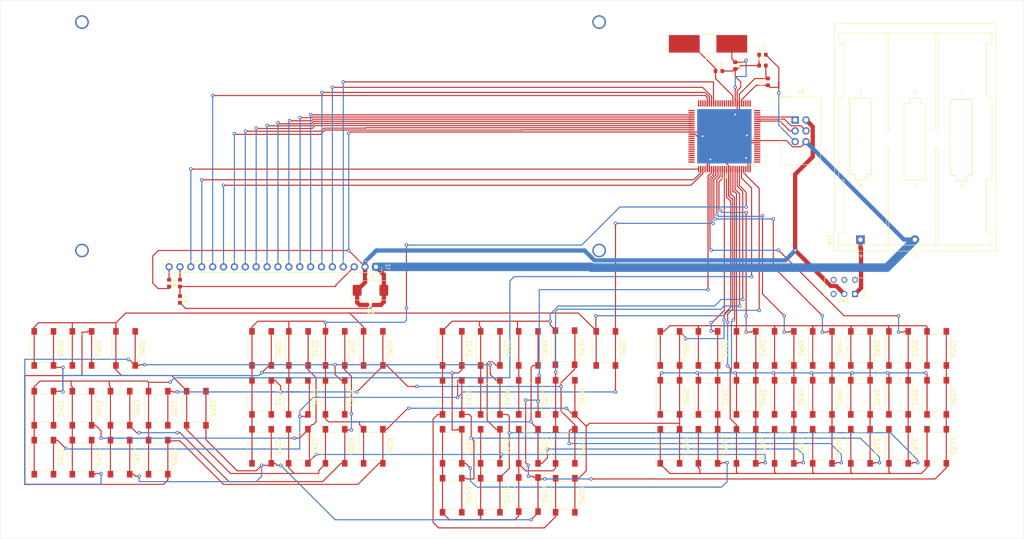
<source format=kicad_pcb>
(kicad_pcb (version 20171130) (host pcbnew 5.1.4-e60b266~84~ubuntu18.04.1)
  (layers (0 F.Cu signal) (31 B.Cu signal) (34 B.Paste user) (35 F.Paste user) (36 B.SilkS user) (37 F.SilkS user) (38 B.Mask user) (39 F.Mask user) (44 Edge.Cuts user))
  (net 0 "")
  (net 1 GND)
  (net 2 /D_VCC)
  (net 3 "Net-(C1-Pad1)")
  (net 4 "Net-(C2-Pad1)")
  (net 5 /D_V0)
  (net 6 /D_DI)
  (net 7 /D_RW)
  (net 8 /D_E)
  (net 9 /D_DB0)
  (net 10 /D_DB1)
  (net 11 /D_DB2)
  (net 12 /D_DB3)
  (net 13 /D_DB4)
  (net 14 /D_DB5)
  (net 15 /D_DB6)
  (net 16 /D_DB7)
  (net 17 /D_CS1)
  (net 18 /D_RST)
  (net 19 /D_CS2)
  (net 20 /D_CS3)
  (net 21 /D_VEE)
  (net 22 /D_LEDA)
  (net 23 "Net-(U1-Pad98)")
  (net 24 "Net-(U1-Pad79)")
  (net 25 "Net-(U1-Pad75)")
  (net 26 "Net-(U1-Pad74)")
  (net 27 "Net-(U1-Pad73)")
  (net 28 "Net-(U1-Pad72)")
  (net 29 "Net-(U1-Pad71)")
  (net 30 "Net-(U1-Pad70)")
  (net 31 "Net-(U1-Pad69)")
  (net 32 "Net-(U1-Pad68)")
  (net 33 "Net-(U1-Pad67)")
  (net 34 "Net-(U1-Pad66)")
  (net 35 "Net-(U1-Pad65)")
  (net 36 "Net-(U1-Pad64)")
  (net 37 "Net-(U1-Pad63)")
  (net 38 "Net-(U1-Pad52)")
  (net 39 "Net-(U1-Pad51)")
  (net 40 "Net-(U1-Pad50)")
  (net 41 "Net-(U1-Pad49)")
  (net 42 "Net-(U1-Pad48)")
  (net 43 "Net-(U1-Pad47)")
  (net 44 "Net-(U1-Pad42)")
  (net 45 "Net-(U1-Pad41)")
  (net 46 "Net-(U1-Pad40)")
  (net 47 "Net-(U1-Pad39)")
  (net 48 "Net-(U1-Pad38)")
  (net 49 "Net-(U1-Pad37)")
  (net 50 "Net-(U1-Pad36)")
  (net 51 "Net-(U1-Pad35)")
  (net 52 "Net-(U1-Pad29)")
  (net 53 "Net-(U1-Pad28)")
  (net 54 "Net-(U1-Pad27)")
  (net 55 "Net-(U1-Pad26)")
  (net 56 "Net-(U1-Pad25)")
  (net 57 "Net-(U1-Pad24)")
  (net 58 "Net-(U1-Pad23)")
  (net 59 "Net-(U1-Pad19)")
  (net 60 "Net-(U1-Pad18)")
  (net 61 "Net-(U1-Pad17)")
  (net 62 "Net-(U1-Pad16)")
  (net 63 "Net-(U1-Pad15)")
  (net 64 "Net-(U1-Pad14)")
  (net 65 "Net-(U1-Pad13)")
  (net 66 "Net-(U1-Pad12)")
  (net 67 "Net-(U1-Pad9)")
  (net 68 "Net-(U1-Pad8)")
  (net 69 "Net-(U1-Pad7)")
  (net 70 "Net-(U1-Pad6)")
  (net 71 "Net-(U1-Pad5)")
  (net 72 "Net-(U1-Pad4)")
  (net 73 "Net-(U1-Pad3)")
  (net 74 "Net-(U1-Pad2)")
  (net 75 "Net-(U1-Pad1)")
  (net 76 "Net-(SW00-Pad2)")
  (net 77 "Net-(SW00-Pad1)")
  (net 78 "Net-(SW01-Pad1)")
  (net 79 "Net-(SW02-Pad1)")
  (net 80 "Net-(SW03-Pad1)")
  (net 81 "Net-(SW04-Pad1)")
  (net 82 "Net-(SW05-Pad1)")
  (net 83 "Net-(SW06-Pad1)")
  (net 84 "Net-(SW07-Pad1)")
  (net 85 "Net-(SW10-Pad2)")
  (net 86 "Net-(SW20-Pad2)")
  (net 87 "Net-(SW30-Pad2)")
  (net 88 "Net-(SW40-Pad2)")
  (net 89 "Net-(SW50-Pad2)")
  (net 90 "Net-(SW60-Pad2)")
  (net 91 "Net-(SW70-Pad2)")
  (net 92 "Net-(C3-Pad2)")
  (net 93 "Net-(J2-Pad4)")
  (net 94 "Net-(J2-Pad3)")
  (net 95 "Net-(J2-Pad1)")
  (net 96 "Net-(BT1-Pad1)")
  (module Button_Switch_THT:SW_CuK_JS202011CQN_DPDT_Straight (layer F.Cu) (at 214.63 81.28 180)
    (fp_text reference SW1 (at 2.75 -1.6) (layer F.SilkS))
    (fp_text value Power)
    (pad 6 thru_hole circle (at 5 3.3 180) (size 1.4 1.4) (drill 0.9) (layers *.Cu *.Mask))
    (pad 5 thru_hole circle (at 2.5 3.3 180) (size 1.4 1.4) (drill 0.9) (layers *.Cu *.Mask))
    (pad 4 thru_hole circle (at 0 3.3 180) (size 1.4 1.4) (drill 0.9) (layers *.Cu *.Mask))
    (pad 3 thru_hole circle (at 5 0 180) (size 1.4 1.4) (drill 0.9) (layers *.Cu *.Mask))
    (pad 2 thru_hole circle (at 2.5 0 180) (size 1.4 1.4) (drill 0.9) (layers *.Cu *.Mask) (net 2 /D_VCC))
    (pad 1 thru_hole rect (at 0 0 180) (size 1.4 1.4) (drill 0.9) (layers *.Cu *.Mask) (net 96 "Net-(BT1-Pad1)"))
  )
  (module Resistor_SMD:R_0603_1608Metric (layer F.Cu) (at 54.61 78.74 270)
    (fp_text reference R4 (at 0 -1.43 90) (layer F.SilkS))
    (fp_text value 12)
    (pad 2 smd roundrect (at 0.7875 0 270) (size 0.875 0.95) (layers F.Cu F.Paste F.Mask) (net 2 /D_VCC))
    (pad 1 smd roundrect (at -0.7875 0 270) (size 0.875 0.95) (layers F.Cu F.Paste F.Mask) (net 22 /D_LEDA))
  )
  (module Resistor_SMD:R_0603_1608Metric (layer F.Cu) (at 57.15 82.55 270)
    (fp_text reference R3 (at 0 -1.43 90) (layer F.SilkS))
    (fp_text value 6k3)
    (pad 2 smd roundrect (at 0.7875 0 270) (size 0.875 0.95) (layers F.Cu F.Paste F.Mask) (net 1 GND))
    (pad 1 smd roundrect (at -0.7875 0 270) (size 0.875 0.95) (layers F.Cu F.Paste F.Mask) (net 5 /D_V0))
  )
  (module Resistor_SMD:R_0603_1608Metric (layer F.Cu) (at 57.15 78.74 90)
    (fp_text reference R2 (at 0 -1.43 90) (layer F.SilkS))
    (fp_text value 2k)
    (pad 2 smd roundrect (at 0.7875 0 90) (size 0.875 0.95) (layers F.Cu F.Paste F.Mask) (net 21 /D_VEE))
    (pad 1 smd roundrect (at -0.7875 0 90) (size 0.875 0.95) (layers F.Cu F.Paste F.Mask) (net 5 /D_V0))
  )
  (module Capacitor_Tantalum_SMD:CP_EIA-7343-15_Kemet-W (layer F.Cu) (at 101.6 80.41)
    (fp_text reference C6 (at 0 -3.1) (layer F.SilkS))
    (fp_text value 100u)
    (pad 2 smd roundrect (at 3.1125 0) (size 2.075 2.55) (layers F.Cu F.Paste F.Mask) (roundrect_rratio 0.120482) (net 1 GND))
    (pad 1 smd roundrect (at -3.1125 0) (size 2.075 2.55) (layers F.Cu F.Paste F.Mask) (roundrect_rratio 0.120482) (net 2 /D_VCC))
  )
  (module Capacitor_SMD:C_0603_1608Metric (layer F.Cu) (at 101.6 83.82 180)
    (fp_text reference C5 (at 0 -1.43) (layer F.SilkS))
    (fp_text value 100p)
    (pad 2 smd roundrect (at 0.7875 0 180) (size 0.875 0.95) (layers F.Cu F.Paste F.Mask) (net 2 /D_VCC))
    (pad 1 smd roundrect (at -0.7875 0 180) (size 0.875 0.95) (layers F.Cu F.Paste F.Mask) (net 1 GND))
  )
  (module Capacitor_SMD:C_0603_1608Metric (layer F.Cu) (at 193.04 27.94)
    (fp_text reference C4 (at 0 -1.43) (layer F.SilkS))
    (fp_text value 100p)
    (pad 2 smd roundrect (at 0.7875 0) (size 0.875 0.95) (layers F.Cu F.Paste F.Mask) (net 2 /D_VCC))
    (pad 1 smd roundrect (at -0.7875 0) (size 0.875 0.95) (layers F.Cu F.Paste F.Mask) (net 1 GND))
  )
  (module Resistor_SMD:R_0603_1608Metric (layer F.Cu) (at 194.31 31.75 90)
    (fp_text reference R1 (at 0 -1.43 90) (layer F.SilkS))
    (fp_text value 10k)
    (pad 2 smd roundrect (at 0.7875 0 90) (size 0.875 0.95) (layers F.Cu F.Paste F.Mask) (net 2 /D_VCC))
    (pad 1 smd roundrect (at -0.7875 0 90) (size 0.875 0.95) (layers F.Cu F.Paste F.Mask) (net 92 "Net-(C3-Pad2)"))
  )
  (module Connector_IDC:IDC-Header_2x03_P2.54mm_Vertical (layer F.Cu) (at 200.66 40.64)
    (fp_text reference J2 (at 1.27 -6.604) (layer F.SilkS))
    (fp_text value ISP)
    (pad 6 thru_hole oval (at 2.54 5.08) (size 1.7272 1.7272) (drill 1.016) (layers *.Cu *.Mask) (net 1 GND))
    (pad 5 thru_hole oval (at 0 5.08) (size 1.7272 1.7272) (drill 1.016) (layers *.Cu *.Mask) (net 92 "Net-(C3-Pad2)"))
    (pad 4 thru_hole oval (at 2.54 2.54) (size 1.7272 1.7272) (drill 1.016) (layers *.Cu *.Mask) (net 93 "Net-(J2-Pad4)"))
    (pad 3 thru_hole oval (at 0 2.54) (size 1.7272 1.7272) (drill 1.016) (layers *.Cu *.Mask) (net 94 "Net-(J2-Pad3)"))
    (pad 2 thru_hole oval (at 2.54 0) (size 1.7272 1.7272) (drill 1.016) (layers *.Cu *.Mask) (net 2 /D_VCC))
    (pad 1 thru_hole rect (at 0 0) (size 1.7272 1.7272) (drill 1.016) (layers *.Cu *.Mask) (net 95 "Net-(J2-Pad1)"))
  )
  (module Capacitor_SMD:C_0603_1608Metric (layer F.Cu) (at 193.04 25.4)
    (fp_text reference C3 (at 0 -1.43) (layer F.SilkS))
    (fp_text value 22p)
    (pad 2 smd roundrect (at 0.7875 0) (size 0.875 0.95) (layers F.Cu F.Paste F.Mask) (net 92 "Net-(C3-Pad2)"))
    (pad 1 smd roundrect (at -0.7875 0) (size 0.875 0.95) (layers F.Cu F.Paste F.Mask) (net 1 GND))
  )
  (module Button_Switch_SMD:SW_SPST_PTS645 (layer F.Cu) (at 233.68 116.84 270)
    (fp_text reference SW77 (at 0 -4.05 90) (layer F.SilkS))
    (fp_text value x)
    (pad 2 smd rect (at 3.98 2.25 270) (size 1.55 1.3) (layers F.Cu F.Paste F.Mask) (net 91 "Net-(SW70-Pad2)"))
    (pad 1 smd rect (at 3.98 -2.25 270) (size 1.55 1.3) (layers F.Cu F.Paste F.Mask) (net 84 "Net-(SW07-Pad1)"))
    (pad 1 smd rect (at -3.98 -2.25 270) (size 1.55 1.3) (layers F.Cu F.Paste F.Mask) (net 84 "Net-(SW07-Pad1)"))
    (pad 2 smd rect (at -3.98 2.25 270) (size 1.55 1.3) (layers F.Cu F.Paste F.Mask) (net 91 "Net-(SW70-Pad2)"))
  )
  (module Button_Switch_SMD:SW_SPST_PTS645 (layer F.Cu) (at 224.79 116.84 270)
    (fp_text reference SW76 (at 0 -4.05 90) (layer F.SilkS))
    (fp_text value x)
    (pad 2 smd rect (at 3.98 2.25 270) (size 1.55 1.3) (layers F.Cu F.Paste F.Mask) (net 91 "Net-(SW70-Pad2)"))
    (pad 1 smd rect (at 3.98 -2.25 270) (size 1.55 1.3) (layers F.Cu F.Paste F.Mask) (net 83 "Net-(SW06-Pad1)"))
    (pad 1 smd rect (at -3.98 -2.25 270) (size 1.55 1.3) (layers F.Cu F.Paste F.Mask) (net 83 "Net-(SW06-Pad1)"))
    (pad 2 smd rect (at -3.98 2.25 270) (size 1.55 1.3) (layers F.Cu F.Paste F.Mask) (net 91 "Net-(SW70-Pad2)"))
  )
  (module Button_Switch_SMD:SW_SPST_PTS645 (layer F.Cu) (at 215.9 116.84 270)
    (fp_text reference SW75 (at 0 -4.05 90) (layer F.SilkS))
    (fp_text value x)
    (pad 2 smd rect (at 3.98 2.25 270) (size 1.55 1.3) (layers F.Cu F.Paste F.Mask) (net 91 "Net-(SW70-Pad2)"))
    (pad 1 smd rect (at 3.98 -2.25 270) (size 1.55 1.3) (layers F.Cu F.Paste F.Mask) (net 82 "Net-(SW05-Pad1)"))
    (pad 1 smd rect (at -3.98 -2.25 270) (size 1.55 1.3) (layers F.Cu F.Paste F.Mask) (net 82 "Net-(SW05-Pad1)"))
    (pad 2 smd rect (at -3.98 2.25 270) (size 1.55 1.3) (layers F.Cu F.Paste F.Mask) (net 91 "Net-(SW70-Pad2)"))
  )
  (module Button_Switch_SMD:SW_SPST_PTS645 (layer F.Cu) (at 207.01 116.84 270)
    (fp_text reference SW74 (at 0 -4.05 90) (layer F.SilkS))
    (fp_text value x)
    (pad 2 smd rect (at 3.98 2.25 270) (size 1.55 1.3) (layers F.Cu F.Paste F.Mask) (net 91 "Net-(SW70-Pad2)"))
    (pad 1 smd rect (at 3.98 -2.25 270) (size 1.55 1.3) (layers F.Cu F.Paste F.Mask) (net 81 "Net-(SW04-Pad1)"))
    (pad 1 smd rect (at -3.98 -2.25 270) (size 1.55 1.3) (layers F.Cu F.Paste F.Mask) (net 81 "Net-(SW04-Pad1)"))
    (pad 2 smd rect (at -3.98 2.25 270) (size 1.55 1.3) (layers F.Cu F.Paste F.Mask) (net 91 "Net-(SW70-Pad2)"))
  )
  (module Button_Switch_SMD:SW_SPST_PTS645 (layer F.Cu) (at 198.12 116.84 270)
    (fp_text reference SW73 (at 0 -4.05 90) (layer F.SilkS))
    (fp_text value x)
    (pad 2 smd rect (at 3.98 2.25 270) (size 1.55 1.3) (layers F.Cu F.Paste F.Mask) (net 91 "Net-(SW70-Pad2)"))
    (pad 1 smd rect (at 3.98 -2.25 270) (size 1.55 1.3) (layers F.Cu F.Paste F.Mask) (net 80 "Net-(SW03-Pad1)"))
    (pad 1 smd rect (at -3.98 -2.25 270) (size 1.55 1.3) (layers F.Cu F.Paste F.Mask) (net 80 "Net-(SW03-Pad1)"))
    (pad 2 smd rect (at -3.98 2.25 270) (size 1.55 1.3) (layers F.Cu F.Paste F.Mask) (net 91 "Net-(SW70-Pad2)"))
  )
  (module Button_Switch_SMD:SW_SPST_PTS645 (layer F.Cu) (at 189.23 116.84 270)
    (fp_text reference SW72 (at 0 -4.05 90) (layer F.SilkS))
    (fp_text value x)
    (pad 2 smd rect (at 3.98 2.25 270) (size 1.55 1.3) (layers F.Cu F.Paste F.Mask) (net 91 "Net-(SW70-Pad2)"))
    (pad 1 smd rect (at 3.98 -2.25 270) (size 1.55 1.3) (layers F.Cu F.Paste F.Mask) (net 79 "Net-(SW02-Pad1)"))
    (pad 1 smd rect (at -3.98 -2.25 270) (size 1.55 1.3) (layers F.Cu F.Paste F.Mask) (net 79 "Net-(SW02-Pad1)"))
    (pad 2 smd rect (at -3.98 2.25 270) (size 1.55 1.3) (layers F.Cu F.Paste F.Mask) (net 91 "Net-(SW70-Pad2)"))
  )
  (module Button_Switch_SMD:SW_SPST_PTS645 (layer F.Cu) (at 180.34 116.84 270)
    (fp_text reference SW71 (at 0 -4.05 90) (layer F.SilkS))
    (fp_text value x)
    (pad 2 smd rect (at 3.98 2.25 270) (size 1.55 1.3) (layers F.Cu F.Paste F.Mask) (net 91 "Net-(SW70-Pad2)"))
    (pad 1 smd rect (at 3.98 -2.25 270) (size 1.55 1.3) (layers F.Cu F.Paste F.Mask) (net 78 "Net-(SW01-Pad1)"))
    (pad 1 smd rect (at -3.98 -2.25 270) (size 1.55 1.3) (layers F.Cu F.Paste F.Mask) (net 78 "Net-(SW01-Pad1)"))
    (pad 2 smd rect (at -3.98 2.25 270) (size 1.55 1.3) (layers F.Cu F.Paste F.Mask) (net 91 "Net-(SW70-Pad2)"))
  )
  (module Button_Switch_SMD:SW_SPST_PTS645 (layer F.Cu) (at 171.45 116.84 270)
    (fp_text reference SW70 (at 0 -4.05 90) (layer F.SilkS))
    (fp_text value x)
    (pad 2 smd rect (at 3.98 2.25 270) (size 1.55 1.3) (layers F.Cu F.Paste F.Mask) (net 91 "Net-(SW70-Pad2)"))
    (pad 1 smd rect (at 3.98 -2.25 270) (size 1.55 1.3) (layers F.Cu F.Paste F.Mask) (net 77 "Net-(SW00-Pad1)"))
    (pad 1 smd rect (at -3.98 -2.25 270) (size 1.55 1.3) (layers F.Cu F.Paste F.Mask) (net 77 "Net-(SW00-Pad1)"))
    (pad 2 smd rect (at -3.98 2.25 270) (size 1.55 1.3) (layers F.Cu F.Paste F.Mask) (net 91 "Net-(SW70-Pad2)"))
  )
  (module Button_Switch_SMD:SW_SPST_PTS645 (layer F.Cu) (at 233.68 105.41 270)
    (fp_text reference SW67 (at 0 -4.05 90) (layer F.SilkS))
    (fp_text value x)
    (pad 2 smd rect (at 3.98 2.25 270) (size 1.55 1.3) (layers F.Cu F.Paste F.Mask) (net 90 "Net-(SW60-Pad2)"))
    (pad 1 smd rect (at 3.98 -2.25 270) (size 1.55 1.3) (layers F.Cu F.Paste F.Mask) (net 84 "Net-(SW07-Pad1)"))
    (pad 1 smd rect (at -3.98 -2.25 270) (size 1.55 1.3) (layers F.Cu F.Paste F.Mask) (net 84 "Net-(SW07-Pad1)"))
    (pad 2 smd rect (at -3.98 2.25 270) (size 1.55 1.3) (layers F.Cu F.Paste F.Mask) (net 90 "Net-(SW60-Pad2)"))
  )
  (module Button_Switch_SMD:SW_SPST_PTS645 (layer F.Cu) (at 224.79 105.41 270)
    (fp_text reference SW66 (at 0 -4.05 90) (layer F.SilkS))
    (fp_text value x)
    (pad 2 smd rect (at 3.98 2.25 270) (size 1.55 1.3) (layers F.Cu F.Paste F.Mask) (net 90 "Net-(SW60-Pad2)"))
    (pad 1 smd rect (at 3.98 -2.25 270) (size 1.55 1.3) (layers F.Cu F.Paste F.Mask) (net 83 "Net-(SW06-Pad1)"))
    (pad 1 smd rect (at -3.98 -2.25 270) (size 1.55 1.3) (layers F.Cu F.Paste F.Mask) (net 83 "Net-(SW06-Pad1)"))
    (pad 2 smd rect (at -3.98 2.25 270) (size 1.55 1.3) (layers F.Cu F.Paste F.Mask) (net 90 "Net-(SW60-Pad2)"))
  )
  (module Button_Switch_SMD:SW_SPST_PTS645 (layer F.Cu) (at 215.9 105.41 270)
    (fp_text reference SW65 (at 0 -4.05 90) (layer F.SilkS))
    (fp_text value x)
    (pad 2 smd rect (at 3.98 2.25 270) (size 1.55 1.3) (layers F.Cu F.Paste F.Mask) (net 90 "Net-(SW60-Pad2)"))
    (pad 1 smd rect (at 3.98 -2.25 270) (size 1.55 1.3) (layers F.Cu F.Paste F.Mask) (net 82 "Net-(SW05-Pad1)"))
    (pad 1 smd rect (at -3.98 -2.25 270) (size 1.55 1.3) (layers F.Cu F.Paste F.Mask) (net 82 "Net-(SW05-Pad1)"))
    (pad 2 smd rect (at -3.98 2.25 270) (size 1.55 1.3) (layers F.Cu F.Paste F.Mask) (net 90 "Net-(SW60-Pad2)"))
  )
  (module Button_Switch_SMD:SW_SPST_PTS645 (layer F.Cu) (at 207.01 105.41 270)
    (fp_text reference SW64 (at 0 -4.05 90) (layer F.SilkS))
    (fp_text value x)
    (pad 2 smd rect (at 3.98 2.25 270) (size 1.55 1.3) (layers F.Cu F.Paste F.Mask) (net 90 "Net-(SW60-Pad2)"))
    (pad 1 smd rect (at 3.98 -2.25 270) (size 1.55 1.3) (layers F.Cu F.Paste F.Mask) (net 81 "Net-(SW04-Pad1)"))
    (pad 1 smd rect (at -3.98 -2.25 270) (size 1.55 1.3) (layers F.Cu F.Paste F.Mask) (net 81 "Net-(SW04-Pad1)"))
    (pad 2 smd rect (at -3.98 2.25 270) (size 1.55 1.3) (layers F.Cu F.Paste F.Mask) (net 90 "Net-(SW60-Pad2)"))
  )
  (module Button_Switch_SMD:SW_SPST_PTS645 (layer F.Cu) (at 198.12 105.41 270)
    (fp_text reference SW63 (at 0 -4.05 90) (layer F.SilkS))
    (fp_text value RSH)
    (pad 2 smd rect (at 3.98 2.25 270) (size 1.55 1.3) (layers F.Cu F.Paste F.Mask) (net 90 "Net-(SW60-Pad2)"))
    (pad 1 smd rect (at 3.98 -2.25 270) (size 1.55 1.3) (layers F.Cu F.Paste F.Mask) (net 80 "Net-(SW03-Pad1)"))
    (pad 1 smd rect (at -3.98 -2.25 270) (size 1.55 1.3) (layers F.Cu F.Paste F.Mask) (net 80 "Net-(SW03-Pad1)"))
    (pad 2 smd rect (at -3.98 2.25 270) (size 1.55 1.3) (layers F.Cu F.Paste F.Mask) (net 90 "Net-(SW60-Pad2)"))
  )
  (module Button_Switch_SMD:SW_SPST_PTS645 (layer F.Cu) (at 189.23 105.41 270)
    (fp_text reference SW62 (at 0 -4.05 90) (layer F.SilkS))
    (fp_text value LSH)
    (pad 2 smd rect (at 3.98 2.25 270) (size 1.55 1.3) (layers F.Cu F.Paste F.Mask) (net 90 "Net-(SW60-Pad2)"))
    (pad 1 smd rect (at 3.98 -2.25 270) (size 1.55 1.3) (layers F.Cu F.Paste F.Mask) (net 79 "Net-(SW02-Pad1)"))
    (pad 1 smd rect (at -3.98 -2.25 270) (size 1.55 1.3) (layers F.Cu F.Paste F.Mask) (net 79 "Net-(SW02-Pad1)"))
    (pad 2 smd rect (at -3.98 2.25 270) (size 1.55 1.3) (layers F.Cu F.Paste F.Mask) (net 90 "Net-(SW60-Pad2)"))
  )
  (module Button_Switch_SMD:SW_SPST_PTS645 (layer F.Cu) (at 180.34 105.41 270)
    (fp_text reference SW61 (at 0 -4.05 90) (layer F.SilkS))
    (fp_text value NEG)
    (pad 2 smd rect (at 3.98 2.25 270) (size 1.55 1.3) (layers F.Cu F.Paste F.Mask) (net 90 "Net-(SW60-Pad2)"))
    (pad 1 smd rect (at 3.98 -2.25 270) (size 1.55 1.3) (layers F.Cu F.Paste F.Mask) (net 78 "Net-(SW01-Pad1)"))
    (pad 1 smd rect (at -3.98 -2.25 270) (size 1.55 1.3) (layers F.Cu F.Paste F.Mask) (net 78 "Net-(SW01-Pad1)"))
    (pad 2 smd rect (at -3.98 2.25 270) (size 1.55 1.3) (layers F.Cu F.Paste F.Mask) (net 90 "Net-(SW60-Pad2)"))
  )
  (module Button_Switch_SMD:SW_SPST_PTS645 (layer F.Cu) (at 171.45 105.41 270)
    (fp_text reference SW60 (at 0 -4.05 90) (layer F.SilkS))
    (fp_text value NOT)
    (pad 2 smd rect (at 3.98 2.25 270) (size 1.55 1.3) (layers F.Cu F.Paste F.Mask) (net 90 "Net-(SW60-Pad2)"))
    (pad 1 smd rect (at 3.98 -2.25 270) (size 1.55 1.3) (layers F.Cu F.Paste F.Mask) (net 77 "Net-(SW00-Pad1)"))
    (pad 1 smd rect (at -3.98 -2.25 270) (size 1.55 1.3) (layers F.Cu F.Paste F.Mask) (net 77 "Net-(SW00-Pad1)"))
    (pad 2 smd rect (at -3.98 2.25 270) (size 1.55 1.3) (layers F.Cu F.Paste F.Mask) (net 90 "Net-(SW60-Pad2)"))
  )
  (module Button_Switch_SMD:SW_SPST_PTS645 (layer F.Cu) (at 233.68 93.98 270)
    (fp_text reference SW57 (at 0 -4.05 90) (layer F.SilkS))
    (fp_text value =)
    (pad 2 smd rect (at 3.98 2.25 270) (size 1.55 1.3) (layers F.Cu F.Paste F.Mask) (net 89 "Net-(SW50-Pad2)"))
    (pad 1 smd rect (at 3.98 -2.25 270) (size 1.55 1.3) (layers F.Cu F.Paste F.Mask) (net 84 "Net-(SW07-Pad1)"))
    (pad 1 smd rect (at -3.98 -2.25 270) (size 1.55 1.3) (layers F.Cu F.Paste F.Mask) (net 84 "Net-(SW07-Pad1)"))
    (pad 2 smd rect (at -3.98 2.25 270) (size 1.55 1.3) (layers F.Cu F.Paste F.Mask) (net 89 "Net-(SW50-Pad2)"))
  )
  (module Button_Switch_SMD:SW_SPST_PTS645 (layer F.Cu) (at 224.79 93.98 270)
    (fp_text reference SW56 (at 0 -4.05 90) (layer F.SilkS))
    (fp_text value XOR)
    (pad 2 smd rect (at 3.98 2.25 270) (size 1.55 1.3) (layers F.Cu F.Paste F.Mask) (net 89 "Net-(SW50-Pad2)"))
    (pad 1 smd rect (at 3.98 -2.25 270) (size 1.55 1.3) (layers F.Cu F.Paste F.Mask) (net 83 "Net-(SW06-Pad1)"))
    (pad 1 smd rect (at -3.98 -2.25 270) (size 1.55 1.3) (layers F.Cu F.Paste F.Mask) (net 83 "Net-(SW06-Pad1)"))
    (pad 2 smd rect (at -3.98 2.25 270) (size 1.55 1.3) (layers F.Cu F.Paste F.Mask) (net 89 "Net-(SW50-Pad2)"))
  )
  (module Button_Switch_SMD:SW_SPST_PTS645 (layer F.Cu) (at 215.9 93.98 270)
    (fp_text reference SW55 (at 0 -4.05 90) (layer F.SilkS))
    (fp_text value OR)
    (pad 2 smd rect (at 3.98 2.25 270) (size 1.55 1.3) (layers F.Cu F.Paste F.Mask) (net 89 "Net-(SW50-Pad2)"))
    (pad 1 smd rect (at 3.98 -2.25 270) (size 1.55 1.3) (layers F.Cu F.Paste F.Mask) (net 82 "Net-(SW05-Pad1)"))
    (pad 1 smd rect (at -3.98 -2.25 270) (size 1.55 1.3) (layers F.Cu F.Paste F.Mask) (net 82 "Net-(SW05-Pad1)"))
    (pad 2 smd rect (at -3.98 2.25 270) (size 1.55 1.3) (layers F.Cu F.Paste F.Mask) (net 89 "Net-(SW50-Pad2)"))
  )
  (module Button_Switch_SMD:SW_SPST_PTS645 (layer F.Cu) (at 207.01 93.98 270)
    (fp_text reference SW54 (at 0 -4.05 90) (layer F.SilkS))
    (fp_text value AND)
    (pad 2 smd rect (at 3.98 2.25 270) (size 1.55 1.3) (layers F.Cu F.Paste F.Mask) (net 89 "Net-(SW50-Pad2)"))
    (pad 1 smd rect (at 3.98 -2.25 270) (size 1.55 1.3) (layers F.Cu F.Paste F.Mask) (net 81 "Net-(SW04-Pad1)"))
    (pad 1 smd rect (at -3.98 -2.25 270) (size 1.55 1.3) (layers F.Cu F.Paste F.Mask) (net 81 "Net-(SW04-Pad1)"))
    (pad 2 smd rect (at -3.98 2.25 270) (size 1.55 1.3) (layers F.Cu F.Paste F.Mask) (net 89 "Net-(SW50-Pad2)"))
  )
  (module Button_Switch_SMD:SW_SPST_PTS645 (layer F.Cu) (at 198.12 93.98 270)
    (fp_text reference SW53 (at 0 -4.05 90) (layer F.SilkS))
    (fp_text value DIV)
    (pad 2 smd rect (at 3.98 2.25 270) (size 1.55 1.3) (layers F.Cu F.Paste F.Mask) (net 89 "Net-(SW50-Pad2)"))
    (pad 1 smd rect (at 3.98 -2.25 270) (size 1.55 1.3) (layers F.Cu F.Paste F.Mask) (net 80 "Net-(SW03-Pad1)"))
    (pad 1 smd rect (at -3.98 -2.25 270) (size 1.55 1.3) (layers F.Cu F.Paste F.Mask) (net 80 "Net-(SW03-Pad1)"))
    (pad 2 smd rect (at -3.98 2.25 270) (size 1.55 1.3) (layers F.Cu F.Paste F.Mask) (net 89 "Net-(SW50-Pad2)"))
  )
  (module Button_Switch_SMD:SW_SPST_PTS645 (layer F.Cu) (at 189.23 93.98 270)
    (fp_text reference SW52 (at 0 -4.05 90) (layer F.SilkS))
    (fp_text value MUL)
    (pad 2 smd rect (at 3.98 2.25 270) (size 1.55 1.3) (layers F.Cu F.Paste F.Mask) (net 89 "Net-(SW50-Pad2)"))
    (pad 1 smd rect (at 3.98 -2.25 270) (size 1.55 1.3) (layers F.Cu F.Paste F.Mask) (net 79 "Net-(SW02-Pad1)"))
    (pad 1 smd rect (at -3.98 -2.25 270) (size 1.55 1.3) (layers F.Cu F.Paste F.Mask) (net 79 "Net-(SW02-Pad1)"))
    (pad 2 smd rect (at -3.98 2.25 270) (size 1.55 1.3) (layers F.Cu F.Paste F.Mask) (net 89 "Net-(SW50-Pad2)"))
  )
  (module Button_Switch_SMD:SW_SPST_PTS645 (layer F.Cu) (at 180.34 93.98 270)
    (fp_text reference SW51 (at 0 -4.05 90) (layer F.SilkS))
    (fp_text value SUB)
    (pad 2 smd rect (at 3.98 2.25 270) (size 1.55 1.3) (layers F.Cu F.Paste F.Mask) (net 89 "Net-(SW50-Pad2)"))
    (pad 1 smd rect (at 3.98 -2.25 270) (size 1.55 1.3) (layers F.Cu F.Paste F.Mask) (net 78 "Net-(SW01-Pad1)"))
    (pad 1 smd rect (at -3.98 -2.25 270) (size 1.55 1.3) (layers F.Cu F.Paste F.Mask) (net 78 "Net-(SW01-Pad1)"))
    (pad 2 smd rect (at -3.98 2.25 270) (size 1.55 1.3) (layers F.Cu F.Paste F.Mask) (net 89 "Net-(SW50-Pad2)"))
  )
  (module Button_Switch_SMD:SW_SPST_PTS645 (layer F.Cu) (at 171.45 93.98 270)
    (fp_text reference SW50 (at 0 -4.05 90) (layer F.SilkS))
    (fp_text value ADD)
    (pad 2 smd rect (at 3.98 2.25 270) (size 1.55 1.3) (layers F.Cu F.Paste F.Mask) (net 89 "Net-(SW50-Pad2)"))
    (pad 1 smd rect (at 3.98 -2.25 270) (size 1.55 1.3) (layers F.Cu F.Paste F.Mask) (net 77 "Net-(SW00-Pad1)"))
    (pad 1 smd rect (at -3.98 -2.25 270) (size 1.55 1.3) (layers F.Cu F.Paste F.Mask) (net 77 "Net-(SW00-Pad1)"))
    (pad 2 smd rect (at -3.98 2.25 270) (size 1.55 1.3) (layers F.Cu F.Paste F.Mask) (net 89 "Net-(SW50-Pad2)"))
  )
  (module Button_Switch_SMD:SW_SPST_PTS645 (layer F.Cu) (at 138.43 128.1 270)
    (fp_text reference SW47 (at 0 -4.05 90) (layer F.SilkS))
    (fp_text value HF)
    (pad 2 smd rect (at 3.98 2.25 270) (size 1.55 1.3) (layers F.Cu F.Paste F.Mask) (net 88 "Net-(SW40-Pad2)"))
    (pad 1 smd rect (at 3.98 -2.25 270) (size 1.55 1.3) (layers F.Cu F.Paste F.Mask) (net 84 "Net-(SW07-Pad1)"))
    (pad 1 smd rect (at -3.98 -2.25 270) (size 1.55 1.3) (layers F.Cu F.Paste F.Mask) (net 84 "Net-(SW07-Pad1)"))
    (pad 2 smd rect (at -3.98 2.25 270) (size 1.55 1.3) (layers F.Cu F.Paste F.Mask) (net 88 "Net-(SW40-Pad2)"))
  )
  (module Button_Switch_SMD:SW_SPST_PTS645 (layer F.Cu) (at 129.54 128.27 270)
    (fp_text reference SW46 (at 0 -4.05 90) (layer F.SilkS))
    (fp_text value HE)
    (pad 2 smd rect (at 3.98 2.25 270) (size 1.55 1.3) (layers F.Cu F.Paste F.Mask) (net 88 "Net-(SW40-Pad2)"))
    (pad 1 smd rect (at 3.98 -2.25 270) (size 1.55 1.3) (layers F.Cu F.Paste F.Mask) (net 83 "Net-(SW06-Pad1)"))
    (pad 1 smd rect (at -3.98 -2.25 270) (size 1.55 1.3) (layers F.Cu F.Paste F.Mask) (net 83 "Net-(SW06-Pad1)"))
    (pad 2 smd rect (at -3.98 2.25 270) (size 1.55 1.3) (layers F.Cu F.Paste F.Mask) (net 88 "Net-(SW40-Pad2)"))
  )
  (module Button_Switch_SMD:SW_SPST_PTS645 (layer F.Cu) (at 120.65 128.27 270)
    (fp_text reference SW45 (at 0 -4.05 90) (layer F.SilkS))
    (fp_text value HD)
    (pad 2 smd rect (at 3.98 2.25 270) (size 1.55 1.3) (layers F.Cu F.Paste F.Mask) (net 88 "Net-(SW40-Pad2)"))
    (pad 1 smd rect (at 3.98 -2.25 270) (size 1.55 1.3) (layers F.Cu F.Paste F.Mask) (net 82 "Net-(SW05-Pad1)"))
    (pad 1 smd rect (at -3.98 -2.25 270) (size 1.55 1.3) (layers F.Cu F.Paste F.Mask) (net 82 "Net-(SW05-Pad1)"))
    (pad 2 smd rect (at -3.98 2.25 270) (size 1.55 1.3) (layers F.Cu F.Paste F.Mask) (net 88 "Net-(SW40-Pad2)"))
  )
  (module Button_Switch_SMD:SW_SPST_PTS645 (layer F.Cu) (at 147.03 116.84 270)
    (fp_text reference SW44 (at 0 -4.05 90) (layer F.SilkS))
    (fp_text value HC)
    (pad 2 smd rect (at 3.98 2.25 270) (size 1.55 1.3) (layers F.Cu F.Paste F.Mask) (net 88 "Net-(SW40-Pad2)"))
    (pad 1 smd rect (at 3.98 -2.25 270) (size 1.55 1.3) (layers F.Cu F.Paste F.Mask) (net 81 "Net-(SW04-Pad1)"))
    (pad 1 smd rect (at -3.98 -2.25 270) (size 1.55 1.3) (layers F.Cu F.Paste F.Mask) (net 81 "Net-(SW04-Pad1)"))
    (pad 2 smd rect (at -3.98 2.25 270) (size 1.55 1.3) (layers F.Cu F.Paste F.Mask) (net 88 "Net-(SW40-Pad2)"))
  )
  (module Button_Switch_SMD:SW_SPST_PTS645 (layer F.Cu) (at 138.43 116.84 270)
    (fp_text reference SW43 (at 0 -4.05 90) (layer F.SilkS))
    (fp_text value HB)
    (pad 2 smd rect (at 3.98 2.25 270) (size 1.55 1.3) (layers F.Cu F.Paste F.Mask) (net 88 "Net-(SW40-Pad2)"))
    (pad 1 smd rect (at 3.98 -2.25 270) (size 1.55 1.3) (layers F.Cu F.Paste F.Mask) (net 80 "Net-(SW03-Pad1)"))
    (pad 1 smd rect (at -3.98 -2.25 270) (size 1.55 1.3) (layers F.Cu F.Paste F.Mask) (net 80 "Net-(SW03-Pad1)"))
    (pad 2 smd rect (at -3.98 2.25 270) (size 1.55 1.3) (layers F.Cu F.Paste F.Mask) (net 88 "Net-(SW40-Pad2)"))
  )
  (module Button_Switch_SMD:SW_SPST_PTS645 (layer F.Cu) (at 129.54 116.84 270)
    (fp_text reference SW42 (at 0 -4.05 90) (layer F.SilkS))
    (fp_text value HA)
    (pad 2 smd rect (at 3.98 2.25 270) (size 1.55 1.3) (layers F.Cu F.Paste F.Mask) (net 88 "Net-(SW40-Pad2)"))
    (pad 1 smd rect (at 3.98 -2.25 270) (size 1.55 1.3) (layers F.Cu F.Paste F.Mask) (net 79 "Net-(SW02-Pad1)"))
    (pad 1 smd rect (at -3.98 -2.25 270) (size 1.55 1.3) (layers F.Cu F.Paste F.Mask) (net 79 "Net-(SW02-Pad1)"))
    (pad 2 smd rect (at -3.98 2.25 270) (size 1.55 1.3) (layers F.Cu F.Paste F.Mask) (net 88 "Net-(SW40-Pad2)"))
  )
  (module Button_Switch_SMD:SW_SPST_PTS645 (layer F.Cu) (at 120.65 116.84 270)
    (fp_text reference SW41 (at 0 -4.05 90) (layer F.SilkS))
    (fp_text value H9)
    (pad 2 smd rect (at 3.98 2.25 270) (size 1.55 1.3) (layers F.Cu F.Paste F.Mask) (net 88 "Net-(SW40-Pad2)"))
    (pad 1 smd rect (at 3.98 -2.25 270) (size 1.55 1.3) (layers F.Cu F.Paste F.Mask) (net 78 "Net-(SW01-Pad1)"))
    (pad 1 smd rect (at -3.98 -2.25 270) (size 1.55 1.3) (layers F.Cu F.Paste F.Mask) (net 78 "Net-(SW01-Pad1)"))
    (pad 2 smd rect (at -3.98 2.25 270) (size 1.55 1.3) (layers F.Cu F.Paste F.Mask) (net 88 "Net-(SW40-Pad2)"))
  )
  (module Button_Switch_SMD:SW_SPST_PTS645 (layer F.Cu) (at 147.03 105.41 270)
    (fp_text reference SW40 (at 0 -4.05 90) (layer F.SilkS))
    (fp_text value H8)
    (pad 2 smd rect (at 3.98 2.25 270) (size 1.55 1.3) (layers F.Cu F.Paste F.Mask) (net 88 "Net-(SW40-Pad2)"))
    (pad 1 smd rect (at 3.98 -2.25 270) (size 1.55 1.3) (layers F.Cu F.Paste F.Mask) (net 77 "Net-(SW00-Pad1)"))
    (pad 1 smd rect (at -3.98 -2.25 270) (size 1.55 1.3) (layers F.Cu F.Paste F.Mask) (net 77 "Net-(SW00-Pad1)"))
    (pad 2 smd rect (at -3.98 2.25 270) (size 1.55 1.3) (layers F.Cu F.Paste F.Mask) (net 88 "Net-(SW40-Pad2)"))
  )
  (module Button_Switch_SMD:SW_SPST_PTS645 (layer F.Cu) (at 138.43 105.41 270)
    (fp_text reference SW37 (at 0 -4.05 90) (layer F.SilkS))
    (fp_text value H7)
    (pad 2 smd rect (at 3.98 2.25 270) (size 1.55 1.3) (layers F.Cu F.Paste F.Mask) (net 87 "Net-(SW30-Pad2)"))
    (pad 1 smd rect (at 3.98 -2.25 270) (size 1.55 1.3) (layers F.Cu F.Paste F.Mask) (net 84 "Net-(SW07-Pad1)"))
    (pad 1 smd rect (at -3.98 -2.25 270) (size 1.55 1.3) (layers F.Cu F.Paste F.Mask) (net 84 "Net-(SW07-Pad1)"))
    (pad 2 smd rect (at -3.98 2.25 270) (size 1.55 1.3) (layers F.Cu F.Paste F.Mask) (net 87 "Net-(SW30-Pad2)"))
  )
  (module Button_Switch_SMD:SW_SPST_PTS645 (layer F.Cu) (at 129.54 105.41 270)
    (fp_text reference SW36 (at 0 -4.05 90) (layer F.SilkS))
    (fp_text value H6)
    (pad 2 smd rect (at 3.98 2.25 270) (size 1.55 1.3) (layers F.Cu F.Paste F.Mask) (net 87 "Net-(SW30-Pad2)"))
    (pad 1 smd rect (at 3.98 -2.25 270) (size 1.55 1.3) (layers F.Cu F.Paste F.Mask) (net 83 "Net-(SW06-Pad1)"))
    (pad 1 smd rect (at -3.98 -2.25 270) (size 1.55 1.3) (layers F.Cu F.Paste F.Mask) (net 83 "Net-(SW06-Pad1)"))
    (pad 2 smd rect (at -3.98 2.25 270) (size 1.55 1.3) (layers F.Cu F.Paste F.Mask) (net 87 "Net-(SW30-Pad2)"))
  )
  (module Button_Switch_SMD:SW_SPST_PTS645 (layer F.Cu) (at 120.65 105.41 270)
    (fp_text reference SW35 (at 0 -4.05 90) (layer F.SilkS))
    (fp_text value H5)
    (pad 2 smd rect (at 3.98 2.25 270) (size 1.55 1.3) (layers F.Cu F.Paste F.Mask) (net 87 "Net-(SW30-Pad2)"))
    (pad 1 smd rect (at 3.98 -2.25 270) (size 1.55 1.3) (layers F.Cu F.Paste F.Mask) (net 82 "Net-(SW05-Pad1)"))
    (pad 1 smd rect (at -3.98 -2.25 270) (size 1.55 1.3) (layers F.Cu F.Paste F.Mask) (net 82 "Net-(SW05-Pad1)"))
    (pad 2 smd rect (at -3.98 2.25 270) (size 1.55 1.3) (layers F.Cu F.Paste F.Mask) (net 87 "Net-(SW30-Pad2)"))
  )
  (module Button_Switch_SMD:SW_SPST_PTS645 (layer F.Cu) (at 146.975 93.81 270)
    (fp_text reference SW34 (at 0 -4.05 90) (layer F.SilkS))
    (fp_text value H4)
    (pad 2 smd rect (at 3.98 2.25 270) (size 1.55 1.3) (layers F.Cu F.Paste F.Mask) (net 87 "Net-(SW30-Pad2)"))
    (pad 1 smd rect (at 3.98 -2.25 270) (size 1.55 1.3) (layers F.Cu F.Paste F.Mask) (net 81 "Net-(SW04-Pad1)"))
    (pad 1 smd rect (at -3.98 -2.25 270) (size 1.55 1.3) (layers F.Cu F.Paste F.Mask) (net 81 "Net-(SW04-Pad1)"))
    (pad 2 smd rect (at -3.98 2.25 270) (size 1.55 1.3) (layers F.Cu F.Paste F.Mask) (net 87 "Net-(SW30-Pad2)"))
  )
  (module Button_Switch_SMD:SW_SPST_PTS645 (layer F.Cu) (at 138.43 93.98 270)
    (fp_text reference SW33 (at 0 -4.05 90) (layer F.SilkS))
    (fp_text value H3)
    (pad 2 smd rect (at 3.98 2.25 270) (size 1.55 1.3) (layers F.Cu F.Paste F.Mask) (net 87 "Net-(SW30-Pad2)"))
    (pad 1 smd rect (at 3.98 -2.25 270) (size 1.55 1.3) (layers F.Cu F.Paste F.Mask) (net 80 "Net-(SW03-Pad1)"))
    (pad 1 smd rect (at -3.98 -2.25 270) (size 1.55 1.3) (layers F.Cu F.Paste F.Mask) (net 80 "Net-(SW03-Pad1)"))
    (pad 2 smd rect (at -3.98 2.25 270) (size 1.55 1.3) (layers F.Cu F.Paste F.Mask) (net 87 "Net-(SW30-Pad2)"))
  )
  (module Button_Switch_SMD:SW_SPST_PTS645 (layer F.Cu) (at 129.54 93.98 270)
    (fp_text reference SW32 (at 0 -4.05 90) (layer F.SilkS))
    (fp_text value H2)
    (pad 2 smd rect (at 3.98 2.25 270) (size 1.55 1.3) (layers F.Cu F.Paste F.Mask) (net 87 "Net-(SW30-Pad2)"))
    (pad 1 smd rect (at 3.98 -2.25 270) (size 1.55 1.3) (layers F.Cu F.Paste F.Mask) (net 79 "Net-(SW02-Pad1)"))
    (pad 1 smd rect (at -3.98 -2.25 270) (size 1.55 1.3) (layers F.Cu F.Paste F.Mask) (net 79 "Net-(SW02-Pad1)"))
    (pad 2 smd rect (at -3.98 2.25 270) (size 1.55 1.3) (layers F.Cu F.Paste F.Mask) (net 87 "Net-(SW30-Pad2)"))
  )
  (module Button_Switch_SMD:SW_SPST_PTS645 (layer F.Cu) (at 120.65 93.98 270)
    (fp_text reference SW31 (at 0 -4.05 90) (layer F.SilkS))
    (fp_text value H1)
    (pad 2 smd rect (at 3.98 2.25 270) (size 1.55 1.3) (layers F.Cu F.Paste F.Mask) (net 87 "Net-(SW30-Pad2)"))
    (pad 1 smd rect (at 3.98 -2.25 270) (size 1.55 1.3) (layers F.Cu F.Paste F.Mask) (net 78 "Net-(SW01-Pad1)"))
    (pad 1 smd rect (at -3.98 -2.25 270) (size 1.55 1.3) (layers F.Cu F.Paste F.Mask) (net 78 "Net-(SW01-Pad1)"))
    (pad 2 smd rect (at -3.98 2.25 270) (size 1.55 1.3) (layers F.Cu F.Paste F.Mask) (net 87 "Net-(SW30-Pad2)"))
  )
  (module Button_Switch_SMD:SW_SPST_PTS645 (layer F.Cu) (at 147.03 128.27 270)
    (fp_text reference SW30 (at 0 -4.05 90) (layer F.SilkS))
    (fp_text value H0)
    (pad 2 smd rect (at 3.98 2.25 270) (size 1.55 1.3) (layers F.Cu F.Paste F.Mask) (net 87 "Net-(SW30-Pad2)"))
    (pad 1 smd rect (at 3.98 -2.25 270) (size 1.55 1.3) (layers F.Cu F.Paste F.Mask) (net 77 "Net-(SW00-Pad1)"))
    (pad 1 smd rect (at -3.98 -2.25 270) (size 1.55 1.3) (layers F.Cu F.Paste F.Mask) (net 77 "Net-(SW00-Pad1)"))
    (pad 2 smd rect (at -3.98 2.25 270) (size 1.55 1.3) (layers F.Cu F.Paste F.Mask) (net 87 "Net-(SW30-Pad2)"))
  )
  (module Button_Switch_SMD:SW_SPST_PTS645 (layer F.Cu) (at 76.2 116.84 270)
    (fp_text reference SW27 (at 0 -4.05 90) (layer F.SilkS))
    (fp_text value D7)
    (pad 2 smd rect (at 3.98 2.25 270) (size 1.55 1.3) (layers F.Cu F.Paste F.Mask) (net 86 "Net-(SW20-Pad2)"))
    (pad 1 smd rect (at 3.98 -2.25 270) (size 1.55 1.3) (layers F.Cu F.Paste F.Mask) (net 84 "Net-(SW07-Pad1)"))
    (pad 1 smd rect (at -3.98 -2.25 270) (size 1.55 1.3) (layers F.Cu F.Paste F.Mask) (net 84 "Net-(SW07-Pad1)"))
    (pad 2 smd rect (at -3.98 2.25 270) (size 1.55 1.3) (layers F.Cu F.Paste F.Mask) (net 86 "Net-(SW20-Pad2)"))
  )
  (module Button_Switch_SMD:SW_SPST_PTS645 (layer F.Cu) (at 93.345 105.41 270)
    (fp_text reference SW26 (at 0 -4.05 90) (layer F.SilkS))
    (fp_text value D6)
    (pad 2 smd rect (at 3.98 2.25 270) (size 1.55 1.3) (layers F.Cu F.Paste F.Mask) (net 86 "Net-(SW20-Pad2)"))
    (pad 1 smd rect (at 3.98 -2.25 270) (size 1.55 1.3) (layers F.Cu F.Paste F.Mask) (net 83 "Net-(SW06-Pad1)"))
    (pad 1 smd rect (at -3.98 -2.25 270) (size 1.55 1.3) (layers F.Cu F.Paste F.Mask) (net 83 "Net-(SW06-Pad1)"))
    (pad 2 smd rect (at -3.98 2.25 270) (size 1.55 1.3) (layers F.Cu F.Paste F.Mask) (net 86 "Net-(SW20-Pad2)"))
  )
  (module Button_Switch_SMD:SW_SPST_PTS645 (layer F.Cu) (at 84.745 105.41 270)
    (fp_text reference SW25 (at 0 -4.05 90) (layer F.SilkS))
    (fp_text value D5)
    (pad 2 smd rect (at 3.98 2.25 270) (size 1.55 1.3) (layers F.Cu F.Paste F.Mask) (net 86 "Net-(SW20-Pad2)"))
    (pad 1 smd rect (at 3.98 -2.25 270) (size 1.55 1.3) (layers F.Cu F.Paste F.Mask) (net 82 "Net-(SW05-Pad1)"))
    (pad 1 smd rect (at -3.98 -2.25 270) (size 1.55 1.3) (layers F.Cu F.Paste F.Mask) (net 82 "Net-(SW05-Pad1)"))
    (pad 2 smd rect (at -3.98 2.25 270) (size 1.55 1.3) (layers F.Cu F.Paste F.Mask) (net 86 "Net-(SW20-Pad2)"))
  )
  (module Button_Switch_SMD:SW_SPST_PTS645 (layer F.Cu) (at 76.2 105.41 270)
    (fp_text reference SW24 (at 0 -4.05 90) (layer F.SilkS))
    (fp_text value D4)
    (pad 2 smd rect (at 3.98 2.25 270) (size 1.55 1.3) (layers F.Cu F.Paste F.Mask) (net 86 "Net-(SW20-Pad2)"))
    (pad 1 smd rect (at 3.98 -2.25 270) (size 1.55 1.3) (layers F.Cu F.Paste F.Mask) (net 81 "Net-(SW04-Pad1)"))
    (pad 1 smd rect (at -3.98 -2.25 270) (size 1.55 1.3) (layers F.Cu F.Paste F.Mask) (net 81 "Net-(SW04-Pad1)"))
    (pad 2 smd rect (at -3.98 2.25 270) (size 1.55 1.3) (layers F.Cu F.Paste F.Mask) (net 86 "Net-(SW20-Pad2)"))
  )
  (module Button_Switch_SMD:SW_SPST_PTS645 (layer F.Cu) (at 93.345 93.98 270)
    (fp_text reference SW23 (at 0 -4.05 90) (layer F.SilkS))
    (fp_text value D3)
    (pad 2 smd rect (at 3.98 2.25 270) (size 1.55 1.3) (layers F.Cu F.Paste F.Mask) (net 86 "Net-(SW20-Pad2)"))
    (pad 1 smd rect (at 3.98 -2.25 270) (size 1.55 1.3) (layers F.Cu F.Paste F.Mask) (net 80 "Net-(SW03-Pad1)"))
    (pad 1 smd rect (at -3.98 -2.25 270) (size 1.55 1.3) (layers F.Cu F.Paste F.Mask) (net 80 "Net-(SW03-Pad1)"))
    (pad 2 smd rect (at -3.98 2.25 270) (size 1.55 1.3) (layers F.Cu F.Paste F.Mask) (net 86 "Net-(SW20-Pad2)"))
  )
  (module Button_Switch_SMD:SW_SPST_PTS645 (layer F.Cu) (at 84.8 93.98 270)
    (fp_text reference SW22 (at 0 -4.05 90) (layer F.SilkS))
    (fp_text value D2)
    (pad 2 smd rect (at 3.98 2.25 270) (size 1.55 1.3) (layers F.Cu F.Paste F.Mask) (net 86 "Net-(SW20-Pad2)"))
    (pad 1 smd rect (at 3.98 -2.25 270) (size 1.55 1.3) (layers F.Cu F.Paste F.Mask) (net 79 "Net-(SW02-Pad1)"))
    (pad 1 smd rect (at -3.98 -2.25 270) (size 1.55 1.3) (layers F.Cu F.Paste F.Mask) (net 79 "Net-(SW02-Pad1)"))
    (pad 2 smd rect (at -3.98 2.25 270) (size 1.55 1.3) (layers F.Cu F.Paste F.Mask) (net 86 "Net-(SW20-Pad2)"))
  )
  (module Button_Switch_SMD:SW_SPST_PTS645 (layer F.Cu) (at 76.2 93.98 270)
    (fp_text reference SW21 (at 0 -4.05 90) (layer F.SilkS))
    (fp_text value D1)
    (pad 2 smd rect (at 3.98 2.25 270) (size 1.55 1.3) (layers F.Cu F.Paste F.Mask) (net 86 "Net-(SW20-Pad2)"))
    (pad 1 smd rect (at 3.98 -2.25 270) (size 1.55 1.3) (layers F.Cu F.Paste F.Mask) (net 78 "Net-(SW01-Pad1)"))
    (pad 1 smd rect (at -3.98 -2.25 270) (size 1.55 1.3) (layers F.Cu F.Paste F.Mask) (net 78 "Net-(SW01-Pad1)"))
    (pad 2 smd rect (at -3.98 2.25 270) (size 1.55 1.3) (layers F.Cu F.Paste F.Mask) (net 86 "Net-(SW20-Pad2)"))
  )
  (module Button_Switch_SMD:SW_SPST_PTS645 (layer F.Cu) (at 102.235 116.84 270)
    (fp_text reference SW20 (at 0 -4.05 90) (layer F.SilkS))
    (fp_text value D0)
    (pad 2 smd rect (at 3.98 2.25 270) (size 1.55 1.3) (layers F.Cu F.Paste F.Mask) (net 86 "Net-(SW20-Pad2)"))
    (pad 1 smd rect (at 3.98 -2.25 270) (size 1.55 1.3) (layers F.Cu F.Paste F.Mask) (net 77 "Net-(SW00-Pad1)"))
    (pad 1 smd rect (at -3.98 -2.25 270) (size 1.55 1.3) (layers F.Cu F.Paste F.Mask) (net 77 "Net-(SW00-Pad1)"))
    (pad 2 smd rect (at -3.98 2.25 270) (size 1.55 1.3) (layers F.Cu F.Paste F.Mask) (net 86 "Net-(SW20-Pad2)"))
  )
  (module Button_Switch_SMD:SW_SPST_PTS645 (layer F.Cu) (at 43.18 119.38 270)
    (fp_text reference SW17 (at 0 -4.05 90) (layer F.SilkS))
    (fp_text value O7)
    (pad 2 smd rect (at 3.98 2.25 270) (size 1.55 1.3) (layers F.Cu F.Paste F.Mask) (net 85 "Net-(SW10-Pad2)"))
    (pad 1 smd rect (at 3.98 -2.25 270) (size 1.55 1.3) (layers F.Cu F.Paste F.Mask) (net 84 "Net-(SW07-Pad1)"))
    (pad 1 smd rect (at -3.98 -2.25 270) (size 1.55 1.3) (layers F.Cu F.Paste F.Mask) (net 84 "Net-(SW07-Pad1)"))
    (pad 2 smd rect (at -3.98 2.25 270) (size 1.55 1.3) (layers F.Cu F.Paste F.Mask) (net 85 "Net-(SW10-Pad2)"))
  )
  (module Button_Switch_SMD:SW_SPST_PTS645 (layer F.Cu) (at 34.29 119.38 270)
    (fp_text reference SW16 (at 0 -4.05 90) (layer F.SilkS))
    (fp_text value O6)
    (pad 2 smd rect (at 3.98 2.25 270) (size 1.55 1.3) (layers F.Cu F.Paste F.Mask) (net 85 "Net-(SW10-Pad2)"))
    (pad 1 smd rect (at 3.98 -2.25 270) (size 1.55 1.3) (layers F.Cu F.Paste F.Mask) (net 83 "Net-(SW06-Pad1)"))
    (pad 1 smd rect (at -3.98 -2.25 270) (size 1.55 1.3) (layers F.Cu F.Paste F.Mask) (net 83 "Net-(SW06-Pad1)"))
    (pad 2 smd rect (at -3.98 2.25 270) (size 1.55 1.3) (layers F.Cu F.Paste F.Mask) (net 85 "Net-(SW10-Pad2)"))
  )
  (module Button_Switch_SMD:SW_SPST_PTS645 (layer F.Cu) (at 25.4 119.38 270)
    (fp_text reference SW15 (at 0 -4.05 90) (layer F.SilkS))
    (fp_text value O5)
    (pad 2 smd rect (at 3.98 2.25 270) (size 1.55 1.3) (layers F.Cu F.Paste F.Mask) (net 85 "Net-(SW10-Pad2)"))
    (pad 1 smd rect (at 3.98 -2.25 270) (size 1.55 1.3) (layers F.Cu F.Paste F.Mask) (net 82 "Net-(SW05-Pad1)"))
    (pad 1 smd rect (at -3.98 -2.25 270) (size 1.55 1.3) (layers F.Cu F.Paste F.Mask) (net 82 "Net-(SW05-Pad1)"))
    (pad 2 smd rect (at -3.98 2.25 270) (size 1.55 1.3) (layers F.Cu F.Paste F.Mask) (net 85 "Net-(SW10-Pad2)"))
  )
  (module Button_Switch_SMD:SW_SPST_PTS645 (layer F.Cu) (at 52.07 107.95 270)
    (fp_text reference SW14 (at 0 -4.05 90) (layer F.SilkS))
    (fp_text value O4)
    (pad 2 smd rect (at 3.98 2.25 270) (size 1.55 1.3) (layers F.Cu F.Paste F.Mask) (net 85 "Net-(SW10-Pad2)"))
    (pad 1 smd rect (at 3.98 -2.25 270) (size 1.55 1.3) (layers F.Cu F.Paste F.Mask) (net 81 "Net-(SW04-Pad1)"))
    (pad 1 smd rect (at -3.98 -2.25 270) (size 1.55 1.3) (layers F.Cu F.Paste F.Mask) (net 81 "Net-(SW04-Pad1)"))
    (pad 2 smd rect (at -3.98 2.25 270) (size 1.55 1.3) (layers F.Cu F.Paste F.Mask) (net 85 "Net-(SW10-Pad2)"))
  )
  (module Button_Switch_SMD:SW_SPST_PTS645 (layer F.Cu) (at 43.18 107.95 270)
    (fp_text reference SW13 (at 0 -4.05 90) (layer F.SilkS))
    (fp_text value O3)
    (pad 2 smd rect (at 3.98 2.25 270) (size 1.55 1.3) (layers F.Cu F.Paste F.Mask) (net 85 "Net-(SW10-Pad2)"))
    (pad 1 smd rect (at 3.98 -2.25 270) (size 1.55 1.3) (layers F.Cu F.Paste F.Mask) (net 80 "Net-(SW03-Pad1)"))
    (pad 1 smd rect (at -3.98 -2.25 270) (size 1.55 1.3) (layers F.Cu F.Paste F.Mask) (net 80 "Net-(SW03-Pad1)"))
    (pad 2 smd rect (at -3.98 2.25 270) (size 1.55 1.3) (layers F.Cu F.Paste F.Mask) (net 85 "Net-(SW10-Pad2)"))
  )
  (module Button_Switch_SMD:SW_SPST_PTS645 (layer F.Cu) (at 34.29 107.95 270)
    (fp_text reference SW12 (at 0 -4.05 90) (layer F.SilkS))
    (fp_text value O2)
    (pad 2 smd rect (at 3.98 2.25 270) (size 1.55 1.3) (layers F.Cu F.Paste F.Mask) (net 85 "Net-(SW10-Pad2)"))
    (pad 1 smd rect (at 3.98 -2.25 270) (size 1.55 1.3) (layers F.Cu F.Paste F.Mask) (net 79 "Net-(SW02-Pad1)"))
    (pad 1 smd rect (at -3.98 -2.25 270) (size 1.55 1.3) (layers F.Cu F.Paste F.Mask) (net 79 "Net-(SW02-Pad1)"))
    (pad 2 smd rect (at -3.98 2.25 270) (size 1.55 1.3) (layers F.Cu F.Paste F.Mask) (net 85 "Net-(SW10-Pad2)"))
  )
  (module Button_Switch_SMD:SW_SPST_PTS645 (layer F.Cu) (at 25.4 107.95 270)
    (fp_text reference SW11 (at 0 -4.05 90) (layer F.SilkS))
    (fp_text value O1)
    (pad 2 smd rect (at 3.98 2.25 270) (size 1.55 1.3) (layers F.Cu F.Paste F.Mask) (net 85 "Net-(SW10-Pad2)"))
    (pad 1 smd rect (at 3.98 -2.25 270) (size 1.55 1.3) (layers F.Cu F.Paste F.Mask) (net 78 "Net-(SW01-Pad1)"))
    (pad 1 smd rect (at -3.98 -2.25 270) (size 1.55 1.3) (layers F.Cu F.Paste F.Mask) (net 78 "Net-(SW01-Pad1)"))
    (pad 2 smd rect (at -3.98 2.25 270) (size 1.55 1.3) (layers F.Cu F.Paste F.Mask) (net 85 "Net-(SW10-Pad2)"))
  )
  (module Button_Switch_SMD:SW_SPST_PTS645 (layer F.Cu) (at 52.07 119.38 270)
    (fp_text reference SW10 (at 0 -4.05 90) (layer F.SilkS))
    (fp_text value O0)
    (pad 2 smd rect (at 3.98 2.25 270) (size 1.55 1.3) (layers F.Cu F.Paste F.Mask) (net 85 "Net-(SW10-Pad2)"))
    (pad 1 smd rect (at 3.98 -2.25 270) (size 1.55 1.3) (layers F.Cu F.Paste F.Mask) (net 77 "Net-(SW00-Pad1)"))
    (pad 1 smd rect (at -3.98 -2.25 270) (size 1.55 1.3) (layers F.Cu F.Paste F.Mask) (net 77 "Net-(SW00-Pad1)"))
    (pad 2 smd rect (at -3.98 2.25 270) (size 1.55 1.3) (layers F.Cu F.Paste F.Mask) (net 85 "Net-(SW10-Pad2)"))
  )
  (module Button_Switch_SMD:SW_SPST_PTS645 (layer F.Cu) (at 60.96 107.95 270)
    (fp_text reference SW07 (at 0 -4.05 90) (layer F.SilkS))
    (fp_text value Od)
    (pad 2 smd rect (at 3.98 2.25 270) (size 1.55 1.3) (layers F.Cu F.Paste F.Mask) (net 76 "Net-(SW00-Pad2)"))
    (pad 1 smd rect (at 3.98 -2.25 270) (size 1.55 1.3) (layers F.Cu F.Paste F.Mask) (net 84 "Net-(SW07-Pad1)"))
    (pad 1 smd rect (at -3.98 -2.25 270) (size 1.55 1.3) (layers F.Cu F.Paste F.Mask) (net 84 "Net-(SW07-Pad1)"))
    (pad 2 smd rect (at -3.98 2.25 270) (size 1.55 1.3) (layers F.Cu F.Paste F.Mask) (net 76 "Net-(SW00-Pad2)"))
  )
  (module Button_Switch_SMD:SW_SPST_PTS645 (layer F.Cu) (at 44.45 93.98 270)
    (fp_text reference SW06 (at 0 -4.05 90) (layer F.SilkS))
    (fp_text value Bd)
    (pad 2 smd rect (at 3.98 2.25 270) (size 1.55 1.3) (layers F.Cu F.Paste F.Mask) (net 76 "Net-(SW00-Pad2)"))
    (pad 1 smd rect (at 3.98 -2.25 270) (size 1.55 1.3) (layers F.Cu F.Paste F.Mask) (net 83 "Net-(SW06-Pad1)"))
    (pad 1 smd rect (at -3.98 -2.25 270) (size 1.55 1.3) (layers F.Cu F.Paste F.Mask) (net 83 "Net-(SW06-Pad1)"))
    (pad 2 smd rect (at -3.98 2.25 270) (size 1.55 1.3) (layers F.Cu F.Paste F.Mask) (net 76 "Net-(SW00-Pad2)"))
  )
  (module Button_Switch_SMD:SW_SPST_PTS645 (layer F.Cu) (at 156.5 93.98 270)
    (fp_text reference SW05 (at 0 -4.05 90) (layer F.SilkS))
    (fp_text value Hd)
    (pad 2 smd rect (at 3.98 2.25 270) (size 1.55 1.3) (layers F.Cu F.Paste F.Mask) (net 76 "Net-(SW00-Pad2)"))
    (pad 1 smd rect (at 3.98 -2.25 270) (size 1.55 1.3) (layers F.Cu F.Paste F.Mask) (net 82 "Net-(SW05-Pad1)"))
    (pad 1 smd rect (at -3.98 -2.25 270) (size 1.55 1.3) (layers F.Cu F.Paste F.Mask) (net 82 "Net-(SW05-Pad1)"))
    (pad 2 smd rect (at -3.98 2.25 270) (size 1.55 1.3) (layers F.Cu F.Paste F.Mask) (net 76 "Net-(SW00-Pad2)"))
  )
  (module Button_Switch_SMD:SW_SPST_PTS645 (layer F.Cu) (at 102.235 93.98 270)
    (fp_text reference SW04 (at 0 -4.05 90) (layer F.SilkS))
    (fp_text value Dd)
    (pad 2 smd rect (at 3.98 2.25 270) (size 1.55 1.3) (layers F.Cu F.Paste F.Mask) (net 76 "Net-(SW00-Pad2)"))
    (pad 1 smd rect (at 3.98 -2.25 270) (size 1.55 1.3) (layers F.Cu F.Paste F.Mask) (net 81 "Net-(SW04-Pad1)"))
    (pad 1 smd rect (at -3.98 -2.25 270) (size 1.55 1.3) (layers F.Cu F.Paste F.Mask) (net 81 "Net-(SW04-Pad1)"))
    (pad 2 smd rect (at -3.98 2.25 270) (size 1.55 1.3) (layers F.Cu F.Paste F.Mask) (net 76 "Net-(SW00-Pad2)"))
  )
  (module Button_Switch_SMD:SW_SPST_PTS645 (layer F.Cu) (at 93.345 116.84 270)
    (fp_text reference SW03 (at 0 -4.05 90) (layer F.SilkS))
    (fp_text value D9)
    (pad 2 smd rect (at 3.98 2.25 270) (size 1.55 1.3) (layers F.Cu F.Paste F.Mask) (net 76 "Net-(SW00-Pad2)"))
    (pad 1 smd rect (at 3.98 -2.25 270) (size 1.55 1.3) (layers F.Cu F.Paste F.Mask) (net 80 "Net-(SW03-Pad1)"))
    (pad 1 smd rect (at -3.98 -2.25 270) (size 1.55 1.3) (layers F.Cu F.Paste F.Mask) (net 80 "Net-(SW03-Pad1)"))
    (pad 2 smd rect (at -3.98 2.25 270) (size 1.55 1.3) (layers F.Cu F.Paste F.Mask) (net 76 "Net-(SW00-Pad2)"))
  )
  (module Button_Switch_SMD:SW_SPST_PTS645 (layer F.Cu) (at 84.745 116.84 270)
    (fp_text reference SW02 (at 0 -4.05 90) (layer F.SilkS))
    (fp_text value D8)
    (pad 2 smd rect (at 3.98 2.25 270) (size 1.55 1.3) (layers F.Cu F.Paste F.Mask) (net 76 "Net-(SW00-Pad2)"))
    (pad 1 smd rect (at 3.98 -2.25 270) (size 1.55 1.3) (layers F.Cu F.Paste F.Mask) (net 79 "Net-(SW02-Pad1)"))
    (pad 1 smd rect (at -3.98 -2.25 270) (size 1.55 1.3) (layers F.Cu F.Paste F.Mask) (net 79 "Net-(SW02-Pad1)"))
    (pad 2 smd rect (at -3.98 2.25 270) (size 1.55 1.3) (layers F.Cu F.Paste F.Mask) (net 76 "Net-(SW00-Pad2)"))
  )
  (module Button_Switch_SMD:SW_SPST_PTS645 (layer F.Cu) (at 25.4 93.98 270)
    (fp_text reference SW01 (at 0 -4.05 90) (layer F.SilkS))
    (fp_text value B1)
    (pad 2 smd rect (at 3.98 2.25 270) (size 1.55 1.3) (layers F.Cu F.Paste F.Mask) (net 76 "Net-(SW00-Pad2)"))
    (pad 1 smd rect (at 3.98 -2.25 270) (size 1.55 1.3) (layers F.Cu F.Paste F.Mask) (net 78 "Net-(SW01-Pad1)"))
    (pad 1 smd rect (at -3.98 -2.25 270) (size 1.55 1.3) (layers F.Cu F.Paste F.Mask) (net 78 "Net-(SW01-Pad1)"))
    (pad 2 smd rect (at -3.98 2.25 270) (size 1.55 1.3) (layers F.Cu F.Paste F.Mask) (net 76 "Net-(SW00-Pad2)"))
  )
  (module Button_Switch_SMD:SW_SPST_PTS645 (layer F.Cu) (at 34.29 93.98 270)
    (fp_text reference SW00 (at 0 -4.05 90) (layer F.SilkS))
    (fp_text value B0)
    (pad 2 smd rect (at 3.98 2.25 270) (size 1.55 1.3) (layers F.Cu F.Paste F.Mask) (net 76 "Net-(SW00-Pad2)"))
    (pad 1 smd rect (at 3.98 -2.25 270) (size 1.55 1.3) (layers F.Cu F.Paste F.Mask) (net 77 "Net-(SW00-Pad1)"))
    (pad 1 smd rect (at -3.98 -2.25 270) (size 1.55 1.3) (layers F.Cu F.Paste F.Mask) (net 77 "Net-(SW00-Pad1)"))
    (pad 2 smd rect (at -3.98 2.25 270) (size 1.55 1.3) (layers F.Cu F.Paste F.Mask) (net 76 "Net-(SW00-Pad2)"))
  )
  (module Connector_PinSocket_2.54mm:PinSocket_1x20_P2.54mm_Vertical (layer F.Cu) (at 102.87 74.93 270)
    (fp_text reference J1 (at 0 -2.77 90) (layer F.SilkS))
    (fp_text value Conn_01x20_MountingPin hide)
    (pad 20 thru_hole oval (at 0 48.26 270) (size 1.7 1.7) (drill 1) (layers *.Cu *.Mask) (net 22 /D_LEDA))
    (pad 19 thru_hole oval (at 0 45.72 270) (size 1.7 1.7) (drill 1) (layers *.Cu *.Mask) (net 21 /D_VEE))
    (pad 18 thru_hole oval (at 0 43.18 270) (size 1.7 1.7) (drill 1) (layers *.Cu *.Mask) (net 20 /D_CS3))
    (pad 17 thru_hole oval (at 0 40.64 270) (size 1.7 1.7) (drill 1) (layers *.Cu *.Mask) (net 19 /D_CS2))
    (pad 16 thru_hole oval (at 0 38.1 270) (size 1.7 1.7) (drill 1) (layers *.Cu *.Mask) (net 18 /D_RST))
    (pad 15 thru_hole oval (at 0 35.56 270) (size 1.7 1.7) (drill 1) (layers *.Cu *.Mask) (net 17 /D_CS1))
    (pad 14 thru_hole oval (at 0 33.02 270) (size 1.7 1.7) (drill 1) (layers *.Cu *.Mask) (net 16 /D_DB7))
    (pad 13 thru_hole oval (at 0 30.48 270) (size 1.7 1.7) (drill 1) (layers *.Cu *.Mask) (net 15 /D_DB6))
    (pad 12 thru_hole oval (at 0 27.94 270) (size 1.7 1.7) (drill 1) (layers *.Cu *.Mask) (net 14 /D_DB5))
    (pad 11 thru_hole oval (at 0 25.4 270) (size 1.7 1.7) (drill 1) (layers *.Cu *.Mask) (net 13 /D_DB4))
    (pad 10 thru_hole oval (at 0 22.86 270) (size 1.7 1.7) (drill 1) (layers *.Cu *.Mask) (net 12 /D_DB3))
    (pad 9 thru_hole oval (at 0 20.32 270) (size 1.7 1.7) (drill 1) (layers *.Cu *.Mask) (net 11 /D_DB2))
    (pad 8 thru_hole oval (at 0 17.78 270) (size 1.7 1.7) (drill 1) (layers *.Cu *.Mask) (net 10 /D_DB1))
    (pad 7 thru_hole oval (at 0 15.24 270) (size 1.7 1.7) (drill 1) (layers *.Cu *.Mask) (net 9 /D_DB0))
    (pad 6 thru_hole oval (at 0 12.7 270) (size 1.7 1.7) (drill 1) (layers *.Cu *.Mask) (net 8 /D_E))
    (pad 5 thru_hole oval (at 0 10.16 270) (size 1.7 1.7) (drill 1) (layers *.Cu *.Mask) (net 7 /D_RW))
    (pad 4 thru_hole oval (at 0 7.62 270) (size 1.7 1.7) (drill 1) (layers *.Cu *.Mask) (net 6 /D_DI))
    (pad 3 thru_hole oval (at 0 5.08 270) (size 1.7 1.7) (drill 1) (layers *.Cu *.Mask) (net 5 /D_V0))
    (pad 2 thru_hole oval (at 0 2.54 270) (size 1.7 1.7) (drill 1) (layers *.Cu *.Mask) (net 2 /D_VCC))
    (pad 1 thru_hole rect (at 0 0 270) (size 1.7 1.7) (drill 1) (layers *.Cu *.Mask) (net 1 GND))
  )
  (module Crystal:Crystal_SMD_SeikoEpson_MC405-2Pin_9.6x4.1mm_HandSoldering (layer F.Cu) (at 180.34 22.86 180)
    (fp_text reference Y1 (at 0 -3.23) (layer F.SilkS))
    (fp_text value 12MHz)
    (pad 2 smd rect (at 5.5375 0 180) (size 7.175 4.1) (layers F.Cu F.Paste F.Mask) (net 4 "Net-(C2-Pad1)"))
    (pad 1 smd rect (at -5.5375 0 180) (size 7.175 4.1) (layers F.Cu F.Paste F.Mask) (net 3 "Net-(C1-Pad1)"))
  )
  (module Package_QFP:TQFP-100_14x14mm_P0.5mm (layer F.Cu) (at 184.15 44.45 180)
    (fp_text reference U1 (at 0 -9.35) (layer F.SilkS))
    (fp_text value ATMEGA2560-16AU)
    (pad 100 smd roundrect (at -6 -7.6625 180) (size 0.3 1.475) (layers F.Cu F.Paste F.Mask) (net 2 /D_VCC))
    (pad 99 smd roundrect (at -5.5 -7.6625 180) (size 0.3 1.475) (layers F.Cu F.Paste F.Mask) (net 1 GND))
    (pad 98 smd roundrect (at -5 -7.6625 180) (size 0.3 1.475) (layers F.Cu F.Paste F.Mask) (net 23 "Net-(U1-Pad98)"))
    (pad 97 smd roundrect (at -4.5 -7.6625 180) (size 0.3 1.475) (layers F.Cu F.Paste F.Mask) (net 76 "Net-(SW00-Pad2)"))
    (pad 96 smd roundrect (at -4 -7.6625 180) (size 0.3 1.475) (layers F.Cu F.Paste F.Mask) (net 85 "Net-(SW10-Pad2)"))
    (pad 95 smd roundrect (at -3.5 -7.6625 180) (size 0.3 1.475) (layers F.Cu F.Paste F.Mask) (net 86 "Net-(SW20-Pad2)"))
    (pad 94 smd roundrect (at -3 -7.6625 180) (size 0.3 1.475) (layers F.Cu F.Paste F.Mask) (net 87 "Net-(SW30-Pad2)"))
    (pad 93 smd roundrect (at -2.5 -7.6625 180) (size 0.3 1.475) (layers F.Cu F.Paste F.Mask) (net 88 "Net-(SW40-Pad2)"))
    (pad 92 smd roundrect (at -2 -7.6625 180) (size 0.3 1.475) (layers F.Cu F.Paste F.Mask) (net 89 "Net-(SW50-Pad2)"))
    (pad 91 smd roundrect (at -1.5 -7.6625 180) (size 0.3 1.475) (layers F.Cu F.Paste F.Mask) (net 90 "Net-(SW60-Pad2)"))
    (pad 90 smd roundrect (at -1 -7.6625 180) (size 0.3 1.475) (layers F.Cu F.Paste F.Mask) (net 91 "Net-(SW70-Pad2)"))
    (pad 89 smd roundrect (at -0.5 -7.6625 180) (size 0.3 1.475) (layers F.Cu F.Paste F.Mask) (net 77 "Net-(SW00-Pad1)"))
    (pad 88 smd roundrect (at 0 -7.6625 180) (size 0.3 1.475) (layers F.Cu F.Paste F.Mask) (net 78 "Net-(SW01-Pad1)"))
    (pad 87 smd roundrect (at 0.5 -7.6625 180) (size 0.3 1.475) (layers F.Cu F.Paste F.Mask) (net 79 "Net-(SW02-Pad1)"))
    (pad 86 smd roundrect (at 1 -7.6625 180) (size 0.3 1.475) (layers F.Cu F.Paste F.Mask) (net 80 "Net-(SW03-Pad1)"))
    (pad 85 smd roundrect (at 1.5 -7.6625 180) (size 0.3 1.475) (layers F.Cu F.Paste F.Mask) (net 81 "Net-(SW04-Pad1)"))
    (pad 84 smd roundrect (at 2 -7.6625 180) (size 0.3 1.475) (layers F.Cu F.Paste F.Mask) (net 82 "Net-(SW05-Pad1)"))
    (pad 83 smd roundrect (at 2.5 -7.6625 180) (size 0.3 1.475) (layers F.Cu F.Paste F.Mask) (net 83 "Net-(SW06-Pad1)"))
    (pad 82 smd roundrect (at 3 -7.6625 180) (size 0.3 1.475) (layers F.Cu F.Paste F.Mask) (net 84 "Net-(SW07-Pad1)"))
    (pad 81 smd roundrect (at 3.5 -7.6625 180) (size 0.3 1.475) (layers F.Cu F.Paste F.Mask) (net 1 GND))
    (pad 80 smd roundrect (at 4 -7.6625 180) (size 0.3 1.475) (layers F.Cu F.Paste F.Mask) (net 2 /D_VCC))
    (pad 79 smd roundrect (at 4.5 -7.6625 180) (size 0.3 1.475) (layers F.Cu F.Paste F.Mask) (net 24 "Net-(U1-Pad79)"))
    (pad 78 smd roundrect (at 5 -7.6625 180) (size 0.3 1.475) (layers F.Cu F.Paste F.Mask) (net 17 /D_CS1))
    (pad 77 smd roundrect (at 5.5 -7.6625 180) (size 0.3 1.475) (layers F.Cu F.Paste F.Mask) (net 19 /D_CS2))
    (pad 76 smd roundrect (at 6 -7.6625 180) (size 0.3 1.475) (layers F.Cu F.Paste F.Mask) (net 20 /D_CS3))
    (pad 75 smd roundrect (at 7.6625 -6 180) (size 1.475 0.3) (layers F.Cu F.Paste F.Mask) (net 25 "Net-(U1-Pad75)"))
    (pad 74 smd roundrect (at 7.6625 -5.5 180) (size 1.475 0.3) (layers F.Cu F.Paste F.Mask) (net 26 "Net-(U1-Pad74)"))
    (pad 73 smd roundrect (at 7.6625 -5 180) (size 1.475 0.3) (layers F.Cu F.Paste F.Mask) (net 27 "Net-(U1-Pad73)"))
    (pad 72 smd roundrect (at 7.6625 -4.5 180) (size 1.475 0.3) (layers F.Cu F.Paste F.Mask) (net 28 "Net-(U1-Pad72)"))
    (pad 71 smd roundrect (at 7.6625 -4 180) (size 1.475 0.3) (layers F.Cu F.Paste F.Mask) (net 29 "Net-(U1-Pad71)"))
    (pad 70 smd roundrect (at 7.6625 -3.5 180) (size 1.475 0.3) (layers F.Cu F.Paste F.Mask) (net 30 "Net-(U1-Pad70)"))
    (pad 69 smd roundrect (at 7.6625 -3 180) (size 1.475 0.3) (layers F.Cu F.Paste F.Mask) (net 31 "Net-(U1-Pad69)"))
    (pad 68 smd roundrect (at 7.6625 -2.5 180) (size 1.475 0.3) (layers F.Cu F.Paste F.Mask) (net 32 "Net-(U1-Pad68)"))
    (pad 67 smd roundrect (at 7.6625 -2 180) (size 1.475 0.3) (layers F.Cu F.Paste F.Mask) (net 33 "Net-(U1-Pad67)"))
    (pad 66 smd roundrect (at 7.6625 -1.5 180) (size 1.475 0.3) (layers F.Cu F.Paste F.Mask) (net 34 "Net-(U1-Pad66)"))
    (pad 65 smd roundrect (at 7.6625 -1 180) (size 1.475 0.3) (layers F.Cu F.Paste F.Mask) (net 35 "Net-(U1-Pad65)"))
    (pad 64 smd roundrect (at 7.6625 -0.5 180) (size 1.475 0.3) (layers F.Cu F.Paste F.Mask) (net 36 "Net-(U1-Pad64)"))
    (pad 63 smd roundrect (at 7.6625 0 180) (size 1.475 0.3) (layers F.Cu F.Paste F.Mask) (net 37 "Net-(U1-Pad63)"))
    (pad 62 smd roundrect (at 7.6625 0.5 180) (size 1.475 0.3) (layers F.Cu F.Paste F.Mask) (net 1 GND))
    (pad 61 smd roundrect (at 7.6625 1 180) (size 1.475 0.3) (layers F.Cu F.Paste F.Mask) (net 2 /D_VCC))
    (pad 60 smd roundrect (at 7.6625 1.5 180) (size 1.475 0.3) (layers F.Cu F.Paste F.Mask) (net 16 /D_DB7))
    (pad 59 smd roundrect (at 7.6625 2 180) (size 1.475 0.3) (layers F.Cu F.Paste F.Mask) (net 15 /D_DB6))
    (pad 58 smd roundrect (at 7.6625 2.5 180) (size 1.475 0.3) (layers F.Cu F.Paste F.Mask) (net 14 /D_DB5))
    (pad 57 smd roundrect (at 7.6625 3 180) (size 1.475 0.3) (layers F.Cu F.Paste F.Mask) (net 13 /D_DB4))
    (pad 56 smd roundrect (at 7.6625 3.5 180) (size 1.475 0.3) (layers F.Cu F.Paste F.Mask) (net 12 /D_DB3))
    (pad 55 smd roundrect (at 7.6625 4 180) (size 1.475 0.3) (layers F.Cu F.Paste F.Mask) (net 11 /D_DB2))
    (pad 54 smd roundrect (at 7.6625 4.5 180) (size 1.475 0.3) (layers F.Cu F.Paste F.Mask) (net 10 /D_DB1))
    (pad 53 smd roundrect (at 7.6625 5 180) (size 1.475 0.3) (layers F.Cu F.Paste F.Mask) (net 9 /D_DB0))
    (pad 52 smd roundrect (at 7.6625 5.5 180) (size 1.475 0.3) (layers F.Cu F.Paste F.Mask) (net 38 "Net-(U1-Pad52)"))
    (pad 51 smd roundrect (at 7.6625 6 180) (size 1.475 0.3) (layers F.Cu F.Paste F.Mask) (net 39 "Net-(U1-Pad51)"))
    (pad 50 smd roundrect (at 6 7.6625 180) (size 0.3 1.475) (layers F.Cu F.Paste F.Mask) (net 40 "Net-(U1-Pad50)"))
    (pad 49 smd roundrect (at 5.5 7.6625 180) (size 0.3 1.475) (layers F.Cu F.Paste F.Mask) (net 41 "Net-(U1-Pad49)"))
    (pad 48 smd roundrect (at 5 7.6625 180) (size 0.3 1.475) (layers F.Cu F.Paste F.Mask) (net 42 "Net-(U1-Pad48)"))
    (pad 47 smd roundrect (at 4.5 7.6625 180) (size 0.3 1.475) (layers F.Cu F.Paste F.Mask) (net 43 "Net-(U1-Pad47)"))
    (pad 46 smd roundrect (at 4 7.6625 180) (size 0.3 1.475) (layers F.Cu F.Paste F.Mask) (net 18 /D_RST))
    (pad 45 smd roundrect (at 3.5 7.6625 180) (size 0.3 1.475) (layers F.Cu F.Paste F.Mask) (net 8 /D_E))
    (pad 44 smd roundrect (at 3 7.6625 180) (size 0.3 1.475) (layers F.Cu F.Paste F.Mask) (net 7 /D_RW))
    (pad 43 smd roundrect (at 2.5 7.6625 180) (size 0.3 1.475) (layers F.Cu F.Paste F.Mask) (net 6 /D_DI))
    (pad 42 smd roundrect (at 2 7.6625 180) (size 0.3 1.475) (layers F.Cu F.Paste F.Mask) (net 44 "Net-(U1-Pad42)"))
    (pad 41 smd roundrect (at 1.5 7.6625 180) (size 0.3 1.475) (layers F.Cu F.Paste F.Mask) (net 45 "Net-(U1-Pad41)"))
    (pad 40 smd roundrect (at 1 7.6625 180) (size 0.3 1.475) (layers F.Cu F.Paste F.Mask) (net 46 "Net-(U1-Pad40)"))
    (pad 39 smd roundrect (at 0.5 7.6625 180) (size 0.3 1.475) (layers F.Cu F.Paste F.Mask) (net 47 "Net-(U1-Pad39)"))
    (pad 38 smd roundrect (at 0 7.6625 180) (size 0.3 1.475) (layers F.Cu F.Paste F.Mask) (net 48 "Net-(U1-Pad38)"))
    (pad 37 smd roundrect (at -0.5 7.6625 180) (size 0.3 1.475) (layers F.Cu F.Paste F.Mask) (net 49 "Net-(U1-Pad37)"))
    (pad 36 smd roundrect (at -1 7.6625 180) (size 0.3 1.475) (layers F.Cu F.Paste F.Mask) (net 50 "Net-(U1-Pad36)"))
    (pad 35 smd roundrect (at -1.5 7.6625 180) (size 0.3 1.475) (layers F.Cu F.Paste F.Mask) (net 51 "Net-(U1-Pad35)"))
    (pad 34 smd roundrect (at -2 7.6625 180) (size 0.3 1.475) (layers F.Cu F.Paste F.Mask) (net 4 "Net-(C2-Pad1)"))
    (pad 33 smd roundrect (at -2.5 7.6625 180) (size 0.3 1.475) (layers F.Cu F.Paste F.Mask) (net 3 "Net-(C1-Pad1)"))
    (pad 32 smd roundrect (at -3 7.6625 180) (size 0.3 1.475) (layers F.Cu F.Paste F.Mask) (net 1 GND))
    (pad 31 smd roundrect (at -3.5 7.6625 180) (size 0.3 1.475) (layers F.Cu F.Paste F.Mask) (net 2 /D_VCC))
    (pad 30 smd roundrect (at -4 7.6625 180) (size 0.3 1.475) (layers F.Cu F.Paste F.Mask) (net 92 "Net-(C3-Pad2)"))
    (pad 29 smd roundrect (at -4.5 7.6625 180) (size 0.3 1.475) (layers F.Cu F.Paste F.Mask) (net 52 "Net-(U1-Pad29)"))
    (pad 28 smd roundrect (at -5 7.6625 180) (size 0.3 1.475) (layers F.Cu F.Paste F.Mask) (net 53 "Net-(U1-Pad28)"))
    (pad 27 smd roundrect (at -5.5 7.6625 180) (size 0.3 1.475) (layers F.Cu F.Paste F.Mask) (net 54 "Net-(U1-Pad27)"))
    (pad 26 smd roundrect (at -6 7.6625 180) (size 0.3 1.475) (layers F.Cu F.Paste F.Mask) (net 55 "Net-(U1-Pad26)"))
    (pad 25 smd roundrect (at -7.6625 6 180) (size 1.475 0.3) (layers F.Cu F.Paste F.Mask) (net 56 "Net-(U1-Pad25)"))
    (pad 24 smd roundrect (at -7.6625 5.5 180) (size 1.475 0.3) (layers F.Cu F.Paste F.Mask) (net 57 "Net-(U1-Pad24)"))
    (pad 23 smd roundrect (at -7.6625 5 180) (size 1.475 0.3) (layers F.Cu F.Paste F.Mask) (net 58 "Net-(U1-Pad23)"))
    (pad 22 smd roundrect (at -7.6625 4.5 180) (size 1.475 0.3) (layers F.Cu F.Paste F.Mask) (net 95 "Net-(J2-Pad1)"))
    (pad 21 smd roundrect (at -7.6625 4 180) (size 1.475 0.3) (layers F.Cu F.Paste F.Mask) (net 93 "Net-(J2-Pad4)"))
    (pad 20 smd roundrect (at -7.6625 3.5 180) (size 1.475 0.3) (layers F.Cu F.Paste F.Mask) (net 94 "Net-(J2-Pad3)"))
    (pad 19 smd roundrect (at -7.6625 3 180) (size 1.475 0.3) (layers F.Cu F.Paste F.Mask) (net 59 "Net-(U1-Pad19)"))
    (pad 18 smd roundrect (at -7.6625 2.5 180) (size 1.475 0.3) (layers F.Cu F.Paste F.Mask) (net 60 "Net-(U1-Pad18)"))
    (pad 17 smd roundrect (at -7.6625 2 180) (size 1.475 0.3) (layers F.Cu F.Paste F.Mask) (net 61 "Net-(U1-Pad17)"))
    (pad 16 smd roundrect (at -7.6625 1.5 180) (size 1.475 0.3) (layers F.Cu F.Paste F.Mask) (net 62 "Net-(U1-Pad16)"))
    (pad 15 smd roundrect (at -7.6625 1 180) (size 1.475 0.3) (layers F.Cu F.Paste F.Mask) (net 63 "Net-(U1-Pad15)"))
    (pad 14 smd roundrect (at -7.6625 0.5 180) (size 1.475 0.3) (layers F.Cu F.Paste F.Mask) (net 64 "Net-(U1-Pad14)"))
    (pad 13 smd roundrect (at -7.6625 0 180) (size 1.475 0.3) (layers F.Cu F.Paste F.Mask) (net 65 "Net-(U1-Pad13)"))
    (pad 12 smd roundrect (at -7.6625 -0.5 180) (size 1.475 0.3) (layers F.Cu F.Paste F.Mask) (net 66 "Net-(U1-Pad12)"))
    (pad 11 smd roundrect (at -7.6625 -1 180) (size 1.475 0.3) (layers F.Cu F.Paste F.Mask) (net 1 GND))
    (pad 10 smd roundrect (at -7.6625 -1.5 180) (size 1.475 0.3) (layers F.Cu F.Paste F.Mask) (net 2 /D_VCC))
    (pad 9 smd roundrect (at -7.6625 -2 180) (size 1.475 0.3) (layers F.Cu F.Paste F.Mask) (net 67 "Net-(U1-Pad9)"))
    (pad 8 smd roundrect (at -7.6625 -2.5 180) (size 1.475 0.3) (layers F.Cu F.Paste F.Mask) (net 68 "Net-(U1-Pad8)"))
    (pad 7 smd roundrect (at -7.6625 -3 180) (size 1.475 0.3) (layers F.Cu F.Paste F.Mask) (net 69 "Net-(U1-Pad7)"))
    (pad 6 smd roundrect (at -7.6625 -3.5 180) (size 1.475 0.3) (layers F.Cu F.Paste F.Mask) (net 70 "Net-(U1-Pad6)"))
    (pad 5 smd roundrect (at -7.6625 -4 180) (size 1.475 0.3) (layers F.Cu F.Paste F.Mask) (net 71 "Net-(U1-Pad5)"))
    (pad 4 smd roundrect (at -7.6625 -4.5 180) (size 1.475 0.3) (layers F.Cu F.Paste F.Mask) (net 72 "Net-(U1-Pad4)"))
    (pad 3 smd roundrect (at -7.6625 -5 180) (size 1.475 0.3) (layers F.Cu F.Paste F.Mask) (net 73 "Net-(U1-Pad3)"))
    (pad 2 smd roundrect (at -7.6625 -5.5 180) (size 1.475 0.3) (layers F.Cu F.Paste F.Mask) (net 74 "Net-(U1-Pad2)"))
    (pad 1 smd roundrect (at -7.6625 -6 180) (size 1.475 0.3) (layers F.Cu F.Paste F.Mask) (net 75 "Net-(U1-Pad1)"))
  )
  (module Capacitor_SMD:C_0603_1608Metric (layer F.Cu) (at 182.88 29.21)
    (fp_text reference C2 (at 0 -1.43) (layer F.SilkS))
    (fp_text value 22p)
    (pad 2 smd roundrect (at 0.7875 0) (size 0.875 0.95) (layers F.Cu F.Paste F.Mask) (net 1 GND))
    (pad 1 smd roundrect (at -0.7875 0) (size 0.875 0.95) (layers F.Cu F.Paste F.Mask) (net 4 "Net-(C2-Pad1)"))
  )
  (module Capacitor_SMD:C_0603_1608Metric (layer F.Cu) (at 186.69 27.94 270)
    (fp_text reference C1 (at 0 -1.43 90) (layer F.SilkS))
    (fp_text value 22p)
    (pad 2 smd roundrect (at 0.7875 0 270) (size 0.875 0.95) (layers F.Cu F.Paste F.Mask) (net 1 GND))
    (pad 1 smd roundrect (at -0.7875 0 270) (size 0.875 0.95) (layers F.Cu F.Paste F.Mask) (net 3 "Net-(C1-Pad1)"))
  )
  (module Battery:BatteryHolder_Keystone_2479_3xAAA (layer F.Cu) (at 215.9 68.58 90)
    (fp_text reference BT1 (at 0 -7 270) (layer F.SilkS))
    (fp_text value 4.5V)
    (fp_text user + (at -3.81 0 90) (layer F.SilkS) (effects (font (size 1.5 1.5))))
    (fp_text user - (at -3.81 12.7 90) (layer F.SilkS) (effects (font (size 1.5 1.5))))
    (fp_text user - (at 34.29 0 90) (layer F.SilkS) (effects (font (size 1.5 1.5))))
    (fp_text user - (at 34.29 23.495 90) (layer F.SilkS) (effects (font (size 1.5 1.5))))
    (fp_text user - (at 12.7 12.7 90) (layer F.SilkS) (effects (font (size 1.5 1.5))))
    (fp_text user + (at 12.7 23.495 90) (layer F.SilkS) (effects (font (size 1.5 1.5))))
    (fp_text user + (at 34.29 12.7 90) (layer F.SilkS) (effects (font (size 1.5 1.5))))
    (fp_text user + (at 12.7 0 90) (layer F.SilkS) (effects (font (size 1.5 1.5))))
    (pad "" np_thru_hole circle (at 23.7236 0 90) (size 3.5 3.5) (drill 3.5) (layers *.Cu *.Mask))
    (pad "" np_thru_hole circle (at 23.7236 23.495 90) (size 3.5 3.5) (drill 3.5) (layers *.Cu *.Mask))
    (pad 2 thru_hole circle (at 0 12.7 90) (size 2 2) (drill 1.02) (layers *.Cu *.Mask) (net 1 GND))
    (pad 1 thru_hole rect (at 0 0 90) (size 2 2) (drill 1.02) (layers *.Cu *.Mask) (net 96 "Net-(BT1-Pad1)"))
  )
  (gr_line (start 254 138.43) (end 254 12.7) (layer Edge.Cuts) (width 0.05))
  (gr_line (start 15.24 138.43) (end 254 138.43) (layer Edge.Cuts) (width 0.05))
  (gr_line (start 15.24 138.43) (end 15.24 12.7) (layer Edge.Cuts) (width 0.05))
  (gr_line (start 15.24 12.7) (end 254 12.7) (layer Edge.Cuts) (width 0.05))
  (via (at 154.94 17.78) (size 3.2) (drill 2.5) (layers F.Cu B.Cu) (net 0))
  (via (at 154.94 71.12) (size 3.2) (drill 2.5) (layers F.Cu B.Cu) (net 0))
  (via (at 34.29 17.78) (size 3.2) (drill 2.5) (layers F.Cu B.Cu) (net 0))
  (via (at 34.29 71.12) (size 3.2) (drill 2.5) (layers F.Cu B.Cu) (net 0))
  (segment (start 104.7125 76.7725) (end 102.87 74.93) (width 1) (layer F.Cu) (net 1))
  (segment (start 104.7125 80.41) (end 104.7125 76.7725) (width 1) (layer F.Cu) (net 1))
  (segment (start 104.015 83.82) (end 104.0775 83.7575) (width 1) (layer F.Cu) (net 1))
  (segment (start 102.3875 83.82) (end 104.015 83.82) (width 1) (layer F.Cu) (net 1))
  (segment (start 104.7125 83.1225) (end 104.0775 83.7575) (width 0.25) (layer F.Cu) (net 1))
  (segment (start 104.7125 83.1225) (end 104.7125 80.41) (width 1) (layer F.Cu) (net 1))
  (segment (start 104.015 83.82) (end 104.7125 83.1225) (width 1) (layer F.Cu) (net 1))
  (segment (start 57.611612 83.799112) (end 57.15 83.3375) (width 0.25) (layer F.Cu) (net 1))
  (segment (start 58.457509 84.645009) (end 57.611612 83.799112) (width 0.25) (layer F.Cu) (net 1))
  (segment (start 101.562491 84.645009) (end 58.457509 84.645009) (width 0.25) (layer F.Cu) (net 1))
  (segment (start 102.3875 83.82) (end 101.562491 84.645009) (width 0.25) (layer F.Cu) (net 1))
  (segment (start 226.06 68.58) (end 203.2 45.72) (width 1) (layer B.Cu) (net 1))
  (segment (start 228.6 68.58) (end 226.06 68.58) (width 1) (layer B.Cu) (net 1))
  (segment (start 180.17499 46.29999) (end 180.17499 51.284308) (width 0.25) (layer F.Cu) (net 2))
  (segment (start 180.17499 51.284308) (end 180.17499 52.705) (width 0.25) (layer F.Cu) (net 2))
  (segment (start 180.15 51.275) (end 180.17499 51.25001) (width 0.25) (layer F.Cu) (net 2))
  (segment (start 180.15 52.1125) (end 180.15 51.275) (width 0.25) (layer F.Cu) (net 2))
  (segment (start 180.745 45.95) (end 180.17499 46.52001) (width 0.25) (layer F.Cu) (net 2))
  (segment (start 180.17499 46.52001) (end 180.17499 46.29999) (width 0.25) (layer F.Cu) (net 2))
  (segment (start 190.15 46.005) (end 190.095 45.95) (width 0.25) (layer F.Cu) (net 2))
  (segment (start 190.15 52.1125) (end 190.15 46.005) (width 0.25) (layer F.Cu) (net 2))
  (segment (start 191.8125 45.95) (end 190.095 45.95) (width 0.25) (layer F.Cu) (net 2))
  (segment (start 190.095 45.95) (end 180.745 45.95) (width 0.25) (layer F.Cu) (net 2))
  (segment (start 187.67499 36.81249) (end 187.65 36.7875) (width 0.25) (layer F.Cu) (net 2))
  (segment (start 190.095 45.95) (end 187.67499 43.52999) (width 0.25) (layer F.Cu) (net 2))
  (segment (start 187.67499 43.52999) (end 187.67499 36.81249) (width 0.25) (layer F.Cu) (net 2))
  (segment (start 98.4875 80.41) (end 100.33 78.5675) (width 1) (layer F.Cu) (net 2))
  (segment (start 100.33 78.5675) (end 100.33 74.93) (width 1) (layer F.Cu) (net 2))
  (segment (start 98.4875 83.2475) (end 99.06 83.82) (width 1) (layer F.Cu) (net 2))
  (segment (start 98.4875 80.41) (end 98.4875 83.2475) (width 1) (layer F.Cu) (net 2))
  (segment (start 99.06 83.82) (end 100.33 83.82) (width 1) (layer F.Cu) (net 2))
  (segment (start 100.33 83.82) (end 100.8125 83.82) (width 1) (layer F.Cu) (net 2))
  (segment (start 96.52 71.12) (end 52.07 71.12) (width 0.25) (layer F.Cu) (net 2))
  (segment (start 100.33 74.93) (end 96.52 71.12) (width 0.25) (layer F.Cu) (net 2))
  (segment (start 54.61 80.01) (end 54.61 79.5275) (width 0.25) (layer F.Cu) (net 2))
  (segment (start 52.07 71.12) (end 50.8 72.39) (width 0.25) (layer F.Cu) (net 2))
  (segment (start 50.8 78.74) (end 52.07 80.01) (width 0.25) (layer F.Cu) (net 2))
  (segment (start 52.07 80.01) (end 54.61 80.01) (width 0.25) (layer F.Cu) (net 2))
  (segment (start 50.8 72.39) (end 50.8 78.74) (width 0.25) (layer F.Cu) (net 2))
  (segment (start 208.957999 79.380001) (end 200.66 71.082002) (width 1) (layer F.Cu) (net 2))
  (segment (start 212.13 81.28) (end 210.230001 79.380001) (width 1) (layer F.Cu) (net 2))
  (segment (start 210.230001 79.380001) (end 208.957999 79.380001) (width 1) (layer F.Cu) (net 2))
  (segment (start 200.66 71.082002) (end 200.66 53.34) (width 1) (layer F.Cu) (net 2))
  (segment (start 204.063599 41.503599) (end 203.2 40.64) (width 1) (layer F.Cu) (net 2))
  (segment (start 204.763601 42.203601) (end 204.063599 41.503599) (width 1) (layer F.Cu) (net 2))
  (segment (start 204.763601 49.236399) (end 204.763601 42.203601) (width 1) (layer F.Cu) (net 2))
  (segment (start 200.66 53.34) (end 204.763601 49.236399) (width 1) (layer F.Cu) (net 2))
  (segment (start 186.2075 29.21) (end 186.69 28.7275) (width 0.25) (layer F.Cu) (net 1))
  (segment (start 183.6675 29.21) (end 186.2075 29.21) (width 0.25) (layer F.Cu) (net 1))
  (segment (start 192.2525 27.94) (end 187.96 27.94) (width 0.25) (layer F.Cu) (net 1))
  (segment (start 187.96 27.94) (end 186.69 29.21) (width 0.25) (layer F.Cu) (net 1))
  (segment (start 186.69 29.21) (end 186.69 28.7275) (width 0.25) (layer F.Cu) (net 1))
  (segment (start 192.2525 25.4) (end 192.2525 27.94) (width 0.25) (layer F.Cu) (net 1))
  (segment (start 187.15 34.75) (end 187.14001 34.74001) (width 0.25) (layer F.Cu) (net 1))
  (segment (start 187.15 36.7875) (end 187.15 34.75) (width 0.25) (layer F.Cu) (net 1))
  (segment (start 187.14001 34.74001) (end 187.14001 33.83999) (width 0.25) (layer F.Cu) (net 1))
  (segment (start 186.69 30.48) (end 186.69 28.7275) (width 0.25) (layer F.Cu) (net 1))
  (segment (start 187.96 33.02) (end 187.96 31.75) (width 0.25) (layer F.Cu) (net 1))
  (segment (start 187.14001 33.83999) (end 187.96 33.02) (width 0.25) (layer F.Cu) (net 1))
  (segment (start 187.96 31.75) (end 186.69 30.48) (width 0.25) (layer F.Cu) (net 1))
  (segment (start 202.011399 46.908601) (end 202.336401 46.583599) (width 0.25) (layer F.Cu) (net 1))
  (segment (start 200.089471 46.908601) (end 202.011399 46.908601) (width 0.25) (layer F.Cu) (net 1))
  (segment (start 202.336401 46.583599) (end 203.2 45.72) (width 0.25) (layer F.Cu) (net 1))
  (segment (start 198.63087 45.45) (end 200.089471 46.908601) (width 0.25) (layer F.Cu) (net 1))
  (segment (start 191.8125 45.45) (end 198.63087 45.45) (width 0.25) (layer F.Cu) (net 1))
  (segment (start 191.8125 45.45) (end 190.23141 45.45) (width 0.25) (layer F.Cu) (net 1))
  (segment (start 190.23141 45.45) (end 189.230705 44.449295) (width 0.25) (layer F.Cu) (net 1))
  (via (at 189.425153 44.254847) (size 0.8) (drill 0.4) (layers F.Cu B.Cu) (net 1))
  (segment (start 189.230705 44.449295) (end 189.425153 44.254847) (width 0.25) (layer F.Cu) (net 1))
  (segment (start 187.15 36.7875) (end 187.15 38.91) (width 0.25) (layer F.Cu) (net 1))
  (via (at 186.69 39.37) (size 0.8) (drill 0.4) (layers F.Cu B.Cu) (net 1))
  (segment (start 187.15 38.91) (end 186.69 39.37) (width 0.25) (layer F.Cu) (net 1))
  (segment (start 177.325 43.95) (end 177.825 44.45) (width 0.25) (layer F.Cu) (net 1))
  (segment (start 176.4875 43.95) (end 177.325 43.95) (width 0.25) (layer F.Cu) (net 1))
  (via (at 179.07 44.45) (size 0.8) (drill 0.4) (layers F.Cu B.Cu) (net 1))
  (segment (start 177.825 44.45) (end 179.07 44.45) (width 0.25) (layer F.Cu) (net 1))
  (segment (start 180.65 52.1125) (end 180.65 49.555) (width 0.25) (layer F.Cu) (net 1))
  (via (at 180.89999 49.84) (size 0.8) (drill 0.4) (layers F.Cu B.Cu) (net 1))
  (segment (start 180.65 49.555) (end 180.89999 49.80499) (width 0.25) (layer F.Cu) (net 1))
  (segment (start 180.89999 49.80499) (end 180.89999 49.84) (width 0.25) (layer F.Cu) (net 1))
  (segment (start 189.65 52.1125) (end 189.65 49.95) (width 0.25) (layer F.Cu) (net 1))
  (via (at 189.23 49.53) (size 0.8) (drill 0.4) (layers F.Cu B.Cu) (net 1))
  (segment (start 189.65 49.95) (end 189.23 49.53) (width 0.25) (layer F.Cu) (net 1))
  (segment (start 222.059989 75.120011) (end 227.600001 69.579999) (width 2) (layer B.Cu) (net 1))
  (segment (start 227.600001 69.579999) (end 228.6 68.58) (width 2) (layer B.Cu) (net 1))
  (segment (start 153.131832 75.120011) (end 222.059989 75.120011) (width 2) (layer B.Cu) (net 1))
  (segment (start 152.941821 74.93) (end 153.131832 75.120011) (width 2) (layer B.Cu) (net 1))
  (segment (start 102.87 74.93) (end 152.941821 74.93) (width 2) (layer B.Cu) (net 1))
  (segment (start 193.8275 30.48) (end 194.31 30.9625) (width 0.25) (layer F.Cu) (net 2))
  (segment (start 193.8275 27.94) (end 193.8275 30.48) (width 0.25) (layer F.Cu) (net 2))
  (segment (start 187.65 36.7875) (end 187.65 35.95) (width 0.25) (layer F.Cu) (net 2))
  (segment (start 193.735 30.9625) (end 194.31 30.9625) (width 0.25) (layer F.Cu) (net 2))
  (segment (start 191.2875 30.9625) (end 193.735 30.9625) (width 0.25) (layer F.Cu) (net 2))
  (segment (start 187.65 36.7875) (end 187.65 34.6) (width 0.25) (layer F.Cu) (net 2))
  (segment (start 187.65 34.6) (end 191.2875 30.9625) (width 0.25) (layer F.Cu) (net 2))
  (segment (start 176.4875 43.45) (end 179.34 43.45) (width 0.25) (layer F.Cu) (net 2))
  (segment (start 180.17499 44.28499) (end 180.17499 48.42501) (width 0.25) (layer F.Cu) (net 2))
  (segment (start 180.17499 51.25001) (end 180.17499 48.42501) (width 0.25) (layer F.Cu) (net 2))
  (segment (start 179.34 43.45) (end 180.17499 44.28499) (width 0.25) (layer F.Cu) (net 2))
  (segment (start 180.17499 48.42501) (end 180.17499 46.52001) (width 0.25) (layer F.Cu) (net 2))
  (segment (start 176.4875 43.45) (end 136.89141 43.45) (width 0.25) (layer F.Cu) (net 2))
  (via (at 96.52 43.72499) (size 0.8) (drill 0.4) (layers F.Cu B.Cu) (net 2))
  (segment (start 136.89141 43.45) (end 96.79499 43.45) (width 0.25) (layer F.Cu) (net 2))
  (segment (start 96.79499 43.45) (end 96.52 43.72499) (width 0.25) (layer F.Cu) (net 2))
  (segment (start 96.52 43.72499) (end 96.52 71.12) (width 0.25) (layer B.Cu) (net 2))
  (via (at 96.52 71.12) (size 0.8) (drill 0.4) (layers F.Cu B.Cu) (net 2))
  (segment (start 100.33 73.727919) (end 102.937919 71.12) (width 1) (layer B.Cu) (net 2))
  (segment (start 100.33 74.93) (end 100.33 73.727919) (width 1) (layer B.Cu) (net 2))
  (segment (start 153.835999 73.420001) (end 198.359999 73.420001) (width 1) (layer B.Cu) (net 2))
  (segment (start 102.937919 71.12) (end 151.535998 71.12) (width 1) (layer B.Cu) (net 2))
  (segment (start 151.535998 71.12) (end 153.835999 73.420001) (width 1) (layer B.Cu) (net 2))
  (segment (start 198.359999 73.420001) (end 200.66 71.12) (width 1) (layer B.Cu) (net 2))
  (via (at 200.66 71.082002) (size 0.8) (drill 0.4) (layers F.Cu B.Cu) (net 2))
  (segment (start 200.66 71.12) (end 200.66 71.082002) (width 1) (layer B.Cu) (net 2))
  (segment (start 185.8775 26.34) (end 186.69 27.1525) (width 0.25) (layer F.Cu) (net 3))
  (segment (start 185.8775 22.86) (end 185.8775 26.34) (width 0.25) (layer F.Cu) (net 3))
  (via (at 189.23 26.67) (size 0.8) (drill 0.4) (layers F.Cu B.Cu) (net 3))
  (segment (start 186.69 27.1525) (end 188.7475 27.1525) (width 0.25) (layer F.Cu) (net 3))
  (segment (start 188.7475 27.1525) (end 189.23 26.67) (width 0.25) (layer F.Cu) (net 3))
  (segment (start 189.23 26.67) (end 189.23 30.48) (width 0.25) (layer B.Cu) (net 3))
  (segment (start 189.23 30.48) (end 186.69 30.48) (width 0.25) (layer B.Cu) (net 3))
  (segment (start 186.69 30.48) (end 186.69 33.02) (width 0.25) (layer B.Cu) (net 3))
  (via (at 186.69 33.02) (size 0.8) (drill 0.4) (layers F.Cu B.Cu) (net 3))
  (segment (start 186.69 35.944298) (end 186.67499 35.959308) (width 0.25) (layer F.Cu) (net 3))
  (segment (start 186.69 33.02) (end 186.69 35.944298) (width 0.25) (layer F.Cu) (net 3))
  (segment (start 186.67499 35.959308) (end 186.67499 35.57501) (width 0.25) (layer F.Cu) (net 3))
  (segment (start 186.65 35.6) (end 186.65 36.7875) (width 0.25) (layer F.Cu) (net 3))
  (segment (start 186.67499 35.57501) (end 186.65 35.6) (width 0.25) (layer F.Cu) (net 3))
  (segment (start 182.0925 28.635) (end 182.0925 29.21) (width 0.25) (layer F.Cu) (net 4))
  (segment (start 182.0925 28.6125) (end 182.0925 28.635) (width 0.25) (layer F.Cu) (net 4))
  (segment (start 176.34 22.86) (end 182.0925 28.6125) (width 0.25) (layer F.Cu) (net 4))
  (segment (start 174.8025 22.86) (end 176.34 22.86) (width 0.25) (layer F.Cu) (net 4))
  (segment (start 186.15 35.02) (end 186.15 36.7875) (width 0.25) (layer F.Cu) (net 4))
  (segment (start 182.0925 29.21) (end 182.0925 30.9625) (width 0.25) (layer F.Cu) (net 4))
  (segment (start 182.0925 30.9625) (end 186.15 35.02) (width 0.25) (layer F.Cu) (net 4))
  (segment (start 57.15 81.7625) (end 57.15 79.5275) (width 0.25) (layer F.Cu) (net 5))
  (segment (start 57.15 79.5275) (end 93.4975 79.5275) (width 0.25) (layer F.Cu) (net 5))
  (segment (start 93.4975 79.2225) (end 97.79 74.93) (width 0.25) (layer F.Cu) (net 5))
  (segment (start 93.4975 79.5275) (end 93.4975 79.2225) (width 0.25) (layer F.Cu) (net 5))
  (segment (start 181.65 35.95) (end 181.61 35.91) (width 0.25) (layer F.Cu) (net 6))
  (segment (start 181.65 36.7875) (end 181.65 35.95) (width 0.25) (layer F.Cu) (net 6))
  (segment (start 181.61 35.91) (end 181.61 31.75) (width 0.25) (layer F.Cu) (net 6))
  (segment (start 181.61 31.75) (end 95.25 31.75) (width 0.25) (layer F.Cu) (net 6))
  (via (at 95.25 31.75) (size 0.8) (drill 0.4) (layers F.Cu B.Cu) (net 6))
  (segment (start 95.25 31.75) (end 95.25 74.93) (width 0.25) (layer B.Cu) (net 6))
  (segment (start 181.15 35.09718) (end 179.07282 33.02) (width 0.25) (layer F.Cu) (net 7))
  (segment (start 181.15 36.7875) (end 181.15 35.09718) (width 0.25) (layer F.Cu) (net 7))
  (segment (start 179.07282 33.02) (end 92.71 33.02) (width 0.25) (layer F.Cu) (net 7))
  (via (at 92.71 33.02) (size 0.8) (drill 0.4) (layers F.Cu B.Cu) (net 7))
  (segment (start 92.71 74.93) (end 92.71 33.02) (width 0.25) (layer B.Cu) (net 7))
  (segment (start 179.616409 34.199999) (end 98.515001 34.199999) (width 0.25) (layer F.Cu) (net 8))
  (segment (start 180.65 36.7875) (end 180.65 35.23359) (width 0.25) (layer F.Cu) (net 8))
  (segment (start 180.65 35.23359) (end 179.616409 34.199999) (width 0.25) (layer F.Cu) (net 8))
  (segment (start 98.515001 34.199999) (end 90.260001 34.199999) (width 0.25) (layer F.Cu) (net 8))
  (via (at 90.260001 34.199999) (size 0.8) (drill 0.4) (layers F.Cu B.Cu) (net 8))
  (segment (start 90.260001 74.839999) (end 90.17 74.93) (width 0.25) (layer B.Cu) (net 8))
  (segment (start 90.260001 34.199999) (end 90.260001 74.839999) (width 0.25) (layer B.Cu) (net 8))
  (segment (start 176.4875 39.45) (end 87.71 39.45) (width 0.25) (layer F.Cu) (net 9))
  (via (at 87.63 39.37) (size 0.8) (drill 0.4) (layers F.Cu B.Cu) (net 9))
  (segment (start 87.71 39.45) (end 87.63 39.37) (width 0.25) (layer F.Cu) (net 9))
  (segment (start 87.63 39.37) (end 87.63 74.93) (width 0.25) (layer B.Cu) (net 9))
  (segment (start 87.978001 40.095001) (end 85.180001 40.095001) (width 0.25) (layer F.Cu) (net 10))
  (segment (start 176.4875 39.95) (end 88.123002 39.95) (width 0.25) (layer F.Cu) (net 10))
  (segment (start 88.123002 39.95) (end 87.978001 40.095001) (width 0.25) (layer F.Cu) (net 10))
  (via (at 85.180001 40.095001) (size 0.8) (drill 0.4) (layers F.Cu B.Cu) (net 10))
  (segment (start 85.180001 74.839999) (end 85.09 74.93) (width 0.25) (layer B.Cu) (net 10))
  (segment (start 85.180001 40.095001) (end 85.180001 74.839999) (width 0.25) (layer B.Cu) (net 10))
  (segment (start 87.88941 40.820002) (end 82.730002 40.820002) (width 0.25) (layer F.Cu) (net 11))
  (segment (start 176.4875 40.45) (end 88.259412 40.45) (width 0.25) (layer F.Cu) (net 11))
  (segment (start 88.259412 40.45) (end 87.88941 40.820002) (width 0.25) (layer F.Cu) (net 11))
  (via (at 82.730002 40.820002) (size 0.8) (drill 0.4) (layers F.Cu B.Cu) (net 11))
  (segment (start 82.55 41.000004) (end 82.730002 40.820002) (width 0.25) (layer B.Cu) (net 11))
  (segment (start 82.55 74.93) (end 82.55 41.000004) (width 0.25) (layer B.Cu) (net 11))
  (segment (start 87.800819 41.545003) (end 80.280003 41.545003) (width 0.25) (layer F.Cu) (net 12))
  (segment (start 176.4875 40.95) (end 88.395822 40.95) (width 0.25) (layer F.Cu) (net 12))
  (segment (start 88.395822 40.95) (end 87.800819 41.545003) (width 0.25) (layer F.Cu) (net 12))
  (via (at 80.01 41.275) (size 0.8) (drill 0.4) (layers F.Cu B.Cu) (net 12))
  (segment (start 80.280003 41.545003) (end 80.01 41.275) (width 0.25) (layer F.Cu) (net 12))
  (segment (start 80.01 41.275) (end 80.01 74.93) (width 0.25) (layer B.Cu) (net 12))
  (segment (start 176.4875 41.45) (end 175.65 41.45) (width 0.25) (layer F.Cu) (net 13))
  (segment (start 87.982231 42.000001) (end 77.560001 42.000001) (width 0.25) (layer F.Cu) (net 13))
  (segment (start 176.4875 41.45) (end 88.532232 41.45) (width 0.25) (layer F.Cu) (net 13))
  (segment (start 88.532232 41.45) (end 87.982231 42.000001) (width 0.25) (layer F.Cu) (net 13))
  (via (at 77.47 41.91) (size 0.8) (drill 0.4) (layers F.Cu B.Cu) (net 13))
  (segment (start 77.560001 42.000001) (end 77.47 41.91) (width 0.25) (layer F.Cu) (net 13))
  (segment (start 77.47 74.93) (end 77.47 41.91) (width 0.25) (layer B.Cu) (net 13))
  (segment (start 87.983641 42.635001) (end 75.020001 42.635001) (width 0.25) (layer F.Cu) (net 14))
  (segment (start 176.4875 41.95) (end 88.668642 41.95) (width 0.25) (layer F.Cu) (net 14))
  (segment (start 88.668642 41.95) (end 87.983641 42.635001) (width 0.25) (layer F.Cu) (net 14))
  (via (at 74.93 42.545) (size 0.8) (drill 0.4) (layers F.Cu B.Cu) (net 14))
  (segment (start 75.020001 42.635001) (end 74.93 42.545) (width 0.25) (layer F.Cu) (net 14))
  (segment (start 74.93 42.545) (end 74.93 74.93) (width 0.25) (layer B.Cu) (net 14))
  (segment (start 100.621998 42.45) (end 100.526998 42.545) (width 0.25) (layer F.Cu) (net 15))
  (segment (start 176.4875 42.45) (end 100.621998 42.45) (width 0.25) (layer F.Cu) (net 15))
  (segment (start 100.526998 42.545) (end 90.805 42.545) (width 0.25) (layer F.Cu) (net 15))
  (segment (start 90.079999 43.270001) (end 72.480001 43.270001) (width 0.25) (layer F.Cu) (net 15))
  (segment (start 90.805 42.545) (end 90.079999 43.270001) (width 0.25) (layer F.Cu) (net 15))
  (via (at 72.480001 43.270001) (size 0.8) (drill 0.4) (layers F.Cu B.Cu) (net 15))
  (segment (start 72.39 43.360002) (end 72.480001 43.270001) (width 0.25) (layer B.Cu) (net 15))
  (segment (start 72.39 74.93) (end 72.39 43.360002) (width 0.25) (layer B.Cu) (net 15))
  (segment (start 89.991408 43.995002) (end 70.030002 43.995002) (width 0.25) (layer F.Cu) (net 16))
  (segment (start 90.98642 42.99999) (end 89.991408 43.995002) (width 0.25) (layer F.Cu) (net 16))
  (segment (start 136.70501 42.99999) (end 90.98642 42.99999) (width 0.25) (layer F.Cu) (net 16))
  (segment (start 176.4875 42.95) (end 136.755 42.95) (width 0.25) (layer F.Cu) (net 16))
  (segment (start 136.755 42.95) (end 136.70501 42.99999) (width 0.25) (layer F.Cu) (net 16))
  (via (at 69.85 43.815) (size 0.8) (drill 0.4) (layers F.Cu B.Cu) (net 16))
  (segment (start 70.030002 43.995002) (end 69.85 43.815) (width 0.25) (layer F.Cu) (net 16))
  (segment (start 69.85 43.815) (end 69.85 74.93) (width 0.25) (layer B.Cu) (net 16))
  (segment (start 179.15 52.1125) (end 179.15 53.08641) (width 0.25) (layer F.Cu) (net 17))
  (via (at 67.31 55.88) (size 0.8) (drill 0.4) (layers F.Cu B.Cu) (net 17))
  (segment (start 67.31 55.88) (end 67.31 74.93) (width 0.25) (layer B.Cu) (net 17))
  (segment (start 176.35641 55.88) (end 67.31 55.88) (width 0.25) (layer F.Cu) (net 17))
  (segment (start 179.15 53.08641) (end 176.35641 55.88) (width 0.25) (layer F.Cu) (net 17))
  (segment (start 64.77 34.925) (end 64.77 74.93) (width 0.25) (layer B.Cu) (net 18))
  (segment (start 180.15 36.385) (end 180.15 36.7875) (width 0.25) (layer F.Cu) (net 18))
  (segment (start 180.17499 35.39499) (end 180.17499 36.36001) (width 0.25) (layer F.Cu) (net 18))
  (segment (start 179.705 34.925) (end 180.17499 35.39499) (width 0.25) (layer F.Cu) (net 18))
  (segment (start 180.17499 36.36001) (end 180.15 36.385) (width 0.25) (layer F.Cu) (net 18))
  (segment (start 100.33 34.925) (end 179.705 34.925) (width 0.25) (layer F.Cu) (net 18))
  (segment (start 100.33 34.925) (end 64.77 34.925) (width 0.25) (layer F.Cu) (net 18))
  (via (at 64.77 34.925) (size 0.8) (drill 0.4) (layers F.Cu B.Cu) (net 18))
  (via (at 62.23 54.61) (size 0.8) (drill 0.4) (layers F.Cu B.Cu) (net 19))
  (segment (start 62.23 74.93) (end 62.23 54.61) (width 0.25) (layer B.Cu) (net 19))
  (segment (start 62.795685 54.61) (end 62.23 54.61) (width 0.25) (layer F.Cu) (net 19))
  (segment (start 176.99 54.61) (end 62.795685 54.61) (width 0.25) (layer F.Cu) (net 19))
  (segment (start 178.65 52.95) (end 176.99 54.61) (width 0.25) (layer F.Cu) (net 19))
  (segment (start 178.65 52.1125) (end 178.65 52.95) (width 0.25) (layer F.Cu) (net 19))
  (segment (start 178.15 52.1125) (end 59.7325 52.1125) (width 0.25) (layer F.Cu) (net 20))
  (via (at 59.69 52.07) (size 0.8) (drill 0.4) (layers F.Cu B.Cu) (net 20))
  (segment (start 59.7325 52.1125) (end 59.69 52.07) (width 0.25) (layer F.Cu) (net 20))
  (segment (start 59.69 52.07) (end 59.69 74.93) (width 0.25) (layer B.Cu) (net 20))
  (segment (start 57.15 77.9525) (end 57.15 74.93) (width 0.25) (layer F.Cu) (net 21))
  (segment (start 54.61 77.9525) (end 54.61 74.93) (width 0.25) (layer F.Cu) (net 22))
  (segment (start 154.25 90) (end 154.25 97.96) (width 0.25) (layer F.Cu) (net 76))
  (segment (start 99.985 90) (end 99.985 97.96) (width 0.25) (layer F.Cu) (net 76))
  (segment (start 91.095 120.82) (end 91.095 112.86) (width 0.25) (layer F.Cu) (net 76))
  (segment (start 58.71 111.93) (end 58.71 103.97) (width 0.25) (layer F.Cu) (net 76))
  (segment (start 23.15 97.96) (end 23.15 90) (width 0.25) (layer F.Cu) (net 76))
  (segment (start 32.04 97.96) (end 32.04 90) (width 0.25) (layer F.Cu) (net 76))
  (segment (start 42.2 97.96) (end 42.2 90) (width 0.25) (layer F.Cu) (net 76))
  (segment (start 23.15 88.975) (end 24.13 87.995) (width 0.25) (layer F.Cu) (net 76))
  (segment (start 23.15 90) (end 23.15 88.975) (width 0.25) (layer F.Cu) (net 76))
  (segment (start 24.13 87.995) (end 32.02 87.995) (width 0.25) (layer F.Cu) (net 76))
  (segment (start 32.04 88.015) (end 32.04 90) (width 0.25) (layer F.Cu) (net 76))
  (segment (start 32.02 87.995) (end 32.04 88.015) (width 0.25) (layer F.Cu) (net 76))
  (segment (start 32.02 87.995) (end 42.18 87.995) (width 0.25) (layer F.Cu) (net 76))
  (segment (start 42.2 88.015) (end 42.2 90) (width 0.25) (layer F.Cu) (net 76))
  (segment (start 42.18 87.995) (end 42.2 88.015) (width 0.25) (layer F.Cu) (net 76))
  (segment (start 82.495 112.86) (end 82.495 120.595) (width 0.25) (layer F.Cu) (net 76))
  (segment (start 82.495 121.845) (end 83.82 123.17) (width 0.25) (layer F.Cu) (net 76))
  (segment (start 82.495 120.82) (end 82.495 121.845) (width 0.25) (layer F.Cu) (net 76))
  (segment (start 83.82 123.17) (end 89.515 123.17) (width 0.25) (layer F.Cu) (net 76))
  (segment (start 91.095 120.945) (end 91.095 120.82) (width 0.25) (layer F.Cu) (net 76))
  (segment (start 89.515 122.525) (end 91.095 120.945) (width 0.25) (layer F.Cu) (net 76))
  (segment (start 89.515 123.17) (end 89.515 122.525) (width 0.25) (layer F.Cu) (net 76))
  (segment (start 99.985 88.975) (end 96.735 85.725) (width 0.25) (layer F.Cu) (net 76))
  (segment (start 99.985 90) (end 99.985 88.975) (width 0.25) (layer F.Cu) (net 76))
  (segment (start 44.45 85.765) (end 42.2 88.015) (width 0.25) (layer F.Cu) (net 76))
  (segment (start 44.45 85.725) (end 44.45 85.765) (width 0.25) (layer F.Cu) (net 76))
  (segment (start 96.52 85.725) (end 44.45 85.725) (width 0.25) (layer F.Cu) (net 76))
  (segment (start 96.735 85.725) (end 96.52 85.725) (width 0.25) (layer F.Cu) (net 76))
  (segment (start 154.25 89.875) (end 154.25 90) (width 0.25) (layer F.Cu) (net 76))
  (segment (start 150.1 85.725) (end 154.25 89.875) (width 0.25) (layer F.Cu) (net 76))
  (segment (start 96.52 85.725) (end 150.1 85.725) (width 0.25) (layer F.Cu) (net 76))
  (segment (start 58.71 112.955) (end 68.945 123.19) (width 0.25) (layer F.Cu) (net 76))
  (segment (start 58.71 111.93) (end 58.71 112.955) (width 0.25) (layer F.Cu) (net 76))
  (segment (start 83.8 123.19) (end 83.82 123.17) (width 0.25) (layer F.Cu) (net 76))
  (segment (start 68.945 123.19) (end 83.8 123.19) (width 0.25) (layer F.Cu) (net 76))
  (segment (start 58.71 103.845) (end 58.71 103.97) (width 0.25) (layer F.Cu) (net 76))
  (segment (start 55.195 100.33) (end 58.71 103.845) (width 0.25) (layer F.Cu) (net 76))
  (segment (start 43.545 100.33) (end 55.195 100.33) (width 0.25) (layer F.Cu) (net 76))
  (segment (start 42.2 98.985) (end 43.545 100.33) (width 0.25) (layer F.Cu) (net 76))
  (segment (start 42.2 97.96) (end 42.2 98.985) (width 0.25) (layer F.Cu) (net 76))
  (segment (start 188.65 52.95) (end 189.23 53.53) (width 0.25) (layer F.Cu) (net 76))
  (segment (start 188.65 52.1125) (end 188.65 52.95) (width 0.25) (layer F.Cu) (net 76))
  (segment (start 189.23 53.53) (end 189.23 53.594) (width 0.25) (layer F.Cu) (net 76))
  (segment (start 189.23 53.594) (end 192.278 56.642) (width 0.25) (layer F.Cu) (net 76))
  (segment (start 192.278 56.642) (end 192.278 85.09) (width 0.25) (layer F.Cu) (net 76))
  (via (at 192.278 85.09) (size 0.8) (drill 0.4) (layers F.Cu B.Cu) (net 76))
  (segment (start 185.246246 85.09) (end 183.976246 86.36) (width 0.25) (layer B.Cu) (net 76))
  (segment (start 192.278 85.09) (end 185.246246 85.09) (width 0.25) (layer B.Cu) (net 76))
  (via (at 154.178 86.36) (size 0.8) (drill 0.4) (layers F.Cu B.Cu) (net 76))
  (segment (start 183.976246 86.36) (end 154.178 86.36) (width 0.25) (layer B.Cu) (net 76))
  (segment (start 154.178 89.928) (end 154.25 90) (width 0.25) (layer F.Cu) (net 76))
  (segment (start 154.178 86.36) (end 154.178 89.928) (width 0.25) (layer F.Cu) (net 76))
  (segment (start 149.28 124.29) (end 149.28 132.25) (width 0.25) (layer F.Cu) (net 77))
  (segment (start 104.485 120.82) (end 104.485 112.86) (width 0.25) (layer F.Cu) (net 77))
  (segment (start 54.32 123.36) (end 54.32 115.4) (width 0.25) (layer F.Cu) (net 77))
  (segment (start 36.54 97.96) (end 36.54 90) (width 0.25) (layer F.Cu) (net 77))
  (segment (start 149.28 109.39) (end 149.28 101.43) (width 0.25) (layer F.Cu) (net 77))
  (segment (start 150.18 124.29) (end 151.915 122.555) (width 0.25) (layer F.Cu) (net 77))
  (segment (start 149.28 124.29) (end 150.18 124.29) (width 0.25) (layer F.Cu) (net 77))
  (segment (start 149.28 109.515) (end 149.28 109.39) (width 0.25) (layer F.Cu) (net 77))
  (segment (start 151.675 111.91) (end 149.28 109.515) (width 0.25) (layer F.Cu) (net 77))
  (segment (start 151.915 111.91) (end 151.675 111.91) (width 0.25) (layer F.Cu) (net 77))
  (segment (start 173.7 111.47) (end 173.7 120.82) (width 0.25) (layer F.Cu) (net 77))
  (segment (start 173.7 111.47) (end 152.69 111.47) (width 0.25) (layer F.Cu) (net 77))
  (segment (start 173.7 90) (end 173.7 111.47) (width 0.25) (layer F.Cu) (net 77))
  (segment (start 152.69 111.47) (end 151.915 112.245) (width 0.25) (layer F.Cu) (net 77))
  (segment (start 151.915 122.555) (end 151.915 112.245) (width 0.25) (layer F.Cu) (net 77))
  (segment (start 151.915 112.245) (end 151.915 111.91) (width 0.25) (layer F.Cu) (net 77))
  (segment (start 54.32 124.75) (end 54.32 124.385) (width 0.25) (layer F.Cu) (net 77))
  (segment (start 53.34 125.73) (end 54.32 124.75) (width 0.25) (layer F.Cu) (net 77))
  (segment (start 20.955 125.73) (end 53.34 125.73) (width 0.25) (layer F.Cu) (net 77))
  (segment (start 36.54 90) (end 35.64 90) (width 0.25) (layer F.Cu) (net 77))
  (segment (start 20.955 100.33) (end 20.955 125.73) (width 0.25) (layer F.Cu) (net 77))
  (segment (start 35.47 90.17) (end 34.29 90.17) (width 0.25) (layer F.Cu) (net 77))
  (segment (start 35.64 90) (end 35.47 90.17) (width 0.25) (layer F.Cu) (net 77))
  (segment (start 34.29 90.17) (end 34.29 100.33) (width 0.25) (layer F.Cu) (net 77))
  (segment (start 54.32 124.385) (end 54.32 123.36) (width 0.25) (layer F.Cu) (net 77))
  (segment (start 34.29 100.33) (end 20.955 100.33) (width 0.25) (layer F.Cu) (net 77))
  (segment (start 103.585 120.82) (end 104.485 120.82) (width 0.25) (layer F.Cu) (net 77))
  (segment (start 54.32 115.4) (end 54.32 115.525) (width 0.25) (layer F.Cu) (net 77))
  (segment (start 54.32 115.525) (end 54.365 115.57) (width 0.25) (layer F.Cu) (net 77))
  (segment (start 98.675 125.73) (end 103.585 120.82) (width 0.25) (layer F.Cu) (net 77))
  (segment (start 54.365 115.57) (end 57.15 115.57) (width 0.25) (layer F.Cu) (net 77))
  (segment (start 57.15 115.57) (end 67.31 125.73) (width 0.25) (layer F.Cu) (net 77))
  (segment (start 67.31 125.73) (end 98.675 125.73) (width 0.25) (layer F.Cu) (net 77))
  (segment (start 105.385 112.86) (end 110.295 107.95) (width 0.25) (layer F.Cu) (net 77))
  (segment (start 104.485 112.86) (end 105.385 112.86) (width 0.25) (layer F.Cu) (net 77))
  (via (at 110.49 107.95) (size 0.8) (drill 0.4) (layers F.Cu B.Cu) (net 77))
  (segment (start 110.295 107.95) (end 110.49 107.95) (width 0.25) (layer F.Cu) (net 77))
  (segment (start 110.49 107.95) (end 147.32 107.95) (width 0.25) (layer B.Cu) (net 77))
  (via (at 147.32 107.95) (size 0.8) (drill 0.4) (layers F.Cu B.Cu) (net 77))
  (segment (start 148.76 109.39) (end 149.28 109.39) (width 0.25) (layer F.Cu) (net 77))
  (segment (start 147.32 107.95) (end 148.76 109.39) (width 0.25) (layer F.Cu) (net 77))
  (segment (start 184.65 58.666) (end 185.62997 59.64597) (width 0.25) (layer F.Cu) (net 77))
  (segment (start 184.65 52.1125) (end 184.65 58.666) (width 0.25) (layer F.Cu) (net 77))
  (segment (start 185.62997 59.64597) (end 185.62997 84.37203) (width 0.25) (layer F.Cu) (net 77))
  (segment (start 185.62997 84.37203) (end 184.15 85.852) (width 0.25) (layer F.Cu) (net 77))
  (via (at 184.079949 87.329299) (size 0.8) (drill 0.4) (layers F.Cu B.Cu) (net 77))
  (segment (start 184.15 85.852) (end 184.15 87.259248) (width 0.25) (layer F.Cu) (net 77))
  (segment (start 184.15 87.259248) (end 184.079949 87.329299) (width 0.25) (layer F.Cu) (net 77))
  (segment (start 184.079949 87.329299) (end 184.079949 91.623949) (width 0.25) (layer B.Cu) (net 77))
  (segment (start 184.079949 91.623949) (end 184.009898 91.694) (width 0.25) (layer B.Cu) (net 77))
  (via (at 175.006 91.694) (size 0.8) (drill 0.4) (layers F.Cu B.Cu) (net 77))
  (segment (start 184.009898 91.694) (end 175.006 91.694) (width 0.25) (layer B.Cu) (net 77))
  (segment (start 175.006 91.306) (end 173.7 90) (width 0.25) (layer F.Cu) (net 77))
  (segment (start 175.006 91.694) (end 175.006 91.306) (width 0.25) (layer F.Cu) (net 77))
  (segment (start 182.59 90) (end 182.59 120.82) (width 0.25) (layer F.Cu) (net 78))
  (segment (start 122.9 90) (end 122.9 97.96) (width 0.25) (layer F.Cu) (net 78))
  (segment (start 122.9 120.82) (end 122.9 112.86) (width 0.25) (layer F.Cu) (net 78))
  (segment (start 78.45 90) (end 78.45 97.96) (width 0.25) (layer F.Cu) (net 78))
  (segment (start 27.65 103.97) (end 27.65 111.93) (width 0.25) (layer F.Cu) (net 78))
  (segment (start 27.65 97.96) (end 27.65 90) (width 0.25) (layer F.Cu) (net 78))
  (segment (start 27.65 97.96) (end 27.65 98.085) (width 0.25) (layer F.Cu) (net 78))
  (via (at 29.845 104.14) (size 0.8) (drill 0.4) (layers F.Cu B.Cu) (net 78))
  (segment (start 29.675 103.97) (end 29.845 104.14) (width 0.25) (layer F.Cu) (net 78))
  (segment (start 27.65 103.97) (end 29.675 103.97) (width 0.25) (layer F.Cu) (net 78))
  (via (at 76.2 99.695) (size 0.8) (drill 0.4) (layers F.Cu B.Cu) (net 78))
  (segment (start 75.565 100.33) (end 76.2 99.695) (width 0.25) (layer B.Cu) (net 78))
  (segment (start 77.935 97.96) (end 78.45 97.96) (width 0.25) (layer F.Cu) (net 78))
  (segment (start 76.2 99.695) (end 77.935 97.96) (width 0.25) (layer F.Cu) (net 78))
  (segment (start 76.2 99.695) (end 120.65 99.695) (width 0.25) (layer B.Cu) (net 78))
  (via (at 120.65 99.695) (size 0.8) (drill 0.4) (layers F.Cu B.Cu) (net 78))
  (segment (start 121.215685 99.695) (end 120.65 99.695) (width 0.25) (layer F.Cu) (net 78))
  (segment (start 122.19 99.695) (end 121.215685 99.695) (width 0.25) (layer F.Cu) (net 78))
  (segment (start 122.9 98.985) (end 122.19 99.695) (width 0.25) (layer F.Cu) (net 78))
  (segment (start 122.9 97.96) (end 122.9 98.985) (width 0.25) (layer F.Cu) (net 78))
  (segment (start 122 112.86) (end 121.83 113.03) (width 0.25) (layer F.Cu) (net 78))
  (segment (start 122.9 112.86) (end 122 112.86) (width 0.25) (layer F.Cu) (net 78))
  (segment (start 121.83 113.03) (end 120.65 113.03) (width 0.25) (layer F.Cu) (net 78))
  (segment (start 120.65 113.03) (end 120.65 99.695) (width 0.25) (layer F.Cu) (net 78))
  (segment (start 183.49 120.82) (end 183.66 120.65) (width 0.25) (layer F.Cu) (net 78))
  (segment (start 182.59 120.82) (end 183.49 120.82) (width 0.25) (layer F.Cu) (net 78))
  (via (at 184.785 120.65) (size 0.8) (drill 0.4) (layers F.Cu B.Cu) (net 78))
  (segment (start 183.66 120.65) (end 184.785 120.65) (width 0.25) (layer F.Cu) (net 78))
  (segment (start 123.365 121.285) (end 122.9 120.82) (width 0.25) (layer F.Cu) (net 78))
  (segment (start 123.8 120.82) (end 124.9 121.92) (width 0.25) (layer F.Cu) (net 78))
  (segment (start 122.9 120.82) (end 123.8 120.82) (width 0.25) (layer F.Cu) (net 78))
  (via (at 124.9 121.92) (size 0.8) (drill 0.4) (layers F.Cu B.Cu) (net 78))
  (segment (start 124.9 124.9) (end 124.9 121.92) (width 0.25) (layer B.Cu) (net 78))
  (segment (start 126.365 126.365) (end 124.9 124.9) (width 0.25) (layer B.Cu) (net 78))
  (segment (start 183.515 126.365) (end 126.365 126.365) (width 0.25) (layer B.Cu) (net 78))
  (segment (start 184.785 120.65) (end 184.785 125.095) (width 0.25) (layer B.Cu) (net 78))
  (segment (start 184.785 125.095) (end 183.515 126.365) (width 0.25) (layer B.Cu) (net 78))
  (segment (start 29.845 100.33) (end 29.845 98.425) (width 0.25) (layer B.Cu) (net 78))
  (via (at 29.845 98.425) (size 0.8) (drill 0.4) (layers F.Cu B.Cu) (net 78))
  (segment (start 28.115 98.425) (end 27.65 97.96) (width 0.25) (layer F.Cu) (net 78))
  (segment (start 29.845 98.425) (end 28.115 98.425) (width 0.25) (layer F.Cu) (net 78))
  (segment (start 31.115 100.33) (end 29.845 100.33) (width 0.25) (layer B.Cu) (net 78))
  (segment (start 29.845 101.6) (end 29.845 98.425) (width 0.25) (layer B.Cu) (net 78))
  (segment (start 29.845 101.6) (end 29.845 104.14) (width 0.25) (layer B.Cu) (net 78))
  (segment (start 29.845 100.33) (end 29.845 101.6) (width 0.25) (layer B.Cu) (net 78))
  (segment (start 32.385 100.33) (end 50.165 100.33) (width 0.25) (layer B.Cu) (net 78))
  (segment (start 32.385 100.33) (end 75.565 100.33) (width 0.25) (layer B.Cu) (net 78))
  (segment (start 31.115 100.33) (end 32.385 100.33) (width 0.25) (layer B.Cu) (net 78))
  (segment (start 29.845 104.14) (end 29.845 100.33) (width 0.25) (layer B.Cu) (net 78))
  (via (at 181.102 89.916) (size 0.8) (drill 0.4) (layers F.Cu B.Cu) (net 78))
  (segment (start 181.102 88.138) (end 181.102 89.916) (width 0.25) (layer B.Cu) (net 78))
  (segment (start 182.506 89.916) (end 182.59 90) (width 0.25) (layer F.Cu) (net 78))
  (segment (start 181.102 89.916) (end 182.506 89.916) (width 0.25) (layer F.Cu) (net 78))
  (segment (start 181.102 88.138) (end 181.102 87.96) (width 0.25) (layer F.Cu) (net 78))
  (segment (start 184.15 85.09) (end 181.102 88.138) (width 0.25) (layer F.Cu) (net 78))
  (via (at 181.102 87.96) (size 0.8) (drill 0.4) (layers F.Cu B.Cu) (net 78))
  (segment (start 184.15 52.1125) (end 184.15 85.09) (width 0.25) (layer F.Cu) (net 78))
  (segment (start 191.48 120.82) (end 191.48 90) (width 0.25) (layer F.Cu) (net 79))
  (segment (start 131.79 90) (end 131.79 97.96) (width 0.25) (layer F.Cu) (net 79))
  (segment (start 87.05 91.025) (end 87.05 97.96) (width 0.25) (layer F.Cu) (net 79))
  (segment (start 87.05 90) (end 87.05 91.025) (width 0.25) (layer F.Cu) (net 79))
  (segment (start 87.34 120.82) (end 87.34 112.86) (width 0.25) (layer F.Cu) (net 79))
  (segment (start 36.54 103.97) (end 36.54 111.93) (width 0.25) (layer F.Cu) (net 79))
  (segment (start 192.38 120.82) (end 192.55 120.65) (width 0.25) (layer F.Cu) (net 79))
  (segment (start 191.48 120.82) (end 192.38 120.82) (width 0.25) (layer F.Cu) (net 79))
  (segment (start 192.55 120.65) (end 193.675 120.65) (width 0.25) (layer F.Cu) (net 79))
  (segment (start 193.675 120.65) (end 193.675 118.745) (width 0.25) (layer B.Cu) (net 79))
  (segment (start 193.675 118.745) (end 133.985 118.745) (width 0.25) (layer B.Cu) (net 79))
  (segment (start 131.79 120.82) (end 131.79 120.695) (width 0.25) (layer F.Cu) (net 79))
  (via (at 193.675 120.65) (size 0.8) (drill 0.4) (layers F.Cu B.Cu) (net 79))
  (segment (start 37.44 111.93) (end 38.735 113.225) (width 0.25) (layer F.Cu) (net 79))
  (segment (start 36.54 111.93) (end 37.44 111.93) (width 0.25) (layer F.Cu) (net 79))
  (via (at 38.735 114.935) (size 0.8) (drill 0.4) (layers F.Cu B.Cu) (net 79))
  (segment (start 38.735 113.225) (end 38.735 114.935) (width 0.25) (layer F.Cu) (net 79))
  (segment (start 38.735 114.935) (end 83.82 114.935) (width 0.25) (layer B.Cu) (net 79))
  (via (at 83.82 114.935) (size 0.8) (drill 0.4) (layers F.Cu B.Cu) (net 79))
  (segment (start 85.045 114.935) (end 86.995 112.985) (width 0.25) (layer F.Cu) (net 79))
  (segment (start 86.995 112.985) (end 86.995 112.86) (width 0.25) (layer F.Cu) (net 79))
  (segment (start 83.82 114.935) (end 85.045 114.935) (width 0.25) (layer F.Cu) (net 79))
  (segment (start 86.995 112.735) (end 87.97 111.76) (width 0.25) (layer F.Cu) (net 79))
  (segment (start 86.995 112.86) (end 86.995 112.735) (width 0.25) (layer F.Cu) (net 79))
  (segment (start 87.97 111.76) (end 88.265 111.76) (width 0.25) (layer F.Cu) (net 79))
  (segment (start 88.265 111.76) (end 88.9 111.125) (width 0.25) (layer F.Cu) (net 79))
  (segment (start 87.05 98.985) (end 87.05 97.96) (width 0.25) (layer F.Cu) (net 79))
  (segment (start 88.9 100.835) (end 87.05 98.985) (width 0.25) (layer F.Cu) (net 79))
  (segment (start 88.9 111.125) (end 88.9 100.835) (width 0.25) (layer F.Cu) (net 79))
  (segment (start 86.995 120.695) (end 88.9 118.79) (width 0.25) (layer F.Cu) (net 79))
  (segment (start 86.995 120.82) (end 86.995 120.695) (width 0.25) (layer F.Cu) (net 79))
  (via (at 88.9 118.745) (size 0.8) (drill 0.4) (layers F.Cu B.Cu) (net 79))
  (segment (start 88.9 118.79) (end 88.9 118.745) (width 0.25) (layer F.Cu) (net 79))
  (segment (start 88.9 118.745) (end 130.175 118.745) (width 0.25) (layer B.Cu) (net 79))
  (via (at 132.08 118.745) (size 0.8) (drill 0.4) (layers F.Cu B.Cu) (net 79))
  (segment (start 132.08 118.745) (end 133.985 118.745) (width 0.25) (layer B.Cu) (net 79))
  (segment (start 130.175 118.745) (end 132.08 118.745) (width 0.25) (layer B.Cu) (net 79))
  (segment (start 132.08 119.435) (end 131.79 119.725) (width 0.25) (layer F.Cu) (net 79))
  (segment (start 131.79 112.86) (end 131.79 119.725) (width 0.25) (layer F.Cu) (net 79))
  (segment (start 132.08 118.745) (end 132.08 119.435) (width 0.25) (layer F.Cu) (net 79))
  (segment (start 131.79 119.725) (end 131.79 120.82) (width 0.25) (layer F.Cu) (net 79))
  (segment (start 130.89 97.96) (end 131.79 97.96) (width 0.25) (layer F.Cu) (net 79))
  (segment (start 129.994999 97.064999) (end 130.89 97.96) (width 0.25) (layer F.Cu) (net 79))
  (segment (start 129.191999 97.064999) (end 129.994999 97.064999) (width 0.25) (layer F.Cu) (net 79))
  (segment (start 128.814999 97.441999) (end 129.191999 97.064999) (width 0.25) (layer F.Cu) (net 79))
  (segment (start 128.814999 110.784999) (end 128.814999 97.441999) (width 0.25) (layer F.Cu) (net 79))
  (segment (start 130.89 112.86) (end 128.814999 110.784999) (width 0.25) (layer F.Cu) (net 79))
  (segment (start 131.79 112.86) (end 130.89 112.86) (width 0.25) (layer F.Cu) (net 79))
  (segment (start 190.58 90) (end 190.41 90.17) (width 0.25) (layer F.Cu) (net 79))
  (segment (start 191.48 90) (end 190.58 90) (width 0.25) (layer F.Cu) (net 79))
  (via (at 189.23 90.17) (size 0.8) (drill 0.4) (layers F.Cu B.Cu) (net 79))
  (segment (start 190.41 90.17) (end 189.23 90.17) (width 0.25) (layer F.Cu) (net 79))
  (segment (start 189.23 90.17) (end 189.23 86.36) (width 0.25) (layer B.Cu) (net 79))
  (via (at 189.23 86.36) (size 0.8) (drill 0.4) (layers F.Cu B.Cu) (net 79))
  (segment (start 183.65 52.1125) (end 183.65 54.33304) (width 0.25) (layer F.Cu) (net 79))
  (segment (start 183.65 54.33304) (end 182.88 55.10304) (width 0.25) (layer F.Cu) (net 79))
  (via (at 183.14003 61.722) (size 0.8) (drill 0.4) (layers F.Cu B.Cu) (net 79))
  (segment (start 182.88 55.10304) (end 182.88 61.46197) (width 0.25) (layer F.Cu) (net 79))
  (segment (start 182.88 61.46197) (end 183.14003 61.722) (width 0.25) (layer F.Cu) (net 79))
  (segment (start 183.14003 61.722) (end 183.64803 62.23) (width 0.25) (layer B.Cu) (net 79))
  (segment (start 183.64803 62.23) (end 189.23 62.23) (width 0.25) (layer B.Cu) (net 79))
  (via (at 189.23 62.23) (size 0.8) (drill 0.4) (layers F.Cu B.Cu) (net 79))
  (segment (start 189.23 62.23) (end 189.23 86.36) (width 0.25) (layer F.Cu) (net 79))
  (segment (start 200.37 120.82) (end 200.37 90) (width 0.25) (layer F.Cu) (net 80))
  (segment (start 140.68 90) (end 140.68 97.96) (width 0.25) (layer F.Cu) (net 80))
  (segment (start 140.68 112.86) (end 140.68 120.82) (width 0.25) (layer F.Cu) (net 80))
  (segment (start 95.595 90) (end 95.595 97.96) (width 0.25) (layer F.Cu) (net 80))
  (segment (start 95.595 120.82) (end 95.595 112.86) (width 0.25) (layer F.Cu) (net 80))
  (segment (start 45.43 103.97) (end 45.43 111.93) (width 0.25) (layer F.Cu) (net 80))
  (segment (start 201.27 120.82) (end 201.44 120.65) (width 0.25) (layer F.Cu) (net 80))
  (segment (start 200.37 120.82) (end 201.27 120.82) (width 0.25) (layer F.Cu) (net 80))
  (via (at 202.565 120.65) (size 0.8) (drill 0.4) (layers F.Cu B.Cu) (net 80))
  (segment (start 201.44 120.65) (end 202.565 120.65) (width 0.25) (layer F.Cu) (net 80))
  (segment (start 202.565 120.65) (end 202.565 118.745) (width 0.25) (layer B.Cu) (net 80))
  (segment (start 202.565 118.745) (end 201.295 117.475) (width 0.25) (layer B.Cu) (net 80))
  (segment (start 201.295 117.475) (end 173.99 117.475) (width 0.25) (layer B.Cu) (net 80))
  (segment (start 173.99 117.475) (end 142.875 117.475) (width 0.25) (layer B.Cu) (net 80))
  (via (at 142.875 117.475) (size 0.8) (drill 0.4) (layers F.Cu B.Cu) (net 80))
  (segment (start 142.875 119.525) (end 141.58 120.82) (width 0.25) (layer F.Cu) (net 80))
  (segment (start 141.58 120.82) (end 140.68 120.82) (width 0.25) (layer F.Cu) (net 80))
  (segment (start 142.875 117.475) (end 142.875 119.525) (width 0.25) (layer F.Cu) (net 80))
  (segment (start 45.43 112.055) (end 47.04 113.665) (width 0.25) (layer F.Cu) (net 80))
  (segment (start 45.43 111.93) (end 45.43 112.055) (width 0.25) (layer F.Cu) (net 80))
  (segment (start 47.04 113.665) (end 47.625 113.665) (width 0.25) (layer F.Cu) (net 80))
  (via (at 47.625 113.665) (size 0.8) (drill 0.4) (layers F.Cu B.Cu) (net 80))
  (segment (start 47.625 113.665) (end 56.515 113.665) (width 0.25) (layer B.Cu) (net 80))
  (via (at 56.515 113.665) (size 0.8) (drill 0.4) (layers F.Cu B.Cu) (net 80))
  (segment (start 56.515 113.665) (end 57.15 113.665) (width 0.25) (layer F.Cu) (net 80))
  (segment (start 57.15 113.665) (end 68.58 125.095) (width 0.25) (layer F.Cu) (net 80))
  (segment (start 94.695 120.82) (end 95.595 120.82) (width 0.25) (layer F.Cu) (net 80))
  (segment (start 90.42 125.095) (end 94.695 120.82) (width 0.25) (layer F.Cu) (net 80))
  (segment (start 68.58 125.095) (end 90.42 125.095) (width 0.25) (layer F.Cu) (net 80))
  (segment (start 95.595 98.985) (end 97.155 100.545) (width 0.25) (layer F.Cu) (net 80))
  (segment (start 95.595 97.96) (end 95.595 98.985) (width 0.25) (layer F.Cu) (net 80))
  (via (at 97.155 109.22) (size 0.8) (drill 0.4) (layers F.Cu B.Cu) (net 80))
  (segment (start 97.155 100.545) (end 97.155 109.22) (width 0.25) (layer F.Cu) (net 80))
  (segment (start 97.155 109.22) (end 97.155 113.03) (width 0.25) (layer B.Cu) (net 80))
  (via (at 97.155 113.03) (size 0.8) (drill 0.4) (layers F.Cu B.Cu) (net 80))
  (segment (start 95.765 113.03) (end 95.595 112.86) (width 0.25) (layer F.Cu) (net 80))
  (segment (start 97.155 113.03) (end 95.765 113.03) (width 0.25) (layer F.Cu) (net 80))
  (segment (start 97.155 109.22) (end 97.155 111.125) (width 0.25) (layer B.Cu) (net 80))
  (segment (start 97.155 111.125) (end 139.065 111.125) (width 0.25) (layer B.Cu) (net 80))
  (via (at 139.065 111.125) (size 0.8) (drill 0.4) (layers F.Cu B.Cu) (net 80))
  (segment (start 139.065 111.245) (end 140.68 112.86) (width 0.25) (layer F.Cu) (net 80))
  (segment (start 139.065 111.125) (end 139.065 111.245) (width 0.25) (layer F.Cu) (net 80))
  (segment (start 139.065 111.125) (end 139.065 98.425) (width 0.25) (layer F.Cu) (net 80))
  (segment (start 139.53 97.96) (end 140.68 97.96) (width 0.25) (layer F.Cu) (net 80))
  (segment (start 139.065 98.425) (end 139.53 97.96) (width 0.25) (layer F.Cu) (net 80))
  (segment (start 199.47 90) (end 199.3 90.17) (width 0.25) (layer F.Cu) (net 80))
  (segment (start 200.37 90) (end 199.47 90) (width 0.25) (layer F.Cu) (net 80))
  (via (at 198.12 90.17) (size 0.8) (drill 0.4) (layers F.Cu B.Cu) (net 80))
  (segment (start 199.3 90.17) (end 198.12 90.17) (width 0.25) (layer F.Cu) (net 80))
  (segment (start 198.12 90.17) (end 198.12 86.36) (width 0.25) (layer B.Cu) (net 80))
  (via (at 198.12 86.36) (size 0.8) (drill 0.4) (layers F.Cu B.Cu) (net 80))
  (segment (start 198.12 86.36) (end 193.04 81.28) (width 0.25) (layer F.Cu) (net 80))
  (segment (start 183.12501 52.13749) (end 183.15 52.1125) (width 0.25) (layer F.Cu) (net 80))
  (segment (start 183.15 52.1125) (end 183.15 53.85404) (width 0.25) (layer F.Cu) (net 80))
  (via (at 182.41503 62.738) (size 0.8) (drill 0.4) (layers F.Cu B.Cu) (net 80))
  (segment (start 183.15 53.85404) (end 182.41503 54.58901) (width 0.25) (layer F.Cu) (net 80))
  (segment (start 182.41503 54.58901) (end 182.41503 62.738) (width 0.25) (layer F.Cu) (net 80))
  (segment (start 182.815029 63.137999) (end 192.894001 63.137999) (width 0.25) (layer B.Cu) (net 80))
  (segment (start 182.41503 62.738) (end 182.815029 63.137999) (width 0.25) (layer B.Cu) (net 80))
  (via (at 193.04 62.992) (size 0.8) (drill 0.4) (layers F.Cu B.Cu) (net 80))
  (segment (start 193.04 81.28) (end 193.04 62.992) (width 0.25) (layer F.Cu) (net 80))
  (segment (start 192.894001 63.137999) (end 193.04 62.992) (width 0.25) (layer B.Cu) (net 80))
  (segment (start 209.26 120.82) (end 209.26 90) (width 0.25) (layer F.Cu) (net 81))
  (segment (start 149.28 98.13) (end 149.28 90.17) (width 0.25) (layer F.Cu) (net 81))
  (segment (start 149.28 112.86) (end 149.28 120.82) (width 0.25) (layer F.Cu) (net 81))
  (segment (start 104.485 90) (end 104.485 97.96) (width 0.25) (layer F.Cu) (net 81))
  (segment (start 78.45 101.43) (end 78.45 109.39) (width 0.25) (layer F.Cu) (net 81))
  (segment (start 54.32 103.97) (end 54.32 111.93) (width 0.25) (layer F.Cu) (net 81))
  (segment (start 210.16 120.82) (end 210.33 120.65) (width 0.25) (layer F.Cu) (net 81))
  (segment (start 209.26 120.82) (end 210.16 120.82) (width 0.25) (layer F.Cu) (net 81))
  (via (at 211.455 120.65) (size 0.8) (drill 0.4) (layers F.Cu B.Cu) (net 81))
  (segment (start 210.33 120.65) (end 211.455 120.65) (width 0.25) (layer F.Cu) (net 81))
  (segment (start 211.455 120.65) (end 211.455 118.745) (width 0.25) (layer B.Cu) (net 81))
  (segment (start 211.455 118.745) (end 208.915 116.205) (width 0.25) (layer B.Cu) (net 81))
  (segment (start 208.915 116.205) (end 147.955 116.205) (width 0.25) (layer B.Cu) (net 81))
  (via (at 147.955 116.205) (size 0.8) (drill 0.4) (layers F.Cu B.Cu) (net 81))
  (segment (start 148.38 112.86) (end 149.28 112.86) (width 0.25) (layer F.Cu) (net 81))
  (segment (start 147.955 113.285) (end 148.38 112.86) (width 0.25) (layer F.Cu) (net 81))
  (segment (start 147.955 116.205) (end 147.955 113.285) (width 0.25) (layer F.Cu) (net 81))
  (segment (start 55.22 103.97) (end 55.39 104.14) (width 0.25) (layer F.Cu) (net 81))
  (segment (start 54.32 103.97) (end 55.22 103.97) (width 0.25) (layer F.Cu) (net 81))
  (via (at 56.515 104.14) (size 0.8) (drill 0.4) (layers F.Cu B.Cu) (net 81))
  (segment (start 55.39 104.14) (end 56.515 104.14) (width 0.25) (layer F.Cu) (net 81))
  (segment (start 56.515 104.14) (end 80.645 104.14) (width 0.25) (layer B.Cu) (net 81))
  (segment (start 80.645 104.14) (end 98.425 104.14) (width 0.25) (layer B.Cu) (net 81))
  (via (at 98.425 104.14) (size 0.8) (drill 0.4) (layers F.Cu B.Cu) (net 81))
  (segment (start 104.485 98.08) (end 104.485 97.96) (width 0.25) (layer F.Cu) (net 81))
  (segment (start 98.425 104.14) (end 104.485 98.08) (width 0.25) (layer F.Cu) (net 81))
  (segment (start 79.35 101.43) (end 80.645 102.725) (width 0.25) (layer F.Cu) (net 81))
  (segment (start 78.45 101.43) (end 79.35 101.43) (width 0.25) (layer F.Cu) (net 81))
  (via (at 80.645 104.14) (size 0.8) (drill 0.4) (layers F.Cu B.Cu) (net 81))
  (segment (start 80.645 102.725) (end 80.645 104.14) (width 0.25) (layer F.Cu) (net 81))
  (segment (start 80.645 104.14) (end 81.28 104.14) (width 0.25) (layer B.Cu) (net 81))
  (segment (start 81.28 104.14) (end 78.74 104.14) (width 0.25) (layer B.Cu) (net 81))
  (segment (start 78.74 104.14) (end 85.09 104.14) (width 0.25) (layer B.Cu) (net 81))
  (segment (start 149.28 111.835) (end 146.05 108.605) (width 0.25) (layer F.Cu) (net 81))
  (segment (start 149.28 112.86) (end 149.28 111.835) (width 0.25) (layer F.Cu) (net 81))
  (segment (start 146.05 101.99) (end 149.225 98.815) (width 0.25) (layer F.Cu) (net 81))
  (segment (start 149.225 98.815) (end 149.225 97.79) (width 0.25) (layer F.Cu) (net 81))
  (segment (start 146.05 108.605) (end 146.05 101.99) (width 0.25) (layer F.Cu) (net 81))
  (segment (start 105.385 97.96) (end 110.295 102.87) (width 0.25) (layer F.Cu) (net 81))
  (segment (start 104.485 97.96) (end 105.385 97.96) (width 0.25) (layer F.Cu) (net 81))
  (via (at 112.395 102.87) (size 0.8) (drill 0.4) (layers F.Cu B.Cu) (net 81))
  (segment (start 110.295 102.87) (end 112.395 102.87) (width 0.25) (layer F.Cu) (net 81))
  (segment (start 112.395 102.87) (end 146.05 102.87) (width 0.25) (layer B.Cu) (net 81))
  (via (at 146.05 102.87) (size 0.8) (drill 0.4) (layers F.Cu B.Cu) (net 81))
  (segment (start 208.36 90) (end 208.19 90.17) (width 0.25) (layer F.Cu) (net 81))
  (segment (start 209.26 90) (end 208.36 90) (width 0.25) (layer F.Cu) (net 81))
  (via (at 207.01 90.17) (size 0.8) (drill 0.4) (layers F.Cu B.Cu) (net 81))
  (segment (start 208.19 90.17) (end 207.01 90.17) (width 0.25) (layer F.Cu) (net 81))
  (segment (start 207.01 90.17) (end 207.01 86.36) (width 0.25) (layer B.Cu) (net 81))
  (via (at 207.01 86.36) (size 0.8) (drill 0.4) (layers F.Cu B.Cu) (net 81))
  (segment (start 207.01 86.36) (end 195.58 74.93) (width 0.25) (layer F.Cu) (net 81))
  (segment (start 182.65 52.95) (end 182.65 52.1125) (width 0.25) (layer F.Cu) (net 81))
  (segment (start 181.940635 54.356) (end 181.86682 54.356) (width 0.25) (layer F.Cu) (net 81))
  (segment (start 182.65 52.1125) (end 182.65 53.646635) (width 0.25) (layer F.Cu) (net 81))
  (segment (start 182.65 53.646635) (end 181.940635 54.356) (width 0.25) (layer F.Cu) (net 81))
  (segment (start 181.86682 54.356) (end 181.69003 54.53279) (width 0.25) (layer F.Cu) (net 81))
  (via (at 181.96502 63.754) (size 0.8) (drill 0.4) (layers F.Cu B.Cu) (net 81))
  (segment (start 181.69003 54.53279) (end 181.69003 63.47901) (width 0.25) (layer F.Cu) (net 81))
  (segment (start 181.69003 63.47901) (end 181.96502 63.754) (width 0.25) (layer F.Cu) (net 81))
  (segment (start 181.96502 63.754) (end 195.58 63.754) (width 0.25) (layer B.Cu) (net 81))
  (via (at 195.58 63.754) (size 0.8) (drill 0.4) (layers F.Cu B.Cu) (net 81))
  (segment (start 195.58 63.754) (end 195.58 74.93) (width 0.25) (layer F.Cu) (net 81))
  (segment (start 218.15 120.82) (end 218.15 90) (width 0.25) (layer F.Cu) (net 82))
  (segment (start 158.75 97.96) (end 158.75 90) (width 0.25) (layer F.Cu) (net 82))
  (segment (start 122.9 101.43) (end 122.9 109.39) (width 0.25) (layer F.Cu) (net 82))
  (segment (start 122.9 132.25) (end 122.9 124.29) (width 0.25) (layer F.Cu) (net 82))
  (segment (start 87.34 101.43) (end 87.34 109.39) (width 0.25) (layer F.Cu) (net 82))
  (segment (start 27.65 123.36) (end 27.65 115.4) (width 0.25) (layer F.Cu) (net 82))
  (segment (start 219.05 120.82) (end 219.22 120.65) (width 0.25) (layer F.Cu) (net 82))
  (segment (start 218.15 120.82) (end 219.05 120.82) (width 0.25) (layer F.Cu) (net 82))
  (via (at 220.345 120.65) (size 0.8) (drill 0.4) (layers F.Cu B.Cu) (net 82))
  (segment (start 219.22 120.65) (end 220.345 120.65) (width 0.25) (layer F.Cu) (net 82))
  (segment (start 220.345 120.65) (end 220.345 119.38) (width 0.25) (layer B.Cu) (net 82))
  (segment (start 220.345 119.38) (end 215.9 114.935) (width 0.25) (layer B.Cu) (net 82))
  (via (at 125.095 114.935) (size 0.8) (drill 0.4) (layers F.Cu B.Cu) (net 82))
  (segment (start 215.9 114.935) (end 125.095 114.935) (width 0.25) (layer B.Cu) (net 82))
  (segment (start 125.095 114.935) (end 125.095 109.855) (width 0.25) (layer F.Cu) (net 82))
  (segment (start 124.63 109.39) (end 122.9 109.39) (width 0.25) (layer F.Cu) (net 82))
  (segment (start 125.095 109.855) (end 124.63 109.39) (width 0.25) (layer F.Cu) (net 82))
  (segment (start 123.8 124.29) (end 123.97 124.46) (width 0.25) (layer F.Cu) (net 82))
  (segment (start 122.9 124.29) (end 123.8 124.29) (width 0.25) (layer F.Cu) (net 82))
  (segment (start 123.97 124.46) (end 125.73 124.46) (width 0.25) (layer F.Cu) (net 82))
  (segment (start 125.73 115.57) (end 125.095 114.935) (width 0.25) (layer F.Cu) (net 82))
  (segment (start 125.73 124.46) (end 125.73 115.57) (width 0.25) (layer F.Cu) (net 82))
  (segment (start 28.55 115.4) (end 30.48 117.33) (width 0.25) (layer F.Cu) (net 82))
  (segment (start 27.65 115.4) (end 28.55 115.4) (width 0.25) (layer F.Cu) (net 82))
  (via (at 30.48 117.33) (size 0.8) (drill 0.4) (layers F.Cu B.Cu) (net 82))
  (segment (start 31.045685 117.33) (end 31.190685 117.475) (width 0.25) (layer B.Cu) (net 82))
  (segment (start 30.48 117.33) (end 31.045685 117.33) (width 0.25) (layer B.Cu) (net 82))
  (segment (start 31.190685 117.475) (end 85.09 117.475) (width 0.25) (layer B.Cu) (net 82))
  (segment (start 85.09 117.475) (end 85.09 109.855) (width 0.25) (layer B.Cu) (net 82))
  (via (at 85.09 109.855) (size 0.8) (drill 0.4) (layers F.Cu B.Cu) (net 82))
  (segment (start 86.53 109.855) (end 86.995 109.39) (width 0.25) (layer F.Cu) (net 82))
  (segment (start 85.09 109.855) (end 86.53 109.855) (width 0.25) (layer F.Cu) (net 82))
  (segment (start 85.09 109.855) (end 85.09 108.585) (width 0.25) (layer B.Cu) (net 82))
  (segment (start 85.09 108.585) (end 87.63 106.045) (width 0.25) (layer B.Cu) (net 82))
  (segment (start 87.63 106.045) (end 88.265 105.41) (width 0.25) (layer B.Cu) (net 82))
  (segment (start 88.265 105.41) (end 121.92 105.41) (width 0.25) (layer B.Cu) (net 82))
  (via (at 121.92 105.41) (size 0.8) (drill 0.4) (layers F.Cu B.Cu) (net 82))
  (segment (start 121.92 101.51) (end 122 101.43) (width 0.25) (layer F.Cu) (net 82))
  (segment (start 122 101.43) (end 122.9 101.43) (width 0.25) (layer F.Cu) (net 82))
  (segment (start 121.92 105.41) (end 121.92 101.51) (width 0.25) (layer F.Cu) (net 82))
  (segment (start 158.75 97.96) (end 158.75 104.14) (width 0.25) (layer F.Cu) (net 82))
  (via (at 158.75 104.14) (size 0.8) (drill 0.4) (layers F.Cu B.Cu) (net 82))
  (segment (start 123.19 104.14) (end 121.92 105.41) (width 0.25) (layer B.Cu) (net 82))
  (segment (start 158.75 104.14) (end 123.19 104.14) (width 0.25) (layer B.Cu) (net 82))
  (via (at 158.75 64.77) (size 0.8) (drill 0.4) (layers F.Cu B.Cu) (net 82))
  (segment (start 158.75 64.77) (end 158.75 90) (width 0.25) (layer F.Cu) (net 82))
  (segment (start 181.24002 54.34639) (end 181.24002 64.49501) (width 0.25) (layer F.Cu) (net 82))
  (segment (start 181.24002 64.49501) (end 181.51501 64.77) (width 0.25) (layer F.Cu) (net 82))
  (segment (start 182.15 53.510225) (end 182.076185 53.510225) (width 0.25) (layer F.Cu) (net 82))
  (segment (start 182.15 52.1125) (end 182.15 53.510225) (width 0.25) (layer F.Cu) (net 82))
  (segment (start 182.076185 53.510225) (end 181.24002 54.34639) (width 0.25) (layer F.Cu) (net 82))
  (via (at 181.51501 64.77) (size 0.8) (drill 0.4) (layers F.Cu B.Cu) (net 82))
  (segment (start 180.949325 64.77) (end 158.75 64.77) (width 0.25) (layer B.Cu) (net 82))
  (segment (start 181.51501 64.77) (end 180.949325 64.77) (width 0.25) (layer B.Cu) (net 82))
  (segment (start 227.04 120.82) (end 227.04 90) (width 0.25) (layer F.Cu) (net 83))
  (segment (start 131.79 101.43) (end 131.79 109.39) (width 0.25) (layer F.Cu) (net 83))
  (segment (start 131.79 124.29) (end 131.79 132.25) (width 0.25) (layer F.Cu) (net 83))
  (segment (start 95.595 101.43) (end 95.595 109.39) (width 0.25) (layer F.Cu) (net 83))
  (segment (start 36.54 123.36) (end 36.54 115.4) (width 0.25) (layer F.Cu) (net 83))
  (segment (start 46.7 97.96) (end 46.7 90) (width 0.25) (layer F.Cu) (net 83))
  (segment (start 227.94 120.82) (end 228.11 120.65) (width 0.25) (layer F.Cu) (net 83))
  (segment (start 227.04 120.82) (end 227.94 120.82) (width 0.25) (layer F.Cu) (net 83))
  (via (at 229.235 120.65) (size 0.8) (drill 0.4) (layers F.Cu B.Cu) (net 83))
  (segment (start 228.11 120.65) (end 229.235 120.65) (width 0.25) (layer F.Cu) (net 83))
  (segment (start 229.235 120.65) (end 229.235 120.015) (width 0.25) (layer B.Cu) (net 83))
  (segment (start 229.235 120.015) (end 222.885 113.665) (width 0.25) (layer B.Cu) (net 83))
  (segment (start 222.885 113.665) (end 133.985 113.665) (width 0.25) (layer B.Cu) (net 83))
  (segment (start 133.52 109.39) (end 133.985 109.855) (width 0.25) (layer F.Cu) (net 83))
  (segment (start 131.79 109.39) (end 133.52 109.39) (width 0.25) (layer F.Cu) (net 83))
  (segment (start 37.44 123.36) (end 37.61 123.19) (width 0.25) (layer F.Cu) (net 83))
  (segment (start 36.54 123.36) (end 37.44 123.36) (width 0.25) (layer F.Cu) (net 83))
  (via (at 38.735 123.19) (size 0.8) (drill 0.4) (layers F.Cu B.Cu) (net 83))
  (segment (start 37.61 123.19) (end 38.735 123.19) (width 0.25) (layer F.Cu) (net 83))
  (segment (start 38.735 125.73) (end 20.955 125.73) (width 0.25) (layer B.Cu) (net 83))
  (segment (start 38.735 123.19) (end 38.735 125.73) (width 0.25) (layer B.Cu) (net 83))
  (segment (start 20.955 125.73) (end 20.955 96.52) (width 0.25) (layer B.Cu) (net 83))
  (segment (start 20.955 96.52) (end 45.085 96.52) (width 0.25) (layer B.Cu) (net 83))
  (via (at 45.085 96.52) (size 0.8) (drill 0.4) (layers F.Cu B.Cu) (net 83))
  (segment (start 45.26 96.52) (end 46.7 97.96) (width 0.25) (layer F.Cu) (net 83))
  (segment (start 45.085 96.52) (end 45.26 96.52) (width 0.25) (layer F.Cu) (net 83))
  (segment (start 47.6 97.96) (end 47.77 97.79) (width 0.25) (layer F.Cu) (net 83))
  (segment (start 46.7 97.96) (end 47.6 97.96) (width 0.25) (layer F.Cu) (net 83))
  (via (at 48.895 97.79) (size 0.8) (drill 0.4) (layers F.Cu B.Cu) (net 83))
  (segment (start 47.77 97.79) (end 48.895 97.79) (width 0.25) (layer F.Cu) (net 83))
  (segment (start 48.895 97.79) (end 93.345 97.79) (width 0.25) (layer B.Cu) (net 83))
  (via (at 93.345 97.79) (size 0.8) (drill 0.4) (layers F.Cu B.Cu) (net 83))
  (segment (start 94.695 101.43) (end 95.595 101.43) (width 0.25) (layer F.Cu) (net 83))
  (segment (start 93.345 100.08) (end 94.695 101.43) (width 0.25) (layer F.Cu) (net 83))
  (segment (start 93.345 97.79) (end 93.345 100.08) (width 0.25) (layer F.Cu) (net 83))
  (segment (start 93.345 97.79) (end 129.54 97.79) (width 0.25) (layer B.Cu) (net 83))
  (via (at 129.54 97.79) (size 0.8) (drill 0.4) (layers F.Cu B.Cu) (net 83))
  (segment (start 129.54 100.08) (end 130.89 101.43) (width 0.25) (layer F.Cu) (net 83))
  (segment (start 130.89 101.43) (end 131.79 101.43) (width 0.25) (layer F.Cu) (net 83))
  (segment (start 129.54 97.79) (end 129.54 100.08) (width 0.25) (layer F.Cu) (net 83))
  (segment (start 133.985 109.855) (end 133.985 113.665) (width 0.25) (layer F.Cu) (net 83))
  (via (at 133.985 113.665) (size 0.8) (drill 0.4) (layers F.Cu B.Cu) (net 83))
  (segment (start 131.79 124.165) (end 133.985 121.97) (width 0.25) (layer F.Cu) (net 83))
  (segment (start 131.79 124.29) (end 131.79 124.165) (width 0.25) (layer F.Cu) (net 83))
  (segment (start 133.985 121.97) (end 133.985 113.665) (width 0.25) (layer F.Cu) (net 83))
  (segment (start 226.14 90) (end 225.97 90.17) (width 0.25) (layer F.Cu) (net 83))
  (segment (start 227.04 90) (end 226.14 90) (width 0.25) (layer F.Cu) (net 83))
  (via (at 224.79 90.17) (size 0.8) (drill 0.4) (layers F.Cu B.Cu) (net 83))
  (segment (start 225.97 90.17) (end 224.79 90.17) (width 0.25) (layer F.Cu) (net 83))
  (segment (start 224.79 90.17) (end 224.79 86.36) (width 0.25) (layer B.Cu) (net 83))
  (via (at 224.79 86.36) (size 0.8) (drill 0.4) (layers F.Cu B.Cu) (net 83))
  (segment (start 224.79 86.36) (end 212.09 86.36) (width 0.25) (layer F.Cu) (net 83))
  (segment (start 212.09 86.36) (end 196.85 71.12) (width 0.25) (layer F.Cu) (net 83))
  (segment (start 181.65 52.1125) (end 181.65 53.046) (width 0.25) (layer F.Cu) (net 83))
  (via (at 181.065 71.06201) (size 0.8) (drill 0.4) (layers F.Cu B.Cu) (net 83))
  (segment (start 181.65 53.046) (end 181.625 53.071) (width 0.25) (layer F.Cu) (net 83))
  (segment (start 181.625 53.071) (end 181.625 53.325) (width 0.25) (layer F.Cu) (net 83))
  (segment (start 181.625 53.325) (end 180.79001 54.15999) (width 0.25) (layer F.Cu) (net 83))
  (segment (start 180.79001 71.06201) (end 181.065 71.06201) (width 0.25) (layer F.Cu) (net 83))
  (segment (start 180.79001 54.15999) (end 180.79001 71.06201) (width 0.25) (layer F.Cu) (net 83))
  (segment (start 181.065 71.06201) (end 196.79201 71.06201) (width 0.25) (layer B.Cu) (net 83))
  (via (at 196.79201 71.06201) (size 0.8) (drill 0.4) (layers F.Cu B.Cu) (net 83))
  (segment (start 235.93 90) (end 235.93 120.82) (width 0.25) (layer F.Cu) (net 84))
  (segment (start 140.68 124.12) (end 140.68 132.08) (width 0.25) (layer F.Cu) (net 84))
  (segment (start 78.45 120.82) (end 78.45 112.86) (width 0.25) (layer F.Cu) (net 84))
  (segment (start 63.21 111.93) (end 63.21 103.97) (width 0.25) (layer F.Cu) (net 84))
  (segment (start 45.43 123.36) (end 45.43 115.4) (width 0.25) (layer F.Cu) (net 84))
  (segment (start 235.93 121.845) (end 233.315 124.46) (width 0.25) (layer F.Cu) (net 84))
  (segment (start 235.93 120.82) (end 235.93 121.845) (width 0.25) (layer F.Cu) (net 84))
  (segment (start 233.315 124.46) (end 167.64 124.46) (width 0.25) (layer F.Cu) (net 84))
  (segment (start 167.64 124.46) (end 153.035 124.46) (width 0.25) (layer F.Cu) (net 84))
  (via (at 153.035 124.46) (size 0.8) (drill 0.4) (layers F.Cu B.Cu) (net 84))
  (segment (start 153.035 124.46) (end 142.24 124.46) (width 0.25) (layer B.Cu) (net 84))
  (via (at 142.24 124.46) (size 0.8) (drill 0.4) (layers F.Cu B.Cu) (net 84))
  (segment (start 141.02 124.46) (end 140.68 124.12) (width 0.25) (layer F.Cu) (net 84))
  (segment (start 142.24 124.46) (end 141.02 124.46) (width 0.25) (layer F.Cu) (net 84))
  (segment (start 46.33 123.36) (end 46.795 123.825) (width 0.25) (layer F.Cu) (net 84))
  (segment (start 45.43 123.36) (end 46.33 123.36) (width 0.25) (layer F.Cu) (net 84))
  (via (at 47.625 123.825) (size 0.8) (drill 0.4) (layers F.Cu B.Cu) (net 84))
  (segment (start 46.795 123.825) (end 47.625 123.825) (width 0.25) (layer F.Cu) (net 84))
  (segment (start 47.625 123.825) (end 47.625 125.095) (width 0.25) (layer B.Cu) (net 84))
  (segment (start 47.625 125.095) (end 74.295 125.095) (width 0.25) (layer B.Cu) (net 84))
  (segment (start 74.295 125.095) (end 74.93 125.095) (width 0.25) (layer B.Cu) (net 84))
  (segment (start 74.93 125.095) (end 76.2 123.825) (width 0.25) (layer B.Cu) (net 84))
  (via (at 76.2 121.285) (size 0.8) (drill 0.4) (layers F.Cu B.Cu) (net 84))
  (segment (start 76.2 123.825) (end 76.2 121.285) (width 0.25) (layer B.Cu) (net 84))
  (segment (start 77.985 121.285) (end 78.45 120.82) (width 0.25) (layer F.Cu) (net 84))
  (segment (start 76.2 121.285) (end 77.985 121.285) (width 0.25) (layer F.Cu) (net 84))
  (segment (start 63.21 111.93) (end 63.21 115.28) (width 0.25) (layer F.Cu) (net 84))
  (segment (start 63.21 115.28) (end 70.485 122.555) (width 0.25) (layer F.Cu) (net 84))
  (segment (start 74.93 122.555) (end 76.2 121.285) (width 0.25) (layer F.Cu) (net 84))
  (segment (start 70.485 122.555) (end 74.93 122.555) (width 0.25) (layer F.Cu) (net 84))
  (segment (start 79.35 120.82) (end 79.815 121.285) (width 0.25) (layer F.Cu) (net 84))
  (segment (start 78.45 120.82) (end 79.35 120.82) (width 0.25) (layer F.Cu) (net 84))
  (via (at 80.645 121.285) (size 0.8) (drill 0.4) (layers F.Cu B.Cu) (net 84))
  (segment (start 79.815 121.285) (end 80.645 121.285) (width 0.25) (layer F.Cu) (net 84))
  (segment (start 80.645 121.285) (end 93.345 133.985) (width 0.25) (layer B.Cu) (net 84))
  (via (at 139.065 133.985) (size 0.8) (drill 0.4) (layers F.Cu B.Cu) (net 84))
  (segment (start 93.345 133.985) (end 139.065 133.985) (width 0.25) (layer B.Cu) (net 84))
  (segment (start 140.68 132.37) (end 140.68 132.08) (width 0.25) (layer F.Cu) (net 84))
  (segment (start 139.065 133.985) (end 140.68 132.37) (width 0.25) (layer F.Cu) (net 84))
  (segment (start 139.78 124.12) (end 139.485 123.825) (width 0.25) (layer F.Cu) (net 84))
  (segment (start 140.68 124.12) (end 139.78 124.12) (width 0.25) (layer F.Cu) (net 84))
  (via (at 138.43 123.825) (size 0.8) (drill 0.4) (layers F.Cu B.Cu) (net 84))
  (segment (start 139.485 123.825) (end 138.43 123.825) (width 0.25) (layer F.Cu) (net 84))
  (segment (start 138.43 123.825) (end 138.43 121.285) (width 0.25) (layer B.Cu) (net 84))
  (via (at 138.43 121.285) (size 0.8) (drill 0.4) (layers F.Cu B.Cu) (net 84))
  (segment (start 138.43 121.285) (end 137.795 120.65) (width 0.25) (layer F.Cu) (net 84))
  (segment (start 137.795 120.65) (end 137.795 109.855) (width 0.25) (layer F.Cu) (net 84))
  (segment (start 140.97 101.14) (end 140.68 101.43) (width 0.25) (layer F.Cu) (net 84))
  (segment (start 140.97 99.695) (end 140.97 101.14) (width 0.25) (layer F.Cu) (net 84))
  (segment (start 137.795 109.855) (end 137.795 106.045) (width 0.25) (layer F.Cu) (net 84))
  (via (at 137.795 106.045) (size 0.8) (drill 0.4) (layers F.Cu B.Cu) (net 84))
  (segment (start 137.795 106.045) (end 140.97 106.045) (width 0.25) (layer B.Cu) (net 84))
  (segment (start 140.97 106.045) (end 140.68 106.335) (width 0.25) (layer B.Cu) (net 84))
  (via (at 140.68 106.335) (size 0.8) (drill 0.4) (layers F.Cu B.Cu) (net 84))
  (segment (start 140.68 101.43) (end 140.68 106.335) (width 0.25) (layer F.Cu) (net 84))
  (segment (start 140.68 106.335) (end 140.68 109.39) (width 0.25) (layer F.Cu) (net 84))
  (segment (start 140.97 83.82) (end 140.97 100.33) (width 0.25) (layer B.Cu) (net 84))
  (via (at 140.97 100.33) (size 0.8) (drill 0.4) (layers F.Cu B.Cu) (net 84))
  (segment (start 180.34 53.76) (end 181.17499 52.92501) (width 0.25) (layer F.Cu) (net 84))
  (segment (start 180.34 64.008) (end 180.34 53.76) (width 0.25) (layer F.Cu) (net 84))
  (segment (start 180.34 63.696998) (end 180.34 64.008) (width 0.25) (layer F.Cu) (net 84))
  (segment (start 181.17499 52.13749) (end 181.15 52.1125) (width 0.25) (layer F.Cu) (net 84))
  (segment (start 181.17499 52.92501) (end 181.17499 52.13749) (width 0.25) (layer F.Cu) (net 84))
  (segment (start 140.97 83.82) (end 140.97 80.264) (width 0.25) (layer B.Cu) (net 84))
  (segment (start 140.97 80.264) (end 180.34 80.264) (width 0.25) (layer B.Cu) (net 84))
  (via (at 180.34 80.264) (size 0.8) (drill 0.4) (layers F.Cu B.Cu) (net 84))
  (segment (start 181.15 52.915702) (end 181.15 52.1125) (width 0.25) (layer F.Cu) (net 84))
  (segment (start 180.34 53.725702) (end 181.15 52.915702) (width 0.25) (layer F.Cu) (net 84))
  (segment (start 180.34 80.264) (end 180.34 53.725702) (width 0.25) (layer F.Cu) (net 84))
  (segment (start 49.82 111.93) (end 49.82 103.97) (width 0.25) (layer F.Cu) (net 85))
  (segment (start 40.93 111.93) (end 40.93 103.97) (width 0.25) (layer F.Cu) (net 85))
  (segment (start 32.04 111.93) (end 32.04 103.97) (width 0.25) (layer F.Cu) (net 85))
  (segment (start 23.15 111.93) (end 23.15 103.97) (width 0.25) (layer F.Cu) (net 85))
  (segment (start 23.15 115.4) (end 23.15 123.36) (width 0.25) (layer F.Cu) (net 85))
  (segment (start 23.15 114.375) (end 23.15 111.93) (width 0.25) (layer F.Cu) (net 85))
  (segment (start 23.15 115.4) (end 23.15 114.375) (width 0.25) (layer F.Cu) (net 85))
  (segment (start 32.04 123.36) (end 32.04 115.4) (width 0.25) (layer F.Cu) (net 85))
  (segment (start 32.04 114.375) (end 32.04 111.93) (width 0.25) (layer F.Cu) (net 85))
  (segment (start 32.04 115.4) (end 32.04 114.375) (width 0.25) (layer F.Cu) (net 85))
  (segment (start 40.93 123.36) (end 40.93 115.4) (width 0.25) (layer F.Cu) (net 85))
  (segment (start 49.82 123.36) (end 49.82 115.4) (width 0.25) (layer F.Cu) (net 85))
  (segment (start 49.82 114.375) (end 49.82 111.93) (width 0.25) (layer F.Cu) (net 85))
  (segment (start 49.82 115.4) (end 49.82 114.375) (width 0.25) (layer F.Cu) (net 85))
  (segment (start 40.93 114.375) (end 40.93 111.93) (width 0.25) (layer F.Cu) (net 85))
  (segment (start 40.93 115.4) (end 40.93 114.375) (width 0.25) (layer F.Cu) (net 85))
  (segment (start 49.82 101.89) (end 49.82 103.97) (width 0.25) (layer F.Cu) (net 85))
  (segment (start 49.53 101.6) (end 49.82 101.89) (width 0.25) (layer F.Cu) (net 85))
  (segment (start 23.15 103.97) (end 23.15 102.945) (width 0.25) (layer F.Cu) (net 85))
  (segment (start 23.15 102.945) (end 24.495 101.6) (width 0.25) (layer F.Cu) (net 85))
  (segment (start 40.93 102.945) (end 40.64 102.655) (width 0.25) (layer F.Cu) (net 85))
  (segment (start 40.93 103.97) (end 40.93 102.945) (width 0.25) (layer F.Cu) (net 85))
  (segment (start 40.64 102.655) (end 40.64 101.6) (width 0.25) (layer F.Cu) (net 85))
  (segment (start 32.04 102.945) (end 31.75 102.655) (width 0.25) (layer F.Cu) (net 85))
  (segment (start 32.04 103.97) (end 32.04 102.945) (width 0.25) (layer F.Cu) (net 85))
  (segment (start 31.75 102.655) (end 31.75 101.6) (width 0.25) (layer F.Cu) (net 85))
  (segment (start 24.495 101.6) (end 31.75 101.6) (width 0.25) (layer F.Cu) (net 85))
  (segment (start 31.75 101.6) (end 49.53 101.6) (width 0.25) (layer F.Cu) (net 85))
  (segment (start 188.15 52.1125) (end 188.15 54.165) (width 0.25) (layer F.Cu) (net 85))
  (segment (start 49.82 101.89) (end 54.828 101.89) (width 0.25) (layer F.Cu) (net 85))
  (via (at 54.864 101.854) (size 0.8) (drill 0.4) (layers F.Cu B.Cu) (net 85))
  (segment (start 54.828 101.89) (end 54.864 101.854) (width 0.25) (layer F.Cu) (net 85))
  (segment (start 54.864 101.854) (end 55.88 100.838) (width 0.25) (layer B.Cu) (net 85))
  (segment (start 55.88 100.838) (end 134.112 100.838) (width 0.25) (layer B.Cu) (net 85))
  (segment (start 134.112 100.838) (end 134.112 78.232) (width 0.25) (layer B.Cu) (net 85))
  (segment (start 134.112 78.232) (end 135.128 77.216) (width 0.25) (layer B.Cu) (net 85))
  (segment (start 135.128 77.216) (end 190.5 77.216) (width 0.25) (layer B.Cu) (net 85))
  (via (at 190.5 77.216) (size 0.8) (drill 0.4) (layers F.Cu B.Cu) (net 85))
  (segment (start 190.5 56.515) (end 188.15 54.165) (width 0.25) (layer F.Cu) (net 85))
  (segment (start 190.5 77.216) (end 190.5 56.515) (width 0.25) (layer F.Cu) (net 85))
  (segment (start 91.095 90) (end 91.095 97.96) (width 0.25) (layer F.Cu) (net 86))
  (segment (start 82.55 90) (end 82.55 97.96) (width 0.25) (layer F.Cu) (net 86))
  (segment (start 73.95 90) (end 73.95 97.96) (width 0.25) (layer F.Cu) (net 86))
  (segment (start 73.95 101.43) (end 73.95 109.39) (width 0.25) (layer F.Cu) (net 86))
  (segment (start 91.095 101.43) (end 91.095 109.39) (width 0.25) (layer F.Cu) (net 86))
  (segment (start 73.95 100.405) (end 73.95 97.96) (width 0.25) (layer F.Cu) (net 86))
  (segment (start 73.95 101.43) (end 73.95 100.405) (width 0.25) (layer F.Cu) (net 86))
  (segment (start 73.95 112.86) (end 73.95 120.82) (width 0.25) (layer F.Cu) (net 86))
  (segment (start 99.985 120.82) (end 99.985 112.86) (width 0.25) (layer F.Cu) (net 86))
  (segment (start 82.55 101.14) (end 82.84 101.43) (width 0.25) (layer F.Cu) (net 86))
  (segment (start 82.55 97.96) (end 82.55 101.14) (width 0.25) (layer F.Cu) (net 86))
  (segment (start 91.095 98.985) (end 91.095 101.43) (width 0.25) (layer F.Cu) (net 86))
  (segment (start 91.095 97.96) (end 91.095 98.985) (width 0.25) (layer F.Cu) (net 86))
  (segment (start 73.95 111.835) (end 73.95 109.39) (width 0.25) (layer F.Cu) (net 86))
  (segment (start 73.95 112.86) (end 73.95 111.835) (width 0.25) (layer F.Cu) (net 86))
  (segment (start 82.495 101.43) (end 82.495 109.39) (width 0.25) (layer F.Cu) (net 86))
  (segment (start 91.095 110.415) (end 91.805 111.125) (width 0.25) (layer F.Cu) (net 86))
  (segment (start 91.095 109.39) (end 91.095 110.415) (width 0.25) (layer F.Cu) (net 86))
  (segment (start 91.805 111.125) (end 99.06 111.125) (width 0.25) (layer F.Cu) (net 86))
  (segment (start 99.985 112.735) (end 99.985 112.86) (width 0.25) (layer F.Cu) (net 86))
  (segment (start 99.06 111.81) (end 99.985 112.735) (width 0.25) (layer F.Cu) (net 86))
  (segment (start 99.06 111.125) (end 99.06 111.81) (width 0.25) (layer F.Cu) (net 86))
  (segment (start 73.95 88.975) (end 75.295 87.63) (width 0.25) (layer F.Cu) (net 86))
  (segment (start 73.95 90) (end 73.95 88.975) (width 0.25) (layer F.Cu) (net 86))
  (segment (start 91.095 87.92) (end 91.095 90) (width 0.25) (layer F.Cu) (net 86))
  (segment (start 90.805 87.63) (end 91.095 87.92) (width 0.25) (layer F.Cu) (net 86))
  (segment (start 82.55 90) (end 82.55 87.63) (width 0.25) (layer F.Cu) (net 86))
  (segment (start 75.295 87.63) (end 82.55 87.63) (width 0.25) (layer F.Cu) (net 86))
  (segment (start 82.55 87.63) (end 90.805 87.63) (width 0.25) (layer F.Cu) (net 86))
  (segment (start 187.65 52.1125) (end 187.65 54.554) (width 0.25) (layer F.Cu) (net 86))
  (segment (start 187.65 55.94959) (end 189.23 57.52959) (width 0.25) (layer F.Cu) (net 86))
  (segment (start 187.65 54.554) (end 187.65 55.94959) (width 0.25) (layer F.Cu) (net 86))
  (via (at 189.23 60.96) (size 0.8) (drill 0.4) (layers F.Cu B.Cu) (net 86))
  (segment (start 189.23 57.52959) (end 189.23 60.96) (width 0.25) (layer F.Cu) (net 86))
  (segment (start 189.23 60.96) (end 159.766 60.96) (width 0.25) (layer B.Cu) (net 86))
  (segment (start 159.766 60.96) (end 150.876 69.85) (width 0.25) (layer B.Cu) (net 86))
  (via (at 109.982 69.85) (size 0.8) (drill 0.4) (layers F.Cu B.Cu) (net 86))
  (segment (start 150.876 69.85) (end 109.982 69.85) (width 0.25) (layer B.Cu) (net 86))
  (segment (start 109.982 69.85) (end 109.982 84.582) (width 0.25) (layer F.Cu) (net 86))
  (via (at 109.982 84.582) (size 0.8) (drill 0.4) (layers F.Cu B.Cu) (net 86))
  (segment (start 109.982 84.582) (end 109.982 87.376) (width 0.25) (layer B.Cu) (net 86))
  (segment (start 109.982 87.376) (end 109.474 87.884) (width 0.25) (layer B.Cu) (net 86))
  (via (at 91.095 87.92) (size 0.8) (drill 0.4) (layers F.Cu B.Cu) (net 86))
  (segment (start 109.474 87.884) (end 91.131 87.884) (width 0.25) (layer B.Cu) (net 86))
  (segment (start 91.131 87.884) (end 91.095 87.92) (width 0.25) (layer B.Cu) (net 86))
  (segment (start 144.725 89.83) (end 144.725 97.79) (width 0.25) (layer F.Cu) (net 87))
  (segment (start 136.18 90) (end 136.18 97.96) (width 0.25) (layer F.Cu) (net 87))
  (segment (start 127.29 90) (end 127.29 97.96) (width 0.25) (layer F.Cu) (net 87))
  (segment (start 136.18 101.43) (end 136.18 109.39) (width 0.25) (layer F.Cu) (net 87))
  (segment (start 127.29 101.43) (end 127.29 109.39) (width 0.25) (layer F.Cu) (net 87))
  (segment (start 118.4 90) (end 118.4 97.96) (width 0.25) (layer F.Cu) (net 87))
  (segment (start 118.4 101.43) (end 118.4 109.39) (width 0.25) (layer F.Cu) (net 87))
  (segment (start 144.78 132.25) (end 144.78 124.29) (width 0.25) (layer F.Cu) (net 87))
  (segment (start 136.18 100.405) (end 136.18 97.96) (width 0.25) (layer F.Cu) (net 87))
  (segment (start 136.18 101.43) (end 136.18 100.405) (width 0.25) (layer F.Cu) (net 87))
  (segment (start 118.4 100.405) (end 118.4 97.96) (width 0.25) (layer F.Cu) (net 87))
  (segment (start 118.4 101.43) (end 118.4 100.405) (width 0.25) (layer F.Cu) (net 87))
  (segment (start 127.29 100.405) (end 127.29 97.96) (width 0.25) (layer F.Cu) (net 87))
  (segment (start 127.29 101.43) (end 127.29 100.405) (width 0.25) (layer F.Cu) (net 87))
  (segment (start 144.78 132.25) (end 144.78 133.275) (width 0.25) (layer F.Cu) (net 87))
  (segment (start 142.165 135.89) (end 143.79 134.265) (width 0.25) (layer F.Cu) (net 87))
  (segment (start 143.79 134.265) (end 143.51 134.545) (width 0.25) (layer F.Cu) (net 87))
  (segment (start 117.305 109.39) (end 116.205 110.49) (width 0.25) (layer F.Cu) (net 87))
  (segment (start 116.205 110.49) (end 116.205 134.62) (width 0.25) (layer F.Cu) (net 87))
  (segment (start 117.475 135.89) (end 142.165 135.89) (width 0.25) (layer F.Cu) (net 87))
  (segment (start 144.78 133.275) (end 143.79 134.265) (width 0.25) (layer F.Cu) (net 87))
  (segment (start 118.4 109.39) (end 117.305 109.39) (width 0.25) (layer F.Cu) (net 87))
  (segment (start 116.205 134.62) (end 117.475 135.89) (width 0.25) (layer F.Cu) (net 87))
  (segment (start 118.4 89.875) (end 120.645 87.63) (width 0.25) (layer F.Cu) (net 87))
  (segment (start 118.4 90) (end 118.4 89.875) (width 0.25) (layer F.Cu) (net 87))
  (segment (start 144.725 89.705) (end 144.725 89.83) (width 0.25) (layer F.Cu) (net 87))
  (segment (start 143.51 88.49) (end 144.725 89.705) (width 0.25) (layer F.Cu) (net 87))
  (segment (start 143.51 87.63) (end 143.51 88.49) (width 0.25) (layer F.Cu) (net 87))
  (segment (start 135.89 89.585) (end 135.89 87.63) (width 0.25) (layer F.Cu) (net 87))
  (segment (start 136.18 89.875) (end 135.89 89.585) (width 0.25) (layer F.Cu) (net 87))
  (segment (start 136.18 90) (end 136.18 89.875) (width 0.25) (layer F.Cu) (net 87))
  (segment (start 135.89 87.63) (end 143.51 87.63) (width 0.25) (layer F.Cu) (net 87))
  (segment (start 127 88.685) (end 127 87.63) (width 0.25) (layer F.Cu) (net 87))
  (segment (start 127.29 90) (end 127.29 88.975) (width 0.25) (layer F.Cu) (net 87))
  (segment (start 120.645 87.63) (end 127 87.63) (width 0.25) (layer F.Cu) (net 87))
  (segment (start 127.29 88.975) (end 127 88.685) (width 0.25) (layer F.Cu) (net 87))
  (segment (start 127 87.63) (end 135.89 87.63) (width 0.25) (layer F.Cu) (net 87))
  (segment (start 187.15 52.1125) (end 187.15 56.086) (width 0.25) (layer F.Cu) (net 87))
  (segment (start 188.431001 57.367001) (end 188.431001 82.513001) (width 0.25) (layer F.Cu) (net 87))
  (segment (start 187.15 56.086) (end 188.431001 57.367001) (width 0.25) (layer F.Cu) (net 87))
  (via (at 188.468 82.55) (size 0.8) (drill 0.4) (layers F.Cu B.Cu) (net 87))
  (segment (start 188.431001 82.513001) (end 188.468 82.55) (width 0.25) (layer F.Cu) (net 87))
  (segment (start 188.468 82.55) (end 183.388 82.55) (width 0.25) (layer B.Cu) (net 87))
  (segment (start 183.388 82.55) (end 181.864 84.074) (width 0.25) (layer B.Cu) (net 87))
  (segment (start 181.864 84.074) (end 145.41359 84.074) (width 0.25) (layer B.Cu) (net 87))
  (segment (start 145.41359 84.074) (end 143.51 85.97759) (width 0.25) (layer B.Cu) (net 87))
  (via (at 143.51 87.63) (size 0.8) (drill 0.4) (layers F.Cu B.Cu) (net 87))
  (segment (start 143.51 85.97759) (end 143.51 87.63) (width 0.25) (layer B.Cu) (net 87))
  (segment (start 144.78 102.455) (end 144.78 109.39) (width 0.25) (layer F.Cu) (net 88))
  (segment (start 144.78 101.43) (end 144.78 102.455) (width 0.25) (layer F.Cu) (net 88))
  (segment (start 144.78 112.86) (end 144.78 120.82) (width 0.25) (layer F.Cu) (net 88))
  (segment (start 136.18 131.055) (end 136.18 124.12) (width 0.25) (layer F.Cu) (net 88))
  (segment (start 136.18 132.08) (end 136.18 131.055) (width 0.25) (layer F.Cu) (net 88))
  (segment (start 136.18 120.82) (end 136.18 112.86) (width 0.25) (layer F.Cu) (net 88))
  (segment (start 127.29 132.25) (end 127.29 124.29) (width 0.25) (layer F.Cu) (net 88))
  (segment (start 118.4 132.25) (end 118.4 124.29) (width 0.25) (layer F.Cu) (net 88))
  (segment (start 118.4 120.82) (end 118.4 112.86) (width 0.25) (layer F.Cu) (net 88))
  (segment (start 144.78 112.86) (end 144.78 109.39) (width 0.25) (layer F.Cu) (net 88))
  (segment (start 118.4 124.29) (end 118.4 123.265) (width 0.25) (layer F.Cu) (net 88))
  (segment (start 127.29 123.265) (end 127.29 120.82) (width 0.25) (layer F.Cu) (net 88))
  (segment (start 127.29 124.29) (end 127.29 123.265) (width 0.25) (layer F.Cu) (net 88))
  (segment (start 136.18 122.845) (end 136.18 120.82) (width 0.25) (layer F.Cu) (net 88))
  (segment (start 118.4 122.845) (end 118.4 120.82) (width 0.25) (layer F.Cu) (net 88))
  (segment (start 136.18 124.12) (end 136.18 122.845) (width 0.25) (layer F.Cu) (net 88))
  (segment (start 118.4 123.265) (end 118.4 122.845) (width 0.25) (layer F.Cu) (net 88))
  (segment (start 127.29 120.82) (end 127.29 112.86) (width 0.25) (layer F.Cu) (net 88))
  (segment (start 136.18 133.105) (end 136.18 132.08) (width 0.25) (layer F.Cu) (net 88))
  (segment (start 118.4 132.25) (end 118.4 132.375) (width 0.25) (layer F.Cu) (net 88))
  (segment (start 118.4 132.375) (end 120.01 133.985) (width 0.25) (layer F.Cu) (net 88))
  (segment (start 120.01 133.985) (end 135.255 133.985) (width 0.25) (layer F.Cu) (net 88))
  (segment (start 135.89 133.35) (end 135.935 133.35) (width 0.25) (layer F.Cu) (net 88))
  (segment (start 135.255 133.985) (end 135.89 133.35) (width 0.25) (layer F.Cu) (net 88))
  (segment (start 135.935 133.35) (end 136.18 133.105) (width 0.25) (layer F.Cu) (net 88))
  (segment (start 127.29 132.25) (end 127.29 133.695) (width 0.25) (layer F.Cu) (net 88))
  (segment (start 127.29 133.695) (end 127 133.985) (width 0.25) (layer F.Cu) (net 88))
  (segment (start 144.78 121.92) (end 144.78 120.82) (width 0.25) (layer F.Cu) (net 88))
  (segment (start 144.145 122.555) (end 144.78 121.92) (width 0.25) (layer F.Cu) (net 88))
  (segment (start 137.79 122.555) (end 144.145 122.555) (width 0.25) (layer F.Cu) (net 88))
  (segment (start 136.18 120.82) (end 136.18 120.945) (width 0.25) (layer F.Cu) (net 88))
  (segment (start 136.18 120.945) (end 137.79 122.555) (width 0.25) (layer F.Cu) (net 88))
  (segment (start 186.65 52.1125) (end 186.65 56.856) (width 0.25) (layer F.Cu) (net 88))
  (segment (start 186.65 56.856) (end 187.706 57.912) (width 0.25) (layer F.Cu) (net 88))
  (via (at 187.706 84.074) (size 0.8) (drill 0.4) (layers F.Cu B.Cu) (net 88))
  (segment (start 187.706 57.912) (end 187.706 84.074) (width 0.25) (layer F.Cu) (net 88))
  (segment (start 184.092998 84.074) (end 183.330998 84.836) (width 0.25) (layer B.Cu) (net 88))
  (segment (start 187.706 84.074) (end 184.092998 84.074) (width 0.25) (layer B.Cu) (net 88))
  (segment (start 183.330998 84.836) (end 145.542 84.836) (width 0.25) (layer B.Cu) (net 88))
  (segment (start 145.542 84.836) (end 145.288 84.836) (width 0.25) (layer B.Cu) (net 88))
  (segment (start 145.288 84.836) (end 144.78 85.344) (width 0.25) (layer B.Cu) (net 88))
  (segment (start 144.78 85.344) (end 144.78 99.568) (width 0.25) (layer B.Cu) (net 88))
  (via (at 144.78 99.568) (size 0.8) (drill 0.4) (layers F.Cu B.Cu) (net 88))
  (segment (start 144.78 99.568) (end 144.78 101.43) (width 0.25) (layer F.Cu) (net 88))
  (segment (start 231.43 97.96) (end 231.43 90) (width 0.25) (layer F.Cu) (net 89))
  (segment (start 222.54 97.96) (end 222.54 90) (width 0.25) (layer F.Cu) (net 89))
  (segment (start 213.65 97.96) (end 213.65 90) (width 0.25) (layer F.Cu) (net 89))
  (segment (start 204.76 97.96) (end 204.76 90) (width 0.25) (layer F.Cu) (net 89))
  (segment (start 195.87 97.96) (end 195.87 90) (width 0.25) (layer F.Cu) (net 89))
  (segment (start 186.98 97.96) (end 186.98 90) (width 0.25) (layer F.Cu) (net 89))
  (segment (start 169.2 97.96) (end 169.2 90) (width 0.25) (layer F.Cu) (net 89))
  (segment (start 178.09 97.96) (end 178.09 90) (width 0.25) (layer F.Cu) (net 89))
  (segment (start 231.43 88.975) (end 231.14 88.685) (width 0.25) (layer F.Cu) (net 89))
  (segment (start 231.43 90) (end 231.43 88.975) (width 0.25) (layer F.Cu) (net 89))
  (segment (start 170.1 90) (end 169.2 90) (width 0.25) (layer F.Cu) (net 89))
  (segment (start 171.415 88.685) (end 170.1 90) (width 0.25) (layer F.Cu) (net 89))
  (segment (start 178.015 88.9) (end 178.015 88.685) (width 0.25) (layer F.Cu) (net 89))
  (segment (start 178.09 88.975) (end 178.015 88.9) (width 0.25) (layer F.Cu) (net 89))
  (segment (start 178.09 90) (end 178.09 88.975) (width 0.25) (layer F.Cu) (net 89))
  (segment (start 178.015 88.685) (end 171.415 88.685) (width 0.25) (layer F.Cu) (net 89))
  (segment (start 186.98 88.975) (end 187.055 88.9) (width 0.25) (layer F.Cu) (net 89))
  (segment (start 186.98 90) (end 186.98 88.975) (width 0.25) (layer F.Cu) (net 89))
  (segment (start 187.055 88.74) (end 187.11 88.685) (width 0.25) (layer F.Cu) (net 89))
  (segment (start 187.055 88.9) (end 187.055 88.74) (width 0.25) (layer F.Cu) (net 89))
  (segment (start 187.11 88.685) (end 178.015 88.685) (width 0.25) (layer F.Cu) (net 89))
  (segment (start 196 88.845) (end 196 88.685) (width 0.25) (layer F.Cu) (net 89))
  (segment (start 195.87 88.975) (end 196 88.845) (width 0.25) (layer F.Cu) (net 89))
  (segment (start 195.87 90) (end 195.87 88.975) (width 0.25) (layer F.Cu) (net 89))
  (segment (start 196 88.685) (end 187.11 88.685) (width 0.25) (layer F.Cu) (net 89))
  (segment (start 222.465 88.9) (end 222.465 88.685) (width 0.25) (layer F.Cu) (net 89))
  (segment (start 222.54 88.975) (end 222.465 88.9) (width 0.25) (layer F.Cu) (net 89))
  (segment (start 222.54 90) (end 222.54 88.975) (width 0.25) (layer F.Cu) (net 89))
  (segment (start 231.14 88.685) (end 222.465 88.685) (width 0.25) (layer F.Cu) (net 89))
  (segment (start 213.78 88.845) (end 213.78 88.685) (width 0.25) (layer F.Cu) (net 89))
  (segment (start 213.65 88.975) (end 213.78 88.845) (width 0.25) (layer F.Cu) (net 89))
  (segment (start 213.65 90) (end 213.65 88.975) (width 0.25) (layer F.Cu) (net 89))
  (segment (start 222.465 88.685) (end 213.78 88.685) (width 0.25) (layer F.Cu) (net 89))
  (segment (start 204.76 88.975) (end 204.835 88.9) (width 0.25) (layer F.Cu) (net 89))
  (segment (start 204.76 90) (end 204.76 88.975) (width 0.25) (layer F.Cu) (net 89))
  (segment (start 204.835 88.9) (end 204.835 88.835) (width 0.25) (layer F.Cu) (net 89))
  (segment (start 213.78 88.685) (end 204.685 88.685) (width 0.25) (layer F.Cu) (net 89))
  (segment (start 204.835 88.835) (end 204.685 88.685) (width 0.25) (layer F.Cu) (net 89))
  (segment (start 204.685 88.685) (end 196 88.685) (width 0.25) (layer F.Cu) (net 89))
  (segment (start 186.98 88.975) (end 186.69 88.685) (width 0.25) (layer F.Cu) (net 89))
  (segment (start 186.59359 57.436) (end 186.15 57.436) (width 0.25) (layer F.Cu) (net 89))
  (segment (start 186.98 90) (end 186.98 57.82241) (width 0.25) (layer F.Cu) (net 89))
  (segment (start 186.98 57.82241) (end 186.59359 57.436) (width 0.25) (layer F.Cu) (net 89))
  (segment (start 186.15 52.1125) (end 186.15 57.436) (width 0.25) (layer F.Cu) (net 89))
  (segment (start 231.43 109.39) (end 231.43 101.43) (width 0.25) (layer F.Cu) (net 90))
  (segment (start 222.54 109.39) (end 222.54 101.43) (width 0.25) (layer F.Cu) (net 90))
  (segment (start 213.65 109.39) (end 213.65 101.43) (width 0.25) (layer F.Cu) (net 90))
  (segment (start 204.76 109.265) (end 204.76 101.43) (width 0.25) (layer F.Cu) (net 90))
  (segment (start 204.76 109.39) (end 204.76 109.265) (width 0.25) (layer F.Cu) (net 90))
  (segment (start 195.87 109.39) (end 195.87 101.43) (width 0.25) (layer F.Cu) (net 90))
  (segment (start 186.98 109.265) (end 186.98 101.43) (width 0.25) (layer F.Cu) (net 90))
  (segment (start 186.98 109.39) (end 186.98 109.265) (width 0.25) (layer F.Cu) (net 90))
  (segment (start 178.09 109.39) (end 178.09 101.43) (width 0.25) (layer F.Cu) (net 90))
  (segment (start 169.2 101.43) (end 169.2 109.39) (width 0.25) (layer F.Cu) (net 90))
  (via (at 231.14 99.695) (size 0.8) (drill 0.4) (layers F.Cu B.Cu) (net 90))
  (segment (start 231.43 101.43) (end 231.43 99.985) (width 0.25) (layer F.Cu) (net 90))
  (segment (start 231.43 99.985) (end 231.14 99.695) (width 0.25) (layer F.Cu) (net 90))
  (segment (start 231.14 99.695) (end 222.25 99.695) (width 0.25) (layer B.Cu) (net 90))
  (via (at 222.25 99.695) (size 0.8) (drill 0.4) (layers F.Cu B.Cu) (net 90))
  (segment (start 222.25 99.695) (end 213.995 99.695) (width 0.25) (layer B.Cu) (net 90))
  (via (at 213.995 99.695) (size 0.8) (drill 0.4) (layers F.Cu B.Cu) (net 90))
  (segment (start 213.65 100.04) (end 213.995 99.695) (width 0.25) (layer F.Cu) (net 90))
  (segment (start 213.65 101.43) (end 213.65 100.04) (width 0.25) (layer F.Cu) (net 90))
  (segment (start 213.995 99.695) (end 204.47 99.695) (width 0.25) (layer B.Cu) (net 90))
  (via (at 204.47 99.695) (size 0.8) (drill 0.4) (layers F.Cu B.Cu) (net 90))
  (segment (start 204.76 99.985) (end 204.47 99.695) (width 0.25) (layer F.Cu) (net 90))
  (segment (start 204.76 101.43) (end 204.76 99.985) (width 0.25) (layer F.Cu) (net 90))
  (segment (start 204.47 99.695) (end 195.58 99.695) (width 0.25) (layer B.Cu) (net 90))
  (via (at 195.58 99.695) (size 0.8) (drill 0.4) (layers F.Cu B.Cu) (net 90))
  (segment (start 195.87 101.43) (end 195.87 99.985) (width 0.25) (layer F.Cu) (net 90))
  (segment (start 195.87 99.985) (end 195.58 99.695) (width 0.25) (layer F.Cu) (net 90))
  (via (at 186.69 99.695) (size 0.8) (drill 0.4) (layers F.Cu B.Cu) (net 90))
  (segment (start 186.98 99.985) (end 186.69 99.695) (width 0.25) (layer F.Cu) (net 90))
  (segment (start 186.98 101.43) (end 186.98 99.985) (width 0.25) (layer F.Cu) (net 90))
  (segment (start 195.58 99.695) (end 186.69 99.695) (width 0.25) (layer B.Cu) (net 90))
  (via (at 177.8 99.695) (size 0.8) (drill 0.4) (layers F.Cu B.Cu) (net 90))
  (segment (start 178.09 101.43) (end 178.09 99.985) (width 0.25) (layer F.Cu) (net 90))
  (segment (start 178.09 99.985) (end 177.8 99.695) (width 0.25) (layer F.Cu) (net 90))
  (via (at 169.545 99.695) (size 0.8) (drill 0.4) (layers F.Cu B.Cu) (net 90))
  (segment (start 169.2 101.43) (end 169.2 100.04) (width 0.25) (layer F.Cu) (net 90))
  (segment (start 169.2 100.04) (end 169.545 99.695) (width 0.25) (layer F.Cu) (net 90))
  (segment (start 222.54 99.985) (end 222.25 99.695) (width 0.25) (layer F.Cu) (net 90))
  (segment (start 222.54 101.43) (end 222.54 99.985) (width 0.25) (layer F.Cu) (net 90))
  (segment (start 185.65 52.1125) (end 185.65 58.142) (width 0.25) (layer F.Cu) (net 90))
  (segment (start 185.904 58.142) (end 186.52999 58.76799) (width 0.25) (layer F.Cu) (net 90))
  (segment (start 185.65 58.142) (end 185.904 58.142) (width 0.25) (layer F.Cu) (net 90))
  (via (at 186.255 87.376) (size 0.8) (drill 0.4) (layers F.Cu B.Cu) (net 90))
  (segment (start 186.52999 58.76799) (end 186.52999 87.10101) (width 0.25) (layer F.Cu) (net 90))
  (segment (start 186.52999 87.10101) (end 186.255 87.376) (width 0.25) (layer F.Cu) (net 90))
  (segment (start 185.801 87.83) (end 185.801 99.695) (width 0.25) (layer B.Cu) (net 90))
  (segment (start 186.255 87.376) (end 185.801 87.83) (width 0.25) (layer B.Cu) (net 90))
  (segment (start 186.69 99.695) (end 185.801 99.695) (width 0.25) (layer B.Cu) (net 90))
  (segment (start 185.801 99.695) (end 169.545 99.695) (width 0.25) (layer B.Cu) (net 90))
  (segment (start 231.43 120.82) (end 231.43 112.86) (width 0.25) (layer F.Cu) (net 91))
  (segment (start 222.54 112.86) (end 222.54 120.82) (width 0.25) (layer F.Cu) (net 91))
  (segment (start 213.65 120.82) (end 213.65 112.86) (width 0.25) (layer F.Cu) (net 91))
  (segment (start 204.76 120.82) (end 204.76 112.86) (width 0.25) (layer F.Cu) (net 91))
  (segment (start 195.87 120.82) (end 195.87 112.86) (width 0.25) (layer F.Cu) (net 91))
  (segment (start 186.98 120.82) (end 186.98 112.86) (width 0.25) (layer F.Cu) (net 91))
  (segment (start 178.09 120.82) (end 178.09 112.86) (width 0.25) (layer F.Cu) (net 91))
  (segment (start 169.2 120.82) (end 169.2 112.86) (width 0.25) (layer F.Cu) (net 91))
  (segment (start 178.09 120.82) (end 178.09 120.945) (width 0.25) (layer F.Cu) (net 91))
  (segment (start 169.2 120.945) (end 169.2 120.82) (width 0.25) (layer F.Cu) (net 91))
  (segment (start 171.445 123.19) (end 169.2 120.945) (width 0.25) (layer F.Cu) (net 91))
  (segment (start 231.43 121.845) (end 230.085 123.19) (width 0.25) (layer F.Cu) (net 91))
  (segment (start 231.43 120.82) (end 231.43 121.845) (width 0.25) (layer F.Cu) (net 91))
  (segment (start 178.09 121.845) (end 178.435 122.19) (width 0.25) (layer F.Cu) (net 91))
  (segment (start 178.09 120.82) (end 178.09 121.845) (width 0.25) (layer F.Cu) (net 91))
  (segment (start 178.435 122.19) (end 178.435 123.19) (width 0.25) (layer F.Cu) (net 91))
  (segment (start 178.435 123.19) (end 171.445 123.19) (width 0.25) (layer F.Cu) (net 91))
  (segment (start 186.98 122.845) (end 186.98 120.82) (width 0.25) (layer F.Cu) (net 91))
  (segment (start 187.325 123.19) (end 186.98 122.845) (width 0.25) (layer F.Cu) (net 91))
  (segment (start 187.325 123.19) (end 178.435 123.19) (width 0.25) (layer F.Cu) (net 91))
  (segment (start 195.87 122.845) (end 195.87 120.82) (width 0.25) (layer F.Cu) (net 91))
  (segment (start 196.215 123.19) (end 195.87 122.845) (width 0.25) (layer F.Cu) (net 91))
  (segment (start 196.215 123.19) (end 187.325 123.19) (width 0.25) (layer F.Cu) (net 91))
  (segment (start 204.76 122.845) (end 204.76 120.82) (width 0.25) (layer F.Cu) (net 91))
  (segment (start 205.105 123.19) (end 204.76 122.845) (width 0.25) (layer F.Cu) (net 91))
  (segment (start 205.105 123.19) (end 196.215 123.19) (width 0.25) (layer F.Cu) (net 91))
  (segment (start 213.65 122.845) (end 213.65 120.82) (width 0.25) (layer F.Cu) (net 91))
  (segment (start 213.995 123.19) (end 213.65 122.845) (width 0.25) (layer F.Cu) (net 91))
  (segment (start 213.995 123.19) (end 205.105 123.19) (width 0.25) (layer F.Cu) (net 91))
  (segment (start 222.54 122.845) (end 222.54 120.82) (width 0.25) (layer F.Cu) (net 91))
  (segment (start 222.885 123.19) (end 222.54 122.845) (width 0.25) (layer F.Cu) (net 91))
  (segment (start 222.885 123.19) (end 213.995 123.19) (width 0.25) (layer F.Cu) (net 91))
  (segment (start 230.085 123.19) (end 222.885 123.19) (width 0.25) (layer F.Cu) (net 91))
  (segment (start 185.15 58.27841) (end 185.166 58.29441) (width 0.25) (layer F.Cu) (net 91))
  (segment (start 185.15 52.1125) (end 185.15 58.27841) (width 0.25) (layer F.Cu) (net 91))
  (segment (start 185.166 58.29441) (end 185.166 58.42) (width 0.25) (layer F.Cu) (net 91))
  (segment (start 184.405703 50.565001) (end 181.10001 50.565001) (width 0.25) (layer F.Cu) (net 91))
  (segment (start 185.166 58.42) (end 185.166 51.325298) (width 0.25) (layer F.Cu) (net 91))
  (segment (start 185.166 51.325298) (end 184.405703 50.565001) (width 0.25) (layer F.Cu) (net 91))
  (segment (start 185.992205 58.992205) (end 186.07998 59.07998) (width 0.25) (layer F.Cu) (net 91))
  (segment (start 185.166 58.42) (end 185.738205 58.992205) (width 0.25) (layer F.Cu) (net 91))
  (segment (start 185.738205 58.992205) (end 185.992205 58.992205) (width 0.25) (layer F.Cu) (net 91))
  (segment (start 186.07998 59.07998) (end 186.07998 84.836) (width 0.25) (layer F.Cu) (net 91))
  (segment (start 186.07998 84.836) (end 184.912 86.00398) (width 0.25) (layer F.Cu) (net 91))
  (via (at 184.912 87.884) (size 0.8) (drill 0.4) (layers F.Cu B.Cu) (net 91))
  (segment (start 184.912 86.00398) (end 184.912 87.884) (width 0.25) (layer F.Cu) (net 91))
  (segment (start 184.912 87.884) (end 184.912 98.044) (width 0.25) (layer B.Cu) (net 91))
  (via (at 184.912 98.044) (size 0.8) (drill 0.4) (layers F.Cu B.Cu) (net 91))
  (segment (start 186.98 111.835) (end 186.98 112.86) (width 0.25) (layer F.Cu) (net 91))
  (segment (start 185.510001 98.642001) (end 185.510001 110.365001) (width 0.25) (layer F.Cu) (net 91))
  (segment (start 185.510001 110.365001) (end 186.98 111.835) (width 0.25) (layer F.Cu) (net 91))
  (segment (start 184.912 98.044) (end 185.510001 98.642001) (width 0.25) (layer F.Cu) (net 91))
  (segment (start 193.8275 25.4) (end 196.85 28.4225) (width 0.25) (layer F.Cu) (net 92))
  (segment (start 196.85 28.4225) (end 196.85 33.02) (width 0.25) (layer F.Cu) (net 92))
  (segment (start 194.7925 33.02) (end 194.31 32.5375) (width 0.25) (layer F.Cu) (net 92))
  (segment (start 196.85 33.02) (end 194.7925 33.02) (width 0.25) (layer F.Cu) (net 92))
  (segment (start 191.5625 32.5375) (end 193.735 32.5375) (width 0.25) (layer F.Cu) (net 92))
  (segment (start 193.735 32.5375) (end 194.31 32.5375) (width 0.25) (layer F.Cu) (net 92))
  (segment (start 188.15 35.95) (end 191.5625 32.5375) (width 0.25) (layer F.Cu) (net 92))
  (segment (start 188.15 36.7875) (end 188.15 35.95) (width 0.25) (layer F.Cu) (net 92))
  (segment (start 200.66 45.72) (end 196.85 41.91) (width 0.25) (layer B.Cu) (net 92))
  (segment (start 196.85 41.91) (end 196.85 34.29) (width 0.25) (layer B.Cu) (net 92))
  (via (at 196.85 34.29) (size 0.8) (drill 0.4) (layers F.Cu B.Cu) (net 92))
  (segment (start 196.85 34.29) (end 196.85 31.75) (width 0.25) (layer F.Cu) (net 92))
  (segment (start 196.85 31.75) (end 196.85 33.02) (width 0.25) (layer F.Cu) (net 92))
  (segment (start 202.336401 42.316401) (end 203.2 43.18) (width 0.25) (layer F.Cu) (net 93))
  (segment (start 202.011399 41.991399) (end 202.336401 42.316401) (width 0.25) (layer F.Cu) (net 93))
  (segment (start 199.699197 41.991399) (end 202.011399 41.991399) (width 0.25) (layer F.Cu) (net 93))
  (segment (start 198.157798 40.45) (end 199.699197 41.991399) (width 0.25) (layer F.Cu) (net 93))
  (segment (start 191.8125 40.45) (end 198.157798 40.45) (width 0.25) (layer F.Cu) (net 93))
  (segment (start 199.39 43.18) (end 197.11001 40.90001) (width 0.25) (layer F.Cu) (net 94))
  (segment (start 200.66 43.18) (end 199.39 43.18) (width 0.25) (layer F.Cu) (net 94))
  (segment (start 197.11001 40.90001) (end 192.665692 40.90001) (width 0.25) (layer F.Cu) (net 94))
  (segment (start 192.665692 40.90001) (end 192.640692 40.92501) (width 0.25) (layer F.Cu) (net 94))
  (segment (start 191.83749 40.92501) (end 191.8125 40.95) (width 0.25) (layer F.Cu) (net 94))
  (segment (start 192.640692 40.92501) (end 191.83749 40.92501) (width 0.25) (layer F.Cu) (net 94))
  (segment (start 199.97 39.95) (end 200.66 40.64) (width 0.25) (layer F.Cu) (net 95))
  (segment (start 191.8125 39.95) (end 199.97 39.95) (width 0.25) (layer F.Cu) (net 95))
  (segment (start 216.030001 70.710001) (end 216.030001 79.879999) (width 1) (layer F.Cu) (net 96))
  (segment (start 215.9 70.58) (end 216.030001 70.710001) (width 1) (layer F.Cu) (net 96))
  (segment (start 216.030001 79.879999) (end 214.63 81.28) (width 1) (layer F.Cu) (net 96))
  (segment (start 215.9 68.58) (end 215.9 70.58) (width 1) (layer F.Cu) (net 96))
  (zone (net 1) (net_name GND) (layer B.Cu) (connect_pads (clearance 0.508)) (min_thickness 0.254) (fill yes (arc_segments 32) (thermal_gap 0.508) (thermal_bridge_width 0.508))
    (polygon (pts (xy 177.8 38.1) (xy 190.5 38.1) (xy 190.5 50.8) (xy 177.8 50.8)))
  )
)
</source>
